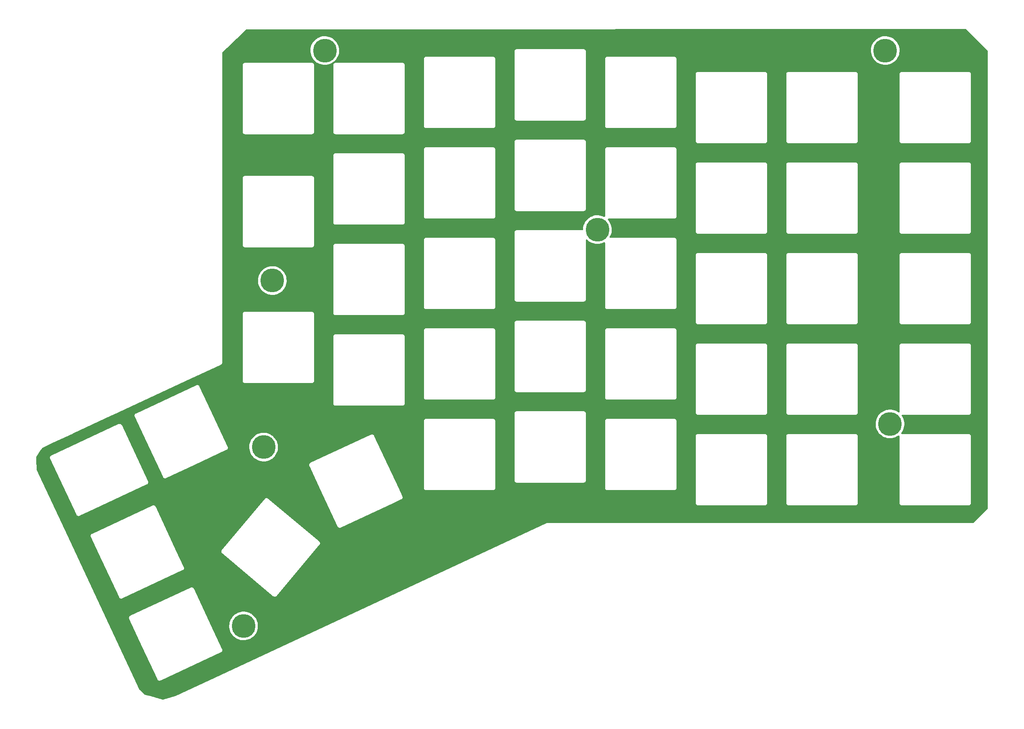
<source format=gbl>
%TF.GenerationSoftware,KiCad,Pcbnew,(6.0.5)*%
%TF.CreationDate,2022-08-07T14:10:24-06:00*%
%TF.ProjectId,right,72696768-742e-46b6-9963-61645f706362,rev?*%
%TF.SameCoordinates,Original*%
%TF.FileFunction,Copper,L2,Bot*%
%TF.FilePolarity,Positive*%
%FSLAX46Y46*%
G04 Gerber Fmt 4.6, Leading zero omitted, Abs format (unit mm)*
G04 Created by KiCad (PCBNEW (6.0.5)) date 2022-08-07 14:10:24*
%MOMM*%
%LPD*%
G01*
G04 APERTURE LIST*
%TA.AperFunction,ComponentPad*%
%ADD10C,5.000000*%
%TD*%
G04 APERTURE END LIST*
D10*
%TO.P,,*%
%TO.N,*%
X139471400Y-92684600D03*
%TD*%
%TO.P,,*%
%TO.N,*%
X65074800Y-176098200D03*
%TD*%
%TO.P,,*%
%TO.N,*%
X82150000Y-55000000D03*
%TD*%
%TO.P,,*%
%TO.N,*%
X71110000Y-103420000D03*
%TD*%
%TO.P,,*%
%TO.N,*%
X200990000Y-133590000D03*
%TD*%
%TO.P,,*%
%TO.N,*%
X200000000Y-55000000D03*
%TD*%
%TO.P,,*%
%TO.N,*%
X69290000Y-138460000D03*
%TD*%
%TA.AperFunction,NonConductor*%
G36*
X217022644Y-50528797D02*
G01*
X217053927Y-50552782D01*
X221493882Y-54986482D01*
X221533114Y-55054324D01*
X221538300Y-55093612D01*
X221538300Y-143343671D01*
X221538289Y-143343972D01*
X221538221Y-143344413D01*
X221538300Y-143383517D01*
X221538300Y-143419513D01*
X221538363Y-143419953D01*
X221538374Y-143420249D01*
X221551000Y-149669916D01*
X221551000Y-151396161D01*
X221530716Y-151471861D01*
X221506656Y-151503217D01*
X218654717Y-154355156D01*
X218586846Y-154394341D01*
X218547661Y-154399500D01*
X129168143Y-154399500D01*
X129167737Y-154399499D01*
X129080939Y-154399266D01*
X129070581Y-154402265D01*
X129070579Y-154402265D01*
X129064427Y-154404046D01*
X129055288Y-154406692D01*
X129034650Y-154411134D01*
X129008213Y-154414920D01*
X128976367Y-154429400D01*
X128975249Y-154429863D01*
X128973435Y-154430388D01*
X128944112Y-154444059D01*
X128942939Y-154444599D01*
X128875618Y-154475208D01*
X128873952Y-154476643D01*
X128872446Y-154477471D01*
X57898707Y-187567031D01*
X50817143Y-190868616D01*
X50794390Y-190877078D01*
X48118390Y-191634259D01*
X48035030Y-191633995D01*
X45423156Y-190877078D01*
X44323996Y-190558543D01*
X44262650Y-190523635D01*
X43205641Y-189533784D01*
X43171914Y-189487258D01*
X36144187Y-174415966D01*
X40983792Y-174415966D01*
X40985358Y-174426634D01*
X40985358Y-174426640D01*
X40987247Y-174439508D01*
X40988851Y-174461889D01*
X40988789Y-174485670D01*
X40991789Y-174496030D01*
X40996532Y-174512410D01*
X41000902Y-174532535D01*
X41004945Y-174560080D01*
X41019368Y-174591511D01*
X41019597Y-174592060D01*
X41019919Y-174593172D01*
X41021242Y-174596010D01*
X41021249Y-174596026D01*
X41033045Y-174621322D01*
X41033337Y-174621952D01*
X41065694Y-174692464D01*
X41066646Y-174693562D01*
X41067193Y-174694552D01*
X43787042Y-180527287D01*
X46949655Y-187309533D01*
X46950044Y-187310373D01*
X46982349Y-187380773D01*
X46989419Y-187388920D01*
X47000594Y-187401798D01*
X47013000Y-187418232D01*
X47028227Y-187441545D01*
X47036421Y-187448556D01*
X47036423Y-187448558D01*
X47046309Y-187457017D01*
X47062225Y-187472822D01*
X47070745Y-187482640D01*
X47070749Y-187482643D01*
X47077814Y-187490785D01*
X47101230Y-187505846D01*
X47117733Y-187518125D01*
X47138903Y-187536238D01*
X47148735Y-187540667D01*
X47148738Y-187540669D01*
X47160600Y-187546013D01*
X47180314Y-187556717D01*
X47191243Y-187563747D01*
X47191249Y-187563750D01*
X47200318Y-187569583D01*
X47227021Y-187577467D01*
X47246322Y-187584626D01*
X47271708Y-187596062D01*
X47282388Y-187597554D01*
X47282389Y-187597554D01*
X47290930Y-187598747D01*
X47295273Y-187599353D01*
X47317203Y-187604095D01*
X47329672Y-187607777D01*
X47329674Y-187607777D01*
X47340013Y-187610830D01*
X47364610Y-187610894D01*
X47367840Y-187610903D01*
X47388383Y-187612357D01*
X47415966Y-187616209D01*
X47426634Y-187614643D01*
X47426642Y-187614643D01*
X47439517Y-187612753D01*
X47461897Y-187611149D01*
X47474882Y-187611183D01*
X47474884Y-187611183D01*
X47485670Y-187611211D01*
X47496025Y-187608212D01*
X47496028Y-187608212D01*
X47512406Y-187603469D01*
X47532529Y-187599100D01*
X47549411Y-187596622D01*
X47560080Y-187595056D01*
X47591527Y-187580625D01*
X47592061Y-187580402D01*
X47593172Y-187580081D01*
X47598786Y-187577463D01*
X47621158Y-187567031D01*
X47622000Y-187566641D01*
X47666952Y-187546013D01*
X47692464Y-187534306D01*
X47693558Y-187533356D01*
X47694559Y-187532804D01*
X60309473Y-181650373D01*
X60310312Y-181649985D01*
X60319530Y-181645755D01*
X60380773Y-181617651D01*
X60388919Y-181610582D01*
X60388924Y-181610579D01*
X60401798Y-181599407D01*
X60418238Y-181586996D01*
X60432511Y-181577674D01*
X60432514Y-181577671D01*
X60441545Y-181571773D01*
X60457015Y-181553692D01*
X60472826Y-181537771D01*
X60482641Y-181529254D01*
X60490786Y-181522186D01*
X60505848Y-181498770D01*
X60518140Y-181482250D01*
X60529228Y-181469290D01*
X60536238Y-181461097D01*
X60540667Y-181451266D01*
X60546010Y-181439405D01*
X60556716Y-181419688D01*
X60563746Y-181408759D01*
X60563748Y-181408754D01*
X60569583Y-181399683D01*
X60577468Y-181372976D01*
X60584623Y-181353685D01*
X60596062Y-181328292D01*
X60599352Y-181304731D01*
X60604095Y-181282797D01*
X60607775Y-181270334D01*
X60610830Y-181259988D01*
X60610903Y-181232160D01*
X60612357Y-181211617D01*
X60614717Y-181194716D01*
X60616209Y-181184034D01*
X60614643Y-181173366D01*
X60614643Y-181173358D01*
X60612753Y-181160483D01*
X60611149Y-181138103D01*
X60611183Y-181125118D01*
X60611183Y-181125116D01*
X60611211Y-181114330D01*
X60603469Y-181087594D01*
X60599100Y-181067471D01*
X60596622Y-181050589D01*
X60595056Y-181039920D01*
X60590560Y-181030122D01*
X60590558Y-181030116D01*
X60580628Y-181008479D01*
X60580401Y-181007934D01*
X60580081Y-181006828D01*
X60578769Y-181004014D01*
X60578763Y-181004000D01*
X60567017Y-180978810D01*
X60566630Y-180977974D01*
X60536011Y-180911252D01*
X60534306Y-180907536D01*
X60533355Y-180906440D01*
X60532803Y-180905440D01*
X58247010Y-176003541D01*
X62062688Y-176003541D01*
X62071770Y-176350371D01*
X62120656Y-176693860D01*
X62208697Y-177029453D01*
X62334727Y-177352703D01*
X62497075Y-177659326D01*
X62693590Y-177945256D01*
X62921666Y-178206705D01*
X63178281Y-178440206D01*
X63460033Y-178642666D01*
X63463837Y-178644783D01*
X63463846Y-178644789D01*
X63712767Y-178783336D01*
X63763188Y-178811400D01*
X64083728Y-178944172D01*
X64417404Y-179039222D01*
X64421699Y-179039925D01*
X64421702Y-179039926D01*
X64573821Y-179064836D01*
X64759793Y-179095290D01*
X64764150Y-179095495D01*
X64764155Y-179095496D01*
X64948130Y-179104172D01*
X65106358Y-179111634D01*
X65110714Y-179111337D01*
X65110720Y-179111337D01*
X65448147Y-179088333D01*
X65448146Y-179088333D01*
X65452504Y-179088036D01*
X65793644Y-179024809D01*
X66125256Y-178922792D01*
X66129252Y-178921038D01*
X66129257Y-178921036D01*
X66438947Y-178785091D01*
X66442945Y-178783336D01*
X66742500Y-178608291D01*
X66745990Y-178605671D01*
X67016458Y-178402598D01*
X67016462Y-178402595D01*
X67019951Y-178399975D01*
X67271619Y-178161150D01*
X67449389Y-177948541D01*
X67491375Y-177898326D01*
X67491377Y-177898324D01*
X67494170Y-177894983D01*
X67684653Y-177604999D01*
X67840544Y-177295044D01*
X67959777Y-176969226D01*
X68040771Y-176631862D01*
X68082452Y-176287425D01*
X68088399Y-176098200D01*
X68068427Y-175751826D01*
X68008776Y-175410042D01*
X67910237Y-175077380D01*
X67774116Y-174758248D01*
X67602217Y-174456876D01*
X67551908Y-174388388D01*
X67399406Y-174180783D01*
X67399405Y-174180782D01*
X67396818Y-174177260D01*
X67160642Y-173923104D01*
X66896819Y-173697778D01*
X66608847Y-173504269D01*
X66522468Y-173459685D01*
X66304406Y-173347135D01*
X66300541Y-173345140D01*
X66296475Y-173343604D01*
X66296467Y-173343600D01*
X65980076Y-173224046D01*
X65980071Y-173224044D01*
X65975989Y-173222502D01*
X65639492Y-173137980D01*
X65635185Y-173137413D01*
X65635180Y-173137412D01*
X65299836Y-173093263D01*
X65299829Y-173093262D01*
X65295511Y-173092694D01*
X65291151Y-173092626D01*
X65291144Y-173092625D01*
X65131615Y-173090119D01*
X64948604Y-173087244D01*
X64775987Y-173104473D01*
X64607713Y-173121269D01*
X64607706Y-173121270D01*
X64603369Y-173121703D01*
X64264383Y-173195614D01*
X64260263Y-173197025D01*
X64260258Y-173197026D01*
X63940266Y-173306584D01*
X63936139Y-173307997D01*
X63932209Y-173309872D01*
X63932203Y-173309874D01*
X63731362Y-173405671D01*
X63622988Y-173457363D01*
X63329079Y-173641732D01*
X63325669Y-173644464D01*
X63061716Y-173855929D01*
X63061711Y-173855933D01*
X63058309Y-173858659D01*
X62814266Y-174105271D01*
X62600186Y-174378298D01*
X62597910Y-174382011D01*
X62597910Y-174382012D01*
X62482784Y-174569881D01*
X62418905Y-174674121D01*
X62272827Y-174988820D01*
X62163887Y-175318223D01*
X62093530Y-175657964D01*
X62062688Y-176003541D01*
X58247010Y-176003541D01*
X54650402Y-168290590D01*
X54650014Y-168289751D01*
X54622151Y-168229033D01*
X54622151Y-168229032D01*
X54617651Y-168219227D01*
X54599406Y-168198202D01*
X54586995Y-168181762D01*
X54577672Y-168167487D01*
X54577669Y-168167484D01*
X54571773Y-168158456D01*
X54553697Y-168142990D01*
X54537780Y-168127184D01*
X54522186Y-168109214D01*
X54498767Y-168094150D01*
X54482251Y-168081861D01*
X54469293Y-168070774D01*
X54469287Y-168070770D01*
X54461097Y-168063763D01*
X54439405Y-168053992D01*
X54419693Y-168043288D01*
X54399683Y-168030417D01*
X54372976Y-168022531D01*
X54353678Y-168015373D01*
X54344185Y-168011097D01*
X54328292Y-168003938D01*
X54317609Y-168002446D01*
X54304734Y-168000648D01*
X54282803Y-167995906D01*
X54270332Y-167992224D01*
X54270331Y-167992224D01*
X54259988Y-167989170D01*
X54235224Y-167989105D01*
X54232154Y-167989097D01*
X54211612Y-167987643D01*
X54201354Y-167986211D01*
X54184034Y-167983792D01*
X54173366Y-167985358D01*
X54173360Y-167985358D01*
X54160492Y-167987247D01*
X54138111Y-167988851D01*
X54125118Y-167988817D01*
X54125116Y-167988817D01*
X54114330Y-167988789D01*
X54103970Y-167991789D01*
X54087590Y-167996532D01*
X54067465Y-168000902D01*
X54039920Y-168004945D01*
X54008474Y-168019375D01*
X54007944Y-168019595D01*
X54006828Y-168019919D01*
X53978657Y-168033055D01*
X53977920Y-168033396D01*
X53911255Y-168063987D01*
X53911251Y-168063989D01*
X53907536Y-168065694D01*
X53906442Y-168066644D01*
X53905441Y-168067196D01*
X41290590Y-173949598D01*
X41289750Y-173949987D01*
X41219227Y-173982349D01*
X41211080Y-173989419D01*
X41198201Y-174000595D01*
X41181761Y-174013006D01*
X41158456Y-174028227D01*
X41151447Y-174036419D01*
X41151446Y-174036420D01*
X41142987Y-174046307D01*
X41127175Y-174062229D01*
X41117365Y-174070741D01*
X41117363Y-174070744D01*
X41109215Y-174077814D01*
X41103378Y-174086889D01*
X41103376Y-174086891D01*
X41094157Y-174101224D01*
X41081863Y-174117749D01*
X41063763Y-174138903D01*
X41059334Y-174148735D01*
X41053993Y-174160592D01*
X41043288Y-174180308D01*
X41030417Y-174200318D01*
X41027364Y-174210659D01*
X41022533Y-174227020D01*
X41015373Y-174246325D01*
X41003938Y-174271708D01*
X41002446Y-174282394D01*
X41000649Y-174295261D01*
X40995906Y-174317200D01*
X40989170Y-174340013D01*
X40989142Y-174350804D01*
X40989097Y-174367846D01*
X40987643Y-174388388D01*
X40983792Y-174415966D01*
X36144187Y-174415966D01*
X28092641Y-157149046D01*
X32931992Y-157149046D01*
X32933558Y-157159714D01*
X32933558Y-157159720D01*
X32935447Y-157172588D01*
X32937051Y-157194969D01*
X32936989Y-157218750D01*
X32939989Y-157229110D01*
X32944732Y-157245490D01*
X32949102Y-157265615D01*
X32953145Y-157293160D01*
X32967568Y-157324591D01*
X32967797Y-157325140D01*
X32968119Y-157326252D01*
X32969442Y-157329090D01*
X32969449Y-157329106D01*
X32981245Y-157354402D01*
X32981537Y-157355032D01*
X33013894Y-157425544D01*
X33014846Y-157426642D01*
X33015393Y-157427632D01*
X34615870Y-160859865D01*
X38897855Y-170042613D01*
X38898244Y-170043453D01*
X38930549Y-170113853D01*
X38937619Y-170122000D01*
X38948794Y-170134878D01*
X38961200Y-170151312D01*
X38976427Y-170174625D01*
X38984621Y-170181636D01*
X38984623Y-170181638D01*
X38994509Y-170190097D01*
X39010425Y-170205902D01*
X39018945Y-170215720D01*
X39018949Y-170215723D01*
X39026014Y-170223865D01*
X39049430Y-170238926D01*
X39065933Y-170251205D01*
X39087103Y-170269318D01*
X39096935Y-170273747D01*
X39096938Y-170273749D01*
X39108800Y-170279093D01*
X39128514Y-170289797D01*
X39139443Y-170296827D01*
X39139449Y-170296830D01*
X39148518Y-170302663D01*
X39175221Y-170310547D01*
X39194522Y-170317706D01*
X39219908Y-170329142D01*
X39230588Y-170330634D01*
X39230589Y-170330634D01*
X39239130Y-170331827D01*
X39243473Y-170332433D01*
X39265403Y-170337175D01*
X39277872Y-170340857D01*
X39277874Y-170340857D01*
X39288213Y-170343910D01*
X39312810Y-170343974D01*
X39316040Y-170343983D01*
X39336583Y-170345437D01*
X39364166Y-170349289D01*
X39374834Y-170347723D01*
X39374842Y-170347723D01*
X39387717Y-170345833D01*
X39410097Y-170344229D01*
X39423082Y-170344263D01*
X39423084Y-170344263D01*
X39433870Y-170344291D01*
X39444225Y-170341292D01*
X39444228Y-170341292D01*
X39460606Y-170336549D01*
X39480729Y-170332180D01*
X39497611Y-170329702D01*
X39508280Y-170328136D01*
X39539727Y-170313705D01*
X39540261Y-170313482D01*
X39541372Y-170313161D01*
X39546986Y-170310543D01*
X39569358Y-170300111D01*
X39570200Y-170299721D01*
X39615152Y-170279093D01*
X39640664Y-170267386D01*
X39641758Y-170266436D01*
X39642759Y-170265884D01*
X52257673Y-164383453D01*
X52258512Y-164383065D01*
X52267730Y-164378835D01*
X52328973Y-164350731D01*
X52337119Y-164343662D01*
X52337124Y-164343659D01*
X52349998Y-164332487D01*
X52366438Y-164320076D01*
X52380711Y-164310754D01*
X52380714Y-164310751D01*
X52389745Y-164304853D01*
X52405215Y-164286772D01*
X52421026Y-164270851D01*
X52430841Y-164262334D01*
X52438986Y-164255266D01*
X52454048Y-164231850D01*
X52466340Y-164215330D01*
X52477428Y-164202370D01*
X52484438Y-164194177D01*
X52488867Y-164184346D01*
X52494210Y-164172485D01*
X52504916Y-164152768D01*
X52511946Y-164141839D01*
X52511948Y-164141834D01*
X52517783Y-164132763D01*
X52525668Y-164106056D01*
X52532823Y-164086765D01*
X52544262Y-164061372D01*
X52547552Y-164037811D01*
X52552295Y-164015877D01*
X52555975Y-164003414D01*
X52559030Y-163993068D01*
X52559103Y-163965240D01*
X52560557Y-163944697D01*
X52562917Y-163927796D01*
X52564409Y-163917114D01*
X52562843Y-163906446D01*
X52562843Y-163906438D01*
X52560953Y-163893563D01*
X52559349Y-163871183D01*
X52559383Y-163858198D01*
X52559383Y-163858196D01*
X52559411Y-163847410D01*
X52551669Y-163820674D01*
X52547300Y-163800551D01*
X52544822Y-163783669D01*
X52543256Y-163773000D01*
X52538760Y-163763202D01*
X52538758Y-163763196D01*
X52528828Y-163741559D01*
X52528601Y-163741014D01*
X52528281Y-163739908D01*
X52526969Y-163737094D01*
X52526963Y-163737080D01*
X52515217Y-163711890D01*
X52514830Y-163711054D01*
X52484211Y-163644332D01*
X52482506Y-163640616D01*
X52481555Y-163639520D01*
X52481003Y-163638520D01*
X50985491Y-160431385D01*
X60404460Y-160431385D01*
X60406064Y-160442052D01*
X60408598Y-160458908D01*
X60410268Y-160479439D01*
X60410632Y-160507277D01*
X60413794Y-160517587D01*
X60417608Y-160530024D01*
X60422578Y-160551899D01*
X60426115Y-160575423D01*
X60430647Y-160585208D01*
X60430647Y-160585209D01*
X60437813Y-160600683D01*
X60445176Y-160619915D01*
X60450177Y-160636220D01*
X60453340Y-160646533D01*
X60459268Y-160655540D01*
X60466419Y-160666406D01*
X60477330Y-160686010D01*
X60482793Y-160697806D01*
X60482796Y-160697811D01*
X60487327Y-160707594D01*
X60494423Y-160715714D01*
X60505647Y-160728558D01*
X60518109Y-160744946D01*
X60533416Y-160768205D01*
X60559783Y-160790605D01*
X60560207Y-160790992D01*
X60560972Y-160791868D01*
X60563371Y-160793881D01*
X60584732Y-160811805D01*
X60585439Y-160812402D01*
X60644422Y-160862512D01*
X60645745Y-160863103D01*
X60646664Y-160863773D01*
X71309281Y-169810769D01*
X71309988Y-169811366D01*
X71360824Y-169854555D01*
X71360826Y-169854556D01*
X71369044Y-169861538D01*
X71378892Y-169865933D01*
X71394475Y-169872888D01*
X71412661Y-169882538D01*
X71427144Y-169891535D01*
X71427147Y-169891536D01*
X71436306Y-169897226D01*
X71446692Y-169900116D01*
X71446694Y-169900117D01*
X71459222Y-169903603D01*
X71480332Y-169911203D01*
X71502057Y-169920898D01*
X71512742Y-169922352D01*
X71512745Y-169922353D01*
X71525471Y-169924085D01*
X71529643Y-169924652D01*
X71549797Y-169928807D01*
X71576632Y-169936274D01*
X71600420Y-169935962D01*
X71622809Y-169937331D01*
X71646385Y-169940540D01*
X71657048Y-169938937D01*
X71657049Y-169938937D01*
X71673920Y-169936401D01*
X71694441Y-169934732D01*
X71701514Y-169934639D01*
X71722276Y-169934367D01*
X71732583Y-169931206D01*
X71732589Y-169931205D01*
X71745014Y-169927394D01*
X71766901Y-169922421D01*
X71767353Y-169922353D01*
X71790423Y-169918885D01*
X71800209Y-169914353D01*
X71800212Y-169914352D01*
X71815683Y-169907187D01*
X71834912Y-169899825D01*
X71851219Y-169894824D01*
X71851224Y-169894821D01*
X71861533Y-169891660D01*
X71881407Y-169878581D01*
X71901010Y-169867670D01*
X71912806Y-169862207D01*
X71912811Y-169862204D01*
X71922594Y-169857673D01*
X71943559Y-169839352D01*
X71959946Y-169826891D01*
X71983205Y-169811584D01*
X72005605Y-169785217D01*
X72005992Y-169784793D01*
X72006868Y-169784028D01*
X72026805Y-169760268D01*
X72027402Y-169759561D01*
X72074865Y-169703694D01*
X72074867Y-169703692D01*
X72077512Y-169700578D01*
X72078103Y-169699255D01*
X72078773Y-169698336D01*
X81025769Y-159035719D01*
X81026366Y-159035012D01*
X81069553Y-158984178D01*
X81069553Y-158984177D01*
X81076538Y-158975956D01*
X81087884Y-158950532D01*
X81097537Y-158932338D01*
X81106535Y-158917854D01*
X81112226Y-158908694D01*
X81118605Y-158885771D01*
X81126203Y-158864666D01*
X81131504Y-158852787D01*
X81135898Y-158842942D01*
X81139652Y-158815359D01*
X81143810Y-158795192D01*
X81148384Y-158778755D01*
X81148384Y-158778754D01*
X81151274Y-158768368D01*
X81150962Y-158744580D01*
X81152331Y-158722191D01*
X81155540Y-158698615D01*
X81151401Y-158671080D01*
X81149732Y-158650559D01*
X81149508Y-158633508D01*
X81149367Y-158622724D01*
X81146206Y-158612417D01*
X81146205Y-158612411D01*
X81142394Y-158599986D01*
X81137421Y-158578099D01*
X81135488Y-158565242D01*
X81133885Y-158554577D01*
X81122187Y-158529317D01*
X81114825Y-158510088D01*
X81109824Y-158493781D01*
X81109821Y-158493776D01*
X81106660Y-158483467D01*
X81093580Y-158463592D01*
X81082668Y-158443987D01*
X81077206Y-158432192D01*
X81077204Y-158432190D01*
X81072673Y-158422405D01*
X81054348Y-158401435D01*
X81041889Y-158385050D01*
X81032513Y-158370804D01*
X81026584Y-158361795D01*
X81018364Y-158354811D01*
X81000233Y-158339407D01*
X80999787Y-158339000D01*
X80999027Y-158338131D01*
X80996638Y-158336127D01*
X80996619Y-158336109D01*
X80975267Y-158318192D01*
X80974563Y-158317598D01*
X80918694Y-158270135D01*
X80918692Y-158270134D01*
X80915578Y-158267488D01*
X80914255Y-158266898D01*
X80913332Y-158266225D01*
X70250720Y-149319230D01*
X70250014Y-149318634D01*
X70199175Y-149275444D01*
X70199173Y-149275442D01*
X70190956Y-149268462D01*
X70181112Y-149264069D01*
X70181109Y-149264067D01*
X70165535Y-149257117D01*
X70147342Y-149247464D01*
X70132858Y-149238466D01*
X70123694Y-149232773D01*
X70113302Y-149229881D01*
X70113299Y-149229880D01*
X70100768Y-149226393D01*
X70079658Y-149218793D01*
X70067794Y-149213498D01*
X70067790Y-149213497D01*
X70057942Y-149209102D01*
X70047256Y-149207648D01*
X70047253Y-149207647D01*
X70034261Y-149205879D01*
X70030361Y-149205349D01*
X70010195Y-149201191D01*
X69983368Y-149193726D01*
X69959580Y-149194038D01*
X69937179Y-149192667D01*
X69924304Y-149190914D01*
X69924298Y-149190914D01*
X69913615Y-149189460D01*
X69894807Y-149192288D01*
X69886092Y-149193598D01*
X69865561Y-149195268D01*
X69837723Y-149195632D01*
X69820268Y-149200985D01*
X69814976Y-149202608D01*
X69793101Y-149207578D01*
X69780244Y-149209511D01*
X69780243Y-149209511D01*
X69769577Y-149211115D01*
X69744308Y-149222817D01*
X69725089Y-149230175D01*
X69708782Y-149235176D01*
X69708779Y-149235177D01*
X69698467Y-149238340D01*
X69678592Y-149251420D01*
X69658987Y-149262332D01*
X69647192Y-149267794D01*
X69647190Y-149267796D01*
X69637405Y-149272327D01*
X69616435Y-149290652D01*
X69600050Y-149303111D01*
X69576795Y-149318416D01*
X69569813Y-149326635D01*
X69569811Y-149326636D01*
X69554407Y-149344767D01*
X69554000Y-149345213D01*
X69553131Y-149345973D01*
X69551127Y-149348362D01*
X69551109Y-149348381D01*
X69533192Y-149369733D01*
X69532598Y-149370437D01*
X69489948Y-149420641D01*
X69482488Y-149429422D01*
X69481898Y-149430745D01*
X69481225Y-149431668D01*
X60534230Y-160094280D01*
X60533634Y-160094986D01*
X60490448Y-160145820D01*
X60490446Y-160145824D01*
X60483462Y-160154044D01*
X60479067Y-160163892D01*
X60479066Y-160163894D01*
X60472118Y-160179464D01*
X60462463Y-160197659D01*
X60453465Y-160212142D01*
X60453462Y-160212148D01*
X60447773Y-160221306D01*
X60444883Y-160231692D01*
X60444882Y-160231694D01*
X60441394Y-160244229D01*
X60433797Y-160265333D01*
X60424102Y-160287057D01*
X60422647Y-160297748D01*
X60420348Y-160314639D01*
X60416192Y-160334801D01*
X60408726Y-160361632D01*
X60408867Y-160372412D01*
X60408867Y-160372414D01*
X60409038Y-160385414D01*
X60407667Y-160407821D01*
X60405914Y-160420696D01*
X60405914Y-160420702D01*
X60404460Y-160431385D01*
X50985491Y-160431385D01*
X46598602Y-151023670D01*
X46598214Y-151022831D01*
X46570351Y-150962113D01*
X46570351Y-150962112D01*
X46565851Y-150952307D01*
X46547606Y-150931282D01*
X46535195Y-150914842D01*
X46525872Y-150900567D01*
X46525869Y-150900564D01*
X46519973Y-150891536D01*
X46501897Y-150876070D01*
X46485980Y-150860264D01*
X46470386Y-150842294D01*
X46446967Y-150827230D01*
X46430451Y-150814941D01*
X46417493Y-150803854D01*
X46417487Y-150803850D01*
X46409297Y-150796843D01*
X46387605Y-150787072D01*
X46367893Y-150776368D01*
X46347883Y-150763497D01*
X46321176Y-150755611D01*
X46301878Y-150748453D01*
X46292385Y-150744177D01*
X46276492Y-150737018D01*
X46265809Y-150735526D01*
X46252934Y-150733728D01*
X46231003Y-150728986D01*
X46218532Y-150725304D01*
X46218531Y-150725304D01*
X46208188Y-150722250D01*
X46183424Y-150722185D01*
X46180354Y-150722177D01*
X46159812Y-150720723D01*
X46148525Y-150719147D01*
X46132234Y-150716872D01*
X46121566Y-150718438D01*
X46121560Y-150718438D01*
X46108692Y-150720327D01*
X46086311Y-150721931D01*
X46073318Y-150721897D01*
X46073316Y-150721897D01*
X46062530Y-150721869D01*
X46052170Y-150724869D01*
X46035790Y-150729612D01*
X46015665Y-150733982D01*
X45988120Y-150738025D01*
X45956674Y-150752455D01*
X45956144Y-150752675D01*
X45955028Y-150752999D01*
X45926857Y-150766135D01*
X45926120Y-150766476D01*
X45859455Y-150797067D01*
X45859451Y-150797069D01*
X45855736Y-150798774D01*
X45854642Y-150799724D01*
X45853641Y-150800276D01*
X33238790Y-156682678D01*
X33237950Y-156683067D01*
X33167427Y-156715429D01*
X33159280Y-156722499D01*
X33146401Y-156733675D01*
X33129961Y-156746086D01*
X33106656Y-156761307D01*
X33099647Y-156769499D01*
X33099646Y-156769500D01*
X33091187Y-156779387D01*
X33075375Y-156795309D01*
X33065565Y-156803821D01*
X33065563Y-156803824D01*
X33057415Y-156810894D01*
X33051578Y-156819969D01*
X33051576Y-156819971D01*
X33042357Y-156834304D01*
X33030063Y-156850829D01*
X33011963Y-156871983D01*
X33007534Y-156881815D01*
X33002193Y-156893672D01*
X32991488Y-156913388D01*
X32978617Y-156933398D01*
X32975564Y-156943739D01*
X32970733Y-156960100D01*
X32963573Y-156979405D01*
X32952138Y-157004788D01*
X32950646Y-157015474D01*
X32948849Y-157028341D01*
X32944106Y-157050280D01*
X32937370Y-157073093D01*
X32937342Y-157083884D01*
X32937297Y-157100926D01*
X32935843Y-157121468D01*
X32931992Y-157149046D01*
X28092641Y-157149046D01*
X21598503Y-143222060D01*
X21584413Y-143163439D01*
X21513804Y-141171079D01*
X21496255Y-140675915D01*
X24368995Y-140675915D01*
X24370561Y-140686583D01*
X24370561Y-140686589D01*
X24372450Y-140699457D01*
X24374054Y-140721838D01*
X24373992Y-140745619D01*
X24376992Y-140755979D01*
X24381735Y-140772359D01*
X24386105Y-140792484D01*
X24390148Y-140820029D01*
X24404578Y-140851475D01*
X24404798Y-140852005D01*
X24405122Y-140853121D01*
X24406446Y-140855960D01*
X24418209Y-140881185D01*
X24418591Y-140882011D01*
X24450897Y-140952413D01*
X24451847Y-140953507D01*
X24452399Y-140954508D01*
X29912240Y-152663174D01*
X29912629Y-152664014D01*
X29944934Y-152734414D01*
X29952003Y-152742560D01*
X29952006Y-152742565D01*
X29963178Y-152755439D01*
X29975589Y-152771879D01*
X29984911Y-152786152D01*
X29984914Y-152786155D01*
X29990812Y-152795186D01*
X29999008Y-152802198D01*
X30008892Y-152810655D01*
X30024813Y-152826466D01*
X30040399Y-152844427D01*
X30060063Y-152857075D01*
X30063809Y-152859485D01*
X30080330Y-152871777D01*
X30093290Y-152882865D01*
X30093294Y-152882867D01*
X30101489Y-152889879D01*
X30111321Y-152894308D01*
X30111324Y-152894310D01*
X30123181Y-152899651D01*
X30142893Y-152910354D01*
X30150337Y-152915141D01*
X30162903Y-152923224D01*
X30173247Y-152926278D01*
X30173253Y-152926281D01*
X30189603Y-152931108D01*
X30208900Y-152938264D01*
X30234293Y-152949703D01*
X30257858Y-152952994D01*
X30279788Y-152957736D01*
X30292257Y-152961418D01*
X30292259Y-152961418D01*
X30302598Y-152964471D01*
X30327195Y-152964535D01*
X30330425Y-152964544D01*
X30350968Y-152965998D01*
X30378551Y-152969850D01*
X30389219Y-152968284D01*
X30389227Y-152968284D01*
X30402102Y-152966394D01*
X30424482Y-152964790D01*
X30437467Y-152964824D01*
X30437469Y-152964824D01*
X30448255Y-152964852D01*
X30458610Y-152961853D01*
X30458613Y-152961853D01*
X30474991Y-152957110D01*
X30495114Y-152952741D01*
X30505654Y-152951194D01*
X30522665Y-152948697D01*
X30532463Y-152944201D01*
X30532469Y-152944199D01*
X30554106Y-152934269D01*
X30554651Y-152934042D01*
X30555757Y-152933722D01*
X30558571Y-152932410D01*
X30558585Y-152932404D01*
X30583775Y-152920658D01*
X30584611Y-152920271D01*
X30641183Y-152894310D01*
X30655049Y-152887947D01*
X30656145Y-152886996D01*
X30657145Y-152886444D01*
X30688599Y-152871777D01*
X32427907Y-152060724D01*
X44722089Y-146327853D01*
X44722927Y-146327465D01*
X44783646Y-146299601D01*
X44793450Y-146295102D01*
X44801596Y-146288033D01*
X44801601Y-146288030D01*
X44814475Y-146276858D01*
X44830915Y-146264447D01*
X44845188Y-146255125D01*
X44845191Y-146255122D01*
X44854222Y-146249224D01*
X44869691Y-146231144D01*
X44885503Y-146215222D01*
X44895318Y-146206705D01*
X44903463Y-146199637D01*
X44909294Y-146190572D01*
X44909300Y-146190565D01*
X44918528Y-146176218D01*
X44930819Y-146159698D01*
X44941900Y-146146746D01*
X44948915Y-146138547D01*
X44958687Y-146116855D01*
X44969389Y-146097144D01*
X44982260Y-146077134D01*
X44990146Y-146050427D01*
X44997304Y-146031129D01*
X45004309Y-146015578D01*
X45004310Y-146015576D01*
X45008739Y-146005743D01*
X45012029Y-145982182D01*
X45016772Y-145960248D01*
X45020452Y-145947785D01*
X45023507Y-145937439D01*
X45023580Y-145909611D01*
X45025034Y-145889068D01*
X45026498Y-145878587D01*
X45028886Y-145861485D01*
X45027320Y-145850817D01*
X45027320Y-145850809D01*
X45025430Y-145837934D01*
X45023826Y-145815554D01*
X45023860Y-145802569D01*
X45023860Y-145802567D01*
X45023888Y-145791781D01*
X45016146Y-145765045D01*
X45011777Y-145744922D01*
X45009299Y-145728040D01*
X45007733Y-145717371D01*
X45003237Y-145707573D01*
X45003235Y-145707567D01*
X44993305Y-145685930D01*
X44993078Y-145685386D01*
X44992758Y-145684279D01*
X44991436Y-145681443D01*
X44979694Y-145656261D01*
X44979307Y-145655425D01*
X44948688Y-145588703D01*
X44946983Y-145584987D01*
X44946032Y-145583891D01*
X44945480Y-145582891D01*
X39485726Y-133874410D01*
X39485338Y-133873572D01*
X39457444Y-133812788D01*
X39452946Y-133802986D01*
X39434701Y-133781961D01*
X39422290Y-133765521D01*
X39412967Y-133751246D01*
X39412964Y-133751243D01*
X39407068Y-133742215D01*
X39388992Y-133726749D01*
X39373075Y-133710943D01*
X39357481Y-133692973D01*
X39334062Y-133677909D01*
X39317546Y-133665620D01*
X39304588Y-133654533D01*
X39304582Y-133654529D01*
X39296392Y-133647522D01*
X39274700Y-133637751D01*
X39254988Y-133627047D01*
X39234978Y-133614176D01*
X39208271Y-133606290D01*
X39188973Y-133599132D01*
X39176183Y-133593371D01*
X39163587Y-133587697D01*
X39152904Y-133586205D01*
X39140029Y-133584407D01*
X39118098Y-133579665D01*
X39105627Y-133575983D01*
X39105626Y-133575983D01*
X39095283Y-133572929D01*
X39070519Y-133572864D01*
X39067449Y-133572856D01*
X39046907Y-133571402D01*
X39036649Y-133569970D01*
X39019329Y-133567551D01*
X39008661Y-133569117D01*
X39008655Y-133569117D01*
X38995787Y-133571006D01*
X38973406Y-133572610D01*
X38960413Y-133572576D01*
X38960411Y-133572576D01*
X38949625Y-133572548D01*
X38939265Y-133575548D01*
X38922885Y-133580291D01*
X38902760Y-133584661D01*
X38875215Y-133588704D01*
X38843769Y-133603134D01*
X38843239Y-133603354D01*
X38842123Y-133603678D01*
X38813952Y-133616814D01*
X38813215Y-133617155D01*
X38746550Y-133647746D01*
X38746546Y-133647748D01*
X38742831Y-133649453D01*
X38741737Y-133650403D01*
X38740736Y-133650955D01*
X24675793Y-140209547D01*
X24674953Y-140209936D01*
X24604430Y-140242298D01*
X24596283Y-140249368D01*
X24583404Y-140260544D01*
X24566964Y-140272955D01*
X24543659Y-140288176D01*
X24536650Y-140296368D01*
X24536649Y-140296369D01*
X24528190Y-140306256D01*
X24512378Y-140322178D01*
X24502568Y-140330690D01*
X24502566Y-140330693D01*
X24494418Y-140337763D01*
X24488581Y-140346838D01*
X24488579Y-140346840D01*
X24479360Y-140361173D01*
X24467066Y-140377698D01*
X24448966Y-140398852D01*
X24444537Y-140408684D01*
X24439196Y-140420541D01*
X24428491Y-140440257D01*
X24415620Y-140460267D01*
X24412567Y-140470608D01*
X24407736Y-140486969D01*
X24400576Y-140506274D01*
X24389141Y-140531657D01*
X24387649Y-140542343D01*
X24385852Y-140555210D01*
X24381109Y-140577149D01*
X24374373Y-140599962D01*
X24374345Y-140610753D01*
X24374300Y-140627795D01*
X24372846Y-140648337D01*
X24368995Y-140675915D01*
X21496255Y-140675915D01*
X21490674Y-140518435D01*
X21508264Y-140442065D01*
X21515764Y-140429457D01*
X21529527Y-140408684D01*
X22486242Y-138964587D01*
X22626975Y-138752160D01*
X22685194Y-138700505D01*
X24837141Y-137618812D01*
X24841272Y-137616814D01*
X29163828Y-135605735D01*
X29163903Y-135605704D01*
X29163983Y-135605680D01*
X29164203Y-135605578D01*
X29164240Y-135605562D01*
X29199513Y-135589133D01*
X29199567Y-135589107D01*
X29232565Y-135573754D01*
X29232808Y-135573641D01*
X29232884Y-135573591D01*
X29232945Y-135573560D01*
X29264580Y-135558826D01*
X37258900Y-131835406D01*
X42147112Y-131835406D01*
X42148678Y-131846074D01*
X42148678Y-131846080D01*
X42150567Y-131858948D01*
X42152171Y-131881329D01*
X42152109Y-131905110D01*
X42155109Y-131915470D01*
X42159852Y-131931850D01*
X42164222Y-131951975D01*
X42168265Y-131979520D01*
X42182688Y-132010951D01*
X42182917Y-132011500D01*
X42183239Y-132012612D01*
X42184562Y-132015450D01*
X42184569Y-132015466D01*
X42196365Y-132040762D01*
X42196657Y-132041392D01*
X42229014Y-132111904D01*
X42229966Y-132113002D01*
X42230513Y-132113992D01*
X44670554Y-137346677D01*
X48112975Y-144728973D01*
X48113364Y-144729813D01*
X48145669Y-144800213D01*
X48152739Y-144808360D01*
X48163914Y-144821238D01*
X48176320Y-144837672D01*
X48191547Y-144860985D01*
X48199741Y-144867996D01*
X48199743Y-144867998D01*
X48209629Y-144876457D01*
X48225545Y-144892262D01*
X48234065Y-144902080D01*
X48234069Y-144902083D01*
X48241134Y-144910225D01*
X48264550Y-144925286D01*
X48281053Y-144937565D01*
X48302223Y-144955678D01*
X48312055Y-144960107D01*
X48312058Y-144960109D01*
X48323920Y-144965453D01*
X48343634Y-144976157D01*
X48354563Y-144983187D01*
X48354569Y-144983190D01*
X48363638Y-144989023D01*
X48390341Y-144996907D01*
X48409642Y-145004066D01*
X48435028Y-145015502D01*
X48445708Y-145016994D01*
X48445709Y-145016994D01*
X48454250Y-145018187D01*
X48458593Y-145018793D01*
X48480523Y-145023535D01*
X48492992Y-145027217D01*
X48492994Y-145027217D01*
X48503333Y-145030270D01*
X48527930Y-145030334D01*
X48531160Y-145030343D01*
X48551703Y-145031797D01*
X48579286Y-145035649D01*
X48589954Y-145034083D01*
X48589962Y-145034083D01*
X48602837Y-145032193D01*
X48625217Y-145030589D01*
X48638202Y-145030623D01*
X48638204Y-145030623D01*
X48648990Y-145030651D01*
X48659345Y-145027652D01*
X48659348Y-145027652D01*
X48675726Y-145022909D01*
X48695849Y-145018540D01*
X48712731Y-145016062D01*
X48723400Y-145014496D01*
X48754847Y-145000065D01*
X48755381Y-144999842D01*
X48756492Y-144999521D01*
X48762106Y-144996903D01*
X48784478Y-144986471D01*
X48785320Y-144986081D01*
X48830272Y-144965453D01*
X48855784Y-144953746D01*
X48856878Y-144952796D01*
X48857879Y-144952244D01*
X54665800Y-142243966D01*
X78874792Y-142243966D01*
X78876358Y-142254634D01*
X78876358Y-142254640D01*
X78878247Y-142267508D01*
X78879851Y-142289889D01*
X78879789Y-142313670D01*
X78882789Y-142324030D01*
X78887532Y-142340410D01*
X78891902Y-142360535D01*
X78895945Y-142388080D01*
X78910368Y-142419511D01*
X78910597Y-142420060D01*
X78910919Y-142421172D01*
X78912242Y-142424010D01*
X78912249Y-142424026D01*
X78924045Y-142449322D01*
X78924337Y-142449952D01*
X78956694Y-142520464D01*
X78957646Y-142521562D01*
X78958193Y-142522552D01*
X81296268Y-147536570D01*
X84840655Y-155137533D01*
X84841044Y-155138373D01*
X84873349Y-155208773D01*
X84891594Y-155229798D01*
X84904000Y-155246232D01*
X84919227Y-155269545D01*
X84927421Y-155276556D01*
X84927423Y-155276558D01*
X84937309Y-155285017D01*
X84953225Y-155300822D01*
X84961745Y-155310640D01*
X84961749Y-155310643D01*
X84968814Y-155318785D01*
X84992230Y-155333846D01*
X85008733Y-155346125D01*
X85029903Y-155364238D01*
X85039735Y-155368667D01*
X85039738Y-155368669D01*
X85051600Y-155374013D01*
X85071314Y-155384717D01*
X85082243Y-155391747D01*
X85082249Y-155391750D01*
X85091318Y-155397583D01*
X85118021Y-155405467D01*
X85137322Y-155412626D01*
X85162708Y-155424062D01*
X85173388Y-155425554D01*
X85173389Y-155425554D01*
X85181930Y-155426747D01*
X85186273Y-155427353D01*
X85208203Y-155432095D01*
X85220672Y-155435777D01*
X85220674Y-155435777D01*
X85231013Y-155438830D01*
X85255610Y-155438894D01*
X85258840Y-155438903D01*
X85279383Y-155440357D01*
X85306966Y-155444209D01*
X85317634Y-155442643D01*
X85317642Y-155442643D01*
X85330517Y-155440753D01*
X85352897Y-155439149D01*
X85365882Y-155439183D01*
X85365884Y-155439183D01*
X85376670Y-155439211D01*
X85387025Y-155436212D01*
X85387028Y-155436212D01*
X85403406Y-155431469D01*
X85423529Y-155427100D01*
X85440411Y-155424622D01*
X85451080Y-155423056D01*
X85482527Y-155408625D01*
X85483061Y-155408402D01*
X85484172Y-155408081D01*
X85492885Y-155404018D01*
X85512158Y-155395031D01*
X85513000Y-155394641D01*
X85557952Y-155374013D01*
X85583464Y-155362306D01*
X85584558Y-155361356D01*
X85585559Y-155360804D01*
X96497717Y-150272381D01*
X160131024Y-150272381D01*
X160133988Y-150282750D01*
X160133988Y-150282753D01*
X160138673Y-150299144D01*
X160142973Y-150319286D01*
X160145390Y-150336167D01*
X160145391Y-150336171D01*
X160146920Y-150346847D01*
X160156770Y-150368511D01*
X160164515Y-150389562D01*
X160171051Y-150412431D01*
X160176806Y-150421552D01*
X160185906Y-150435974D01*
X160195683Y-150454095D01*
X160207208Y-150479442D01*
X160222741Y-150497468D01*
X160236081Y-150515497D01*
X160248776Y-150535618D01*
X160256857Y-150542755D01*
X160256863Y-150542762D01*
X160269643Y-150554049D01*
X160284112Y-150568696D01*
X160295245Y-150581616D01*
X160295250Y-150581621D01*
X160302287Y-150589787D01*
X160322250Y-150602727D01*
X160340120Y-150616291D01*
X160349863Y-150624896D01*
X160349868Y-150624899D01*
X160357951Y-150632038D01*
X160383149Y-150643869D01*
X160401142Y-150653863D01*
X160412265Y-150661072D01*
X160413785Y-150662057D01*
X160424515Y-150669012D01*
X160434849Y-150672102D01*
X160434848Y-150672102D01*
X160447307Y-150675828D01*
X160468274Y-150683834D01*
X160489800Y-150693941D01*
X160500459Y-150695601D01*
X160500460Y-150695601D01*
X160501353Y-150695740D01*
X160517301Y-150698223D01*
X160537387Y-150702768D01*
X160553733Y-150707656D01*
X160564066Y-150710746D01*
X160574848Y-150710812D01*
X160574849Y-150710812D01*
X160583261Y-150710863D01*
X160598659Y-150710957D01*
X160599241Y-150710982D01*
X160600386Y-150711160D01*
X160631386Y-150711160D01*
X160632311Y-150711163D01*
X160709721Y-150711636D01*
X160711116Y-150711237D01*
X160712248Y-150711160D01*
X174631386Y-150711160D01*
X174632311Y-150711163D01*
X174709721Y-150711636D01*
X174720090Y-150708672D01*
X174720093Y-150708672D01*
X174736484Y-150703987D01*
X174756626Y-150699687D01*
X174773507Y-150697270D01*
X174773511Y-150697269D01*
X174784187Y-150695740D01*
X174805851Y-150685890D01*
X174826903Y-150678145D01*
X174839401Y-150674573D01*
X174839402Y-150674573D01*
X174849771Y-150671609D01*
X174873315Y-150656753D01*
X174891435Y-150646977D01*
X174916782Y-150635452D01*
X174934808Y-150619919D01*
X174952837Y-150606579D01*
X174972958Y-150593884D01*
X174980095Y-150585803D01*
X174980102Y-150585797D01*
X174991389Y-150573017D01*
X175006036Y-150558548D01*
X175018956Y-150547415D01*
X175018961Y-150547410D01*
X175027127Y-150540373D01*
X175040067Y-150520410D01*
X175053631Y-150502540D01*
X175062236Y-150492797D01*
X175062239Y-150492792D01*
X175069378Y-150484709D01*
X175081209Y-150459511D01*
X175091203Y-150441518D01*
X175106352Y-150418145D01*
X175113168Y-150395353D01*
X175121174Y-150374387D01*
X175122852Y-150370813D01*
X175131281Y-150352860D01*
X175135563Y-150325359D01*
X175140108Y-150305273D01*
X175144996Y-150288927D01*
X175144996Y-150288926D01*
X175148086Y-150278594D01*
X175148124Y-150272381D01*
X179181524Y-150272381D01*
X179184488Y-150282750D01*
X179184488Y-150282753D01*
X179189173Y-150299144D01*
X179193473Y-150319286D01*
X179195890Y-150336167D01*
X179195891Y-150336171D01*
X179197420Y-150346847D01*
X179207270Y-150368511D01*
X179215015Y-150389562D01*
X179221551Y-150412431D01*
X179227306Y-150421552D01*
X179236406Y-150435974D01*
X179246183Y-150454095D01*
X179257708Y-150479442D01*
X179273241Y-150497468D01*
X179286581Y-150515497D01*
X179299276Y-150535618D01*
X179307357Y-150542755D01*
X179307363Y-150542762D01*
X179320143Y-150554049D01*
X179334612Y-150568696D01*
X179345745Y-150581616D01*
X179345750Y-150581621D01*
X179352787Y-150589787D01*
X179372750Y-150602727D01*
X179390620Y-150616291D01*
X179400363Y-150624896D01*
X179400368Y-150624899D01*
X179408451Y-150632038D01*
X179433649Y-150643869D01*
X179451642Y-150653863D01*
X179462765Y-150661072D01*
X179464285Y-150662057D01*
X179475015Y-150669012D01*
X179485349Y-150672102D01*
X179485348Y-150672102D01*
X179497807Y-150675828D01*
X179518774Y-150683834D01*
X179540300Y-150693941D01*
X179550959Y-150695601D01*
X179550960Y-150695601D01*
X179551853Y-150695740D01*
X179567801Y-150698223D01*
X179587887Y-150702768D01*
X179604233Y-150707656D01*
X179614566Y-150710746D01*
X179625348Y-150710812D01*
X179625349Y-150710812D01*
X179633761Y-150710863D01*
X179649159Y-150710957D01*
X179649741Y-150710982D01*
X179650886Y-150711160D01*
X179681886Y-150711160D01*
X179682811Y-150711163D01*
X179760221Y-150711636D01*
X179761616Y-150711237D01*
X179762748Y-150711160D01*
X193681886Y-150711160D01*
X193682811Y-150711163D01*
X193760221Y-150711636D01*
X193770590Y-150708672D01*
X193770593Y-150708672D01*
X193786984Y-150703987D01*
X193807126Y-150699687D01*
X193824007Y-150697270D01*
X193824011Y-150697269D01*
X193834687Y-150695740D01*
X193856351Y-150685890D01*
X193877403Y-150678145D01*
X193889901Y-150674573D01*
X193889902Y-150674573D01*
X193900271Y-150671609D01*
X193923815Y-150656753D01*
X193941935Y-150646977D01*
X193967282Y-150635452D01*
X193985308Y-150619919D01*
X194003337Y-150606579D01*
X194023458Y-150593884D01*
X194030595Y-150585803D01*
X194030602Y-150585797D01*
X194041889Y-150573017D01*
X194056536Y-150558548D01*
X194069456Y-150547415D01*
X194069461Y-150547410D01*
X194077627Y-150540373D01*
X194090567Y-150520410D01*
X194104131Y-150502540D01*
X194112736Y-150492797D01*
X194112739Y-150492792D01*
X194119878Y-150484709D01*
X194131709Y-150459511D01*
X194141703Y-150441518D01*
X194156852Y-150418145D01*
X194163668Y-150395353D01*
X194171674Y-150374387D01*
X194173352Y-150370813D01*
X194181781Y-150352860D01*
X194186063Y-150325359D01*
X194190608Y-150305273D01*
X194195496Y-150288927D01*
X194195496Y-150288926D01*
X194198586Y-150278594D01*
X194198797Y-150244001D01*
X194198822Y-150243419D01*
X194199000Y-150242274D01*
X194199000Y-150211274D01*
X194199003Y-150210349D01*
X194199451Y-150137024D01*
X194199476Y-150132939D01*
X194199077Y-150131544D01*
X194199000Y-150130412D01*
X194199000Y-136211274D01*
X194199003Y-136210349D01*
X194199410Y-136143725D01*
X194199476Y-136132939D01*
X194191827Y-136106176D01*
X194187527Y-136086034D01*
X194185110Y-136069153D01*
X194185109Y-136069149D01*
X194183580Y-136058473D01*
X194173730Y-136036809D01*
X194165985Y-136015757D01*
X194162413Y-136003259D01*
X194162413Y-136003258D01*
X194159449Y-135992889D01*
X194144593Y-135969345D01*
X194134817Y-135951225D01*
X194123292Y-135925878D01*
X194107759Y-135907852D01*
X194094419Y-135889823D01*
X194081724Y-135869702D01*
X194073643Y-135862565D01*
X194073637Y-135862558D01*
X194060857Y-135851271D01*
X194046388Y-135836624D01*
X194035255Y-135823704D01*
X194035250Y-135823699D01*
X194028213Y-135815533D01*
X194008250Y-135802593D01*
X193990380Y-135789029D01*
X193980637Y-135780424D01*
X193980632Y-135780421D01*
X193972549Y-135773282D01*
X193947351Y-135761451D01*
X193929358Y-135751457D01*
X193905985Y-135736308D01*
X193883194Y-135729492D01*
X193862227Y-135721486D01*
X193850463Y-135715963D01*
X193850464Y-135715963D01*
X193840700Y-135711379D01*
X193830041Y-135709719D01*
X193830040Y-135709719D01*
X193819321Y-135708050D01*
X193813199Y-135707097D01*
X193793113Y-135702552D01*
X193776767Y-135697664D01*
X193776766Y-135697664D01*
X193766434Y-135694574D01*
X193755652Y-135694508D01*
X193755651Y-135694508D01*
X193747239Y-135694457D01*
X193731841Y-135694363D01*
X193731259Y-135694338D01*
X193730114Y-135694160D01*
X193699114Y-135694160D01*
X193698189Y-135694157D01*
X193620779Y-135693684D01*
X193619384Y-135694083D01*
X193618252Y-135694160D01*
X179699114Y-135694160D01*
X179698189Y-135694157D01*
X179620779Y-135693684D01*
X179610410Y-135696648D01*
X179610407Y-135696648D01*
X179594016Y-135701333D01*
X179573874Y-135705633D01*
X179556993Y-135708050D01*
X179556989Y-135708051D01*
X179546313Y-135709580D01*
X179524649Y-135719430D01*
X179503598Y-135727175D01*
X179480729Y-135733711D01*
X179471608Y-135739466D01*
X179457186Y-135748566D01*
X179439065Y-135758343D01*
X179413718Y-135769868D01*
X179395692Y-135785401D01*
X179377663Y-135798741D01*
X179357542Y-135811436D01*
X179350405Y-135819517D01*
X179350398Y-135819523D01*
X179339111Y-135832303D01*
X179324464Y-135846772D01*
X179311544Y-135857905D01*
X179311539Y-135857910D01*
X179303373Y-135864947D01*
X179290433Y-135884910D01*
X179276869Y-135902780D01*
X179268264Y-135912523D01*
X179268261Y-135912528D01*
X179261122Y-135920611D01*
X179254578Y-135934550D01*
X179249294Y-135945804D01*
X179239297Y-135963802D01*
X179236053Y-135968808D01*
X179230396Y-135977536D01*
X179224148Y-135987175D01*
X179221058Y-135997508D01*
X179217332Y-136009967D01*
X179209326Y-136030933D01*
X179199219Y-136052460D01*
X179197559Y-136063119D01*
X179197559Y-136063120D01*
X179194937Y-136079960D01*
X179190392Y-136100047D01*
X179186110Y-136114366D01*
X179182414Y-136126726D01*
X179182348Y-136137508D01*
X179182348Y-136137509D01*
X179182203Y-136161312D01*
X179182178Y-136161901D01*
X179182000Y-136163046D01*
X179182000Y-136194046D01*
X179181997Y-136194971D01*
X179181524Y-136272381D01*
X179181923Y-136273776D01*
X179182000Y-136274908D01*
X179182000Y-150194046D01*
X179181997Y-150194971D01*
X179181524Y-150272381D01*
X175148124Y-150272381D01*
X175148297Y-150244001D01*
X175148322Y-150243419D01*
X175148500Y-150242274D01*
X175148500Y-150211274D01*
X175148503Y-150210349D01*
X175148951Y-150137024D01*
X175148976Y-150132939D01*
X175148577Y-150131544D01*
X175148500Y-150130412D01*
X175148500Y-136211274D01*
X175148503Y-136210349D01*
X175148910Y-136143725D01*
X175148976Y-136132939D01*
X175141327Y-136106176D01*
X175137027Y-136086034D01*
X175134610Y-136069153D01*
X175134609Y-136069149D01*
X175133080Y-136058473D01*
X175123230Y-136036809D01*
X175115485Y-136015757D01*
X175111913Y-136003259D01*
X175111913Y-136003258D01*
X175108949Y-135992889D01*
X175094093Y-135969345D01*
X175084317Y-135951225D01*
X175072792Y-135925878D01*
X175057259Y-135907852D01*
X175043919Y-135889823D01*
X175031224Y-135869702D01*
X175023143Y-135862565D01*
X175023137Y-135862558D01*
X175010357Y-135851271D01*
X174995888Y-135836624D01*
X174984755Y-135823704D01*
X174984750Y-135823699D01*
X174977713Y-135815533D01*
X174957750Y-135802593D01*
X174939880Y-135789029D01*
X174930137Y-135780424D01*
X174930132Y-135780421D01*
X174922049Y-135773282D01*
X174896851Y-135761451D01*
X174878858Y-135751457D01*
X174855485Y-135736308D01*
X174832694Y-135729492D01*
X174811727Y-135721486D01*
X174799963Y-135715963D01*
X174799964Y-135715963D01*
X174790200Y-135711379D01*
X174779541Y-135709719D01*
X174779540Y-135709719D01*
X174768821Y-135708050D01*
X174762699Y-135707097D01*
X174742613Y-135702552D01*
X174726267Y-135697664D01*
X174726266Y-135697664D01*
X174715934Y-135694574D01*
X174705152Y-135694508D01*
X174705151Y-135694508D01*
X174696739Y-135694457D01*
X174681341Y-135694363D01*
X174680759Y-135694338D01*
X174679614Y-135694160D01*
X174648614Y-135694160D01*
X174647689Y-135694157D01*
X174570279Y-135693684D01*
X174568884Y-135694083D01*
X174567752Y-135694160D01*
X160648614Y-135694160D01*
X160647689Y-135694157D01*
X160570279Y-135693684D01*
X160559910Y-135696648D01*
X160559907Y-135696648D01*
X160543516Y-135701333D01*
X160523374Y-135705633D01*
X160506493Y-135708050D01*
X160506489Y-135708051D01*
X160495813Y-135709580D01*
X160474149Y-135719430D01*
X160453098Y-135727175D01*
X160430229Y-135733711D01*
X160421108Y-135739466D01*
X160406686Y-135748566D01*
X160388565Y-135758343D01*
X160363218Y-135769868D01*
X160345192Y-135785401D01*
X160327163Y-135798741D01*
X160307042Y-135811436D01*
X160299905Y-135819517D01*
X160299898Y-135819523D01*
X160288611Y-135832303D01*
X160273964Y-135846772D01*
X160261044Y-135857905D01*
X160261039Y-135857910D01*
X160252873Y-135864947D01*
X160239933Y-135884910D01*
X160226369Y-135902780D01*
X160217764Y-135912523D01*
X160217761Y-135912528D01*
X160210622Y-135920611D01*
X160204078Y-135934550D01*
X160198794Y-135945804D01*
X160188797Y-135963802D01*
X160185553Y-135968808D01*
X160179896Y-135977536D01*
X160173648Y-135987175D01*
X160170558Y-135997508D01*
X160166832Y-136009967D01*
X160158826Y-136030933D01*
X160148719Y-136052460D01*
X160147059Y-136063119D01*
X160147059Y-136063120D01*
X160144437Y-136079960D01*
X160139892Y-136100047D01*
X160135610Y-136114366D01*
X160131914Y-136126726D01*
X160131848Y-136137508D01*
X160131848Y-136137509D01*
X160131703Y-136161312D01*
X160131678Y-136161901D01*
X160131500Y-136163046D01*
X160131500Y-136194046D01*
X160131497Y-136194971D01*
X160131024Y-136272381D01*
X160131423Y-136273776D01*
X160131500Y-136274908D01*
X160131500Y-150194046D01*
X160131497Y-150194971D01*
X160131024Y-150272381D01*
X96497717Y-150272381D01*
X98200473Y-149478373D01*
X98201312Y-149477985D01*
X98210530Y-149473755D01*
X98271773Y-149445651D01*
X98279919Y-149438582D01*
X98279924Y-149438579D01*
X98292798Y-149427407D01*
X98309238Y-149414996D01*
X98323511Y-149405674D01*
X98323514Y-149405671D01*
X98332545Y-149399773D01*
X98348015Y-149381692D01*
X98363826Y-149365771D01*
X98373641Y-149357254D01*
X98381786Y-149350186D01*
X98396848Y-149326770D01*
X98409140Y-149310250D01*
X98415248Y-149303111D01*
X98427238Y-149289097D01*
X98431667Y-149279266D01*
X98437010Y-149267405D01*
X98447716Y-149247688D01*
X98454746Y-149236759D01*
X98454748Y-149236754D01*
X98460583Y-149227683D01*
X98468468Y-149200976D01*
X98475623Y-149181685D01*
X98487062Y-149156292D01*
X98490352Y-149132731D01*
X98495095Y-149110797D01*
X98498775Y-149098334D01*
X98501830Y-149087988D01*
X98501903Y-149060160D01*
X98503357Y-149039617D01*
X98505717Y-149022716D01*
X98507209Y-149012034D01*
X98505643Y-149001366D01*
X98505643Y-149001358D01*
X98503753Y-148988483D01*
X98502149Y-148966103D01*
X98502183Y-148953118D01*
X98502183Y-148953116D01*
X98502211Y-148942330D01*
X98494469Y-148915594D01*
X98490100Y-148895471D01*
X98487622Y-148878589D01*
X98486056Y-148867920D01*
X98481560Y-148858122D01*
X98481558Y-148858116D01*
X98471628Y-148836479D01*
X98471401Y-148835934D01*
X98471081Y-148834828D01*
X98469769Y-148832014D01*
X98469763Y-148832000D01*
X98458017Y-148806810D01*
X98457630Y-148805974D01*
X98427011Y-148739252D01*
X98425306Y-148735536D01*
X98424355Y-148734440D01*
X98423803Y-148733440D01*
X97660896Y-147097381D01*
X102981024Y-147097381D01*
X102983988Y-147107750D01*
X102983988Y-147107753D01*
X102988673Y-147124144D01*
X102992973Y-147144286D01*
X102995390Y-147161167D01*
X102995391Y-147161171D01*
X102996920Y-147171847D01*
X103006770Y-147193511D01*
X103014515Y-147214562D01*
X103021051Y-147237431D01*
X103026806Y-147246552D01*
X103035906Y-147260974D01*
X103045683Y-147279095D01*
X103057208Y-147304442D01*
X103072741Y-147322468D01*
X103086081Y-147340497D01*
X103098776Y-147360618D01*
X103106857Y-147367755D01*
X103106863Y-147367762D01*
X103119643Y-147379049D01*
X103134112Y-147393696D01*
X103145245Y-147406616D01*
X103145250Y-147406621D01*
X103152287Y-147414787D01*
X103172250Y-147427727D01*
X103190120Y-147441291D01*
X103199863Y-147449896D01*
X103199868Y-147449899D01*
X103207951Y-147457038D01*
X103233149Y-147468869D01*
X103251142Y-147478863D01*
X103274515Y-147494012D01*
X103284849Y-147497102D01*
X103284848Y-147497102D01*
X103297307Y-147500828D01*
X103318274Y-147508834D01*
X103339800Y-147518941D01*
X103350459Y-147520601D01*
X103350460Y-147520601D01*
X103351353Y-147520740D01*
X103367301Y-147523223D01*
X103387387Y-147527768D01*
X103403733Y-147532656D01*
X103414066Y-147535746D01*
X103424848Y-147535812D01*
X103424849Y-147535812D01*
X103433261Y-147535863D01*
X103448659Y-147535957D01*
X103449241Y-147535982D01*
X103450386Y-147536160D01*
X103481386Y-147536160D01*
X103482311Y-147536163D01*
X103559721Y-147536636D01*
X103561116Y-147536237D01*
X103562248Y-147536160D01*
X117481386Y-147536160D01*
X117482311Y-147536163D01*
X117559721Y-147536636D01*
X117570090Y-147533672D01*
X117570093Y-147533672D01*
X117586484Y-147528987D01*
X117606626Y-147524687D01*
X117623507Y-147522270D01*
X117623511Y-147522269D01*
X117634187Y-147520740D01*
X117655851Y-147510890D01*
X117676903Y-147503145D01*
X117689401Y-147499573D01*
X117689402Y-147499573D01*
X117699771Y-147496609D01*
X117723315Y-147481753D01*
X117741435Y-147471977D01*
X117766782Y-147460452D01*
X117784808Y-147444919D01*
X117802837Y-147431579D01*
X117822958Y-147418884D01*
X117830095Y-147410803D01*
X117830102Y-147410797D01*
X117841389Y-147398017D01*
X117856036Y-147383548D01*
X117868956Y-147372415D01*
X117868961Y-147372410D01*
X117877127Y-147365373D01*
X117890067Y-147345410D01*
X117903631Y-147327540D01*
X117912236Y-147317797D01*
X117912239Y-147317792D01*
X117919378Y-147309709D01*
X117931209Y-147284511D01*
X117941203Y-147266518D01*
X117956352Y-147243145D01*
X117963168Y-147220353D01*
X117971174Y-147199387D01*
X117972626Y-147196294D01*
X117981281Y-147177860D01*
X117985563Y-147150359D01*
X117990108Y-147130273D01*
X117994996Y-147113927D01*
X117994996Y-147113926D01*
X117998086Y-147103594D01*
X117998124Y-147097381D01*
X141081024Y-147097381D01*
X141083988Y-147107750D01*
X141083988Y-147107753D01*
X141088673Y-147124144D01*
X141092973Y-147144286D01*
X141095390Y-147161167D01*
X141095391Y-147161171D01*
X141096920Y-147171847D01*
X141106770Y-147193511D01*
X141114515Y-147214562D01*
X141121051Y-147237431D01*
X141126806Y-147246552D01*
X141135906Y-147260974D01*
X141145683Y-147279095D01*
X141157208Y-147304442D01*
X141172741Y-147322468D01*
X141186081Y-147340497D01*
X141198776Y-147360618D01*
X141206857Y-147367755D01*
X141206863Y-147367762D01*
X141219643Y-147379049D01*
X141234112Y-147393696D01*
X141245245Y-147406616D01*
X141245250Y-147406621D01*
X141252287Y-147414787D01*
X141272250Y-147427727D01*
X141290120Y-147441291D01*
X141299863Y-147449896D01*
X141299868Y-147449899D01*
X141307951Y-147457038D01*
X141333149Y-147468869D01*
X141351142Y-147478863D01*
X141374515Y-147494012D01*
X141384849Y-147497102D01*
X141384848Y-147497102D01*
X141397307Y-147500828D01*
X141418274Y-147508834D01*
X141439800Y-147518941D01*
X141450459Y-147520601D01*
X141450460Y-147520601D01*
X141451353Y-147520740D01*
X141467301Y-147523223D01*
X141487387Y-147527768D01*
X141503733Y-147532656D01*
X141514066Y-147535746D01*
X141524848Y-147535812D01*
X141524849Y-147535812D01*
X141533261Y-147535863D01*
X141548659Y-147535957D01*
X141549241Y-147535982D01*
X141550386Y-147536160D01*
X141581386Y-147536160D01*
X141582311Y-147536163D01*
X141659721Y-147536636D01*
X141661116Y-147536237D01*
X141662248Y-147536160D01*
X155581386Y-147536160D01*
X155582311Y-147536163D01*
X155659721Y-147536636D01*
X155670090Y-147533672D01*
X155670093Y-147533672D01*
X155686484Y-147528987D01*
X155706626Y-147524687D01*
X155723507Y-147522270D01*
X155723511Y-147522269D01*
X155734187Y-147520740D01*
X155755851Y-147510890D01*
X155776903Y-147503145D01*
X155789401Y-147499573D01*
X155789402Y-147499573D01*
X155799771Y-147496609D01*
X155823315Y-147481753D01*
X155841435Y-147471977D01*
X155866782Y-147460452D01*
X155884808Y-147444919D01*
X155902837Y-147431579D01*
X155922958Y-147418884D01*
X155930095Y-147410803D01*
X155930102Y-147410797D01*
X155941389Y-147398017D01*
X155956036Y-147383548D01*
X155968956Y-147372415D01*
X155968961Y-147372410D01*
X155977127Y-147365373D01*
X155990067Y-147345410D01*
X156003631Y-147327540D01*
X156012236Y-147317797D01*
X156012239Y-147317792D01*
X156019378Y-147309709D01*
X156031209Y-147284511D01*
X156041203Y-147266518D01*
X156056352Y-147243145D01*
X156063168Y-147220353D01*
X156071174Y-147199387D01*
X156072626Y-147196294D01*
X156081281Y-147177860D01*
X156085563Y-147150359D01*
X156090108Y-147130273D01*
X156094996Y-147113927D01*
X156094996Y-147113926D01*
X156098086Y-147103594D01*
X156098297Y-147069001D01*
X156098322Y-147068419D01*
X156098500Y-147067274D01*
X156098500Y-147036274D01*
X156098503Y-147035349D01*
X156098951Y-146962024D01*
X156098976Y-146957939D01*
X156098577Y-146956544D01*
X156098500Y-146955412D01*
X156098500Y-133495341D01*
X197977888Y-133495341D01*
X197986970Y-133842171D01*
X198035856Y-134185660D01*
X198123897Y-134521253D01*
X198249927Y-134844503D01*
X198412275Y-135151126D01*
X198608790Y-135437056D01*
X198836866Y-135698505D01*
X199093481Y-135932006D01*
X199097018Y-135934548D01*
X199097021Y-135934550D01*
X199335863Y-136106176D01*
X199375233Y-136134466D01*
X199379037Y-136136583D01*
X199379046Y-136136589D01*
X199651264Y-136288103D01*
X199678388Y-136303200D01*
X199998928Y-136435972D01*
X200332604Y-136531022D01*
X200336899Y-136531725D01*
X200336902Y-136531726D01*
X200381689Y-136539060D01*
X200674993Y-136587090D01*
X200679350Y-136587295D01*
X200679355Y-136587296D01*
X200863330Y-136595972D01*
X201021558Y-136603434D01*
X201025914Y-136603137D01*
X201025920Y-136603137D01*
X201363347Y-136580133D01*
X201363346Y-136580133D01*
X201367704Y-136579836D01*
X201708844Y-136516609D01*
X202040456Y-136414592D01*
X202044452Y-136412838D01*
X202044457Y-136412836D01*
X202354147Y-136276891D01*
X202358145Y-136275136D01*
X202657700Y-136100091D01*
X202665515Y-136094224D01*
X202751913Y-136029354D01*
X202824628Y-136000123D01*
X202902217Y-136011165D01*
X202963889Y-136059522D01*
X202993120Y-136132237D01*
X202994214Y-136151346D01*
X202994153Y-136161312D01*
X202994103Y-136169504D01*
X202994079Y-136170090D01*
X202993900Y-136171236D01*
X202993900Y-136202236D01*
X202993897Y-136203161D01*
X202993424Y-136280571D01*
X202993823Y-136281966D01*
X202993900Y-136283098D01*
X202993900Y-150202236D01*
X202993897Y-150203161D01*
X202993424Y-150280571D01*
X202996388Y-150290940D01*
X202996388Y-150290943D01*
X203001073Y-150307334D01*
X203005373Y-150327476D01*
X203007790Y-150344357D01*
X203007791Y-150344361D01*
X203009320Y-150355037D01*
X203019170Y-150376701D01*
X203026915Y-150397752D01*
X203033451Y-150420621D01*
X203039206Y-150429742D01*
X203048306Y-150444164D01*
X203058083Y-150462285D01*
X203069608Y-150487632D01*
X203085141Y-150505658D01*
X203098481Y-150523687D01*
X203111176Y-150543808D01*
X203119257Y-150550945D01*
X203119263Y-150550952D01*
X203132043Y-150562239D01*
X203146512Y-150576886D01*
X203157645Y-150589806D01*
X203157650Y-150589811D01*
X203164687Y-150597977D01*
X203184650Y-150610917D01*
X203202520Y-150624481D01*
X203212263Y-150633086D01*
X203212268Y-150633089D01*
X203220351Y-150640228D01*
X203245549Y-150652059D01*
X203263542Y-150662053D01*
X203286915Y-150677202D01*
X203297249Y-150680292D01*
X203297248Y-150680292D01*
X203309707Y-150684018D01*
X203330674Y-150692024D01*
X203352200Y-150702131D01*
X203362859Y-150703791D01*
X203362860Y-150703791D01*
X203363753Y-150703930D01*
X203379701Y-150706413D01*
X203399787Y-150710958D01*
X203416133Y-150715846D01*
X203426466Y-150718936D01*
X203437248Y-150719002D01*
X203437249Y-150719002D01*
X203445661Y-150719053D01*
X203461059Y-150719147D01*
X203461641Y-150719172D01*
X203462786Y-150719350D01*
X203493786Y-150719350D01*
X203494711Y-150719353D01*
X203572121Y-150719826D01*
X203573516Y-150719427D01*
X203574648Y-150719350D01*
X217493786Y-150719350D01*
X217494711Y-150719353D01*
X217572121Y-150719826D01*
X217582490Y-150716862D01*
X217582493Y-150716862D01*
X217598884Y-150712177D01*
X217619026Y-150707877D01*
X217635907Y-150705460D01*
X217635911Y-150705459D01*
X217646587Y-150703930D01*
X217668251Y-150694080D01*
X217689303Y-150686335D01*
X217701801Y-150682763D01*
X217701802Y-150682763D01*
X217712171Y-150679799D01*
X217735715Y-150664943D01*
X217753835Y-150655167D01*
X217779182Y-150643642D01*
X217797208Y-150628109D01*
X217815237Y-150614769D01*
X217835358Y-150602074D01*
X217842495Y-150593993D01*
X217842502Y-150593987D01*
X217853789Y-150581207D01*
X217868436Y-150566738D01*
X217881356Y-150555605D01*
X217881361Y-150555600D01*
X217889527Y-150548563D01*
X217902467Y-150528600D01*
X217916031Y-150510730D01*
X217924636Y-150500987D01*
X217924639Y-150500982D01*
X217931778Y-150492899D01*
X217943609Y-150467701D01*
X217953603Y-150449708D01*
X217960812Y-150438585D01*
X217962887Y-150435384D01*
X217962888Y-150435383D01*
X217968752Y-150426335D01*
X217975568Y-150403543D01*
X217983574Y-150382577D01*
X217985373Y-150378745D01*
X217993681Y-150361050D01*
X217997963Y-150333549D01*
X218002508Y-150313463D01*
X218007396Y-150297117D01*
X218007396Y-150297116D01*
X218010486Y-150286784D01*
X218010697Y-150252191D01*
X218010722Y-150251609D01*
X218010900Y-150250464D01*
X218010900Y-150219464D01*
X218010903Y-150218539D01*
X218011351Y-150145214D01*
X218011376Y-150141129D01*
X218010977Y-150139734D01*
X218010900Y-150138602D01*
X218010900Y-136219464D01*
X218010903Y-136218539D01*
X218011310Y-136151915D01*
X218011376Y-136141129D01*
X218004695Y-136117751D01*
X218003727Y-136114366D01*
X217999427Y-136094224D01*
X217997010Y-136077343D01*
X217997009Y-136077339D01*
X217995480Y-136066663D01*
X217985630Y-136044999D01*
X217977885Y-136023947D01*
X217974313Y-136011449D01*
X217974313Y-136011448D01*
X217971349Y-136001079D01*
X217956493Y-135977535D01*
X217946717Y-135959415D01*
X217935192Y-135934068D01*
X217919659Y-135916042D01*
X217906319Y-135898013D01*
X217893624Y-135877892D01*
X217885543Y-135870755D01*
X217885537Y-135870748D01*
X217872757Y-135859461D01*
X217858288Y-135844814D01*
X217847155Y-135831894D01*
X217847150Y-135831889D01*
X217840113Y-135823723D01*
X217820150Y-135810783D01*
X217802280Y-135797219D01*
X217792537Y-135788614D01*
X217792532Y-135788611D01*
X217784449Y-135781472D01*
X217759251Y-135769641D01*
X217741258Y-135759647D01*
X217730135Y-135752438D01*
X217726934Y-135750363D01*
X217726933Y-135750362D01*
X217717885Y-135744498D01*
X217695094Y-135737682D01*
X217674127Y-135729676D01*
X217662363Y-135724153D01*
X217662364Y-135724153D01*
X217652600Y-135719569D01*
X217641941Y-135717909D01*
X217641940Y-135717909D01*
X217629442Y-135715963D01*
X217625099Y-135715287D01*
X217605013Y-135710742D01*
X217588667Y-135705854D01*
X217588666Y-135705854D01*
X217578334Y-135702764D01*
X217567552Y-135702698D01*
X217567551Y-135702698D01*
X217559139Y-135702647D01*
X217543741Y-135702553D01*
X217543159Y-135702528D01*
X217542014Y-135702350D01*
X217511014Y-135702350D01*
X217510089Y-135702347D01*
X217432679Y-135701874D01*
X217431284Y-135702273D01*
X217430152Y-135702350D01*
X203511014Y-135702350D01*
X203510090Y-135702347D01*
X203509360Y-135702343D01*
X203468741Y-135702094D01*
X203393166Y-135681348D01*
X203338090Y-135625593D01*
X203318270Y-135549771D01*
X203339016Y-135474196D01*
X203353518Y-135453581D01*
X203406575Y-135390126D01*
X203406577Y-135390124D01*
X203409370Y-135386783D01*
X203599853Y-135096799D01*
X203755744Y-134786844D01*
X203874977Y-134461026D01*
X203955971Y-134123662D01*
X203997652Y-133779225D01*
X204003599Y-133590000D01*
X203983627Y-133243626D01*
X203947438Y-133036274D01*
X203924724Y-132906126D01*
X203924723Y-132906121D01*
X203923976Y-132901842D01*
X203876839Y-132742709D01*
X203826675Y-132573358D01*
X203826673Y-132573351D01*
X203825437Y-132569180D01*
X203689316Y-132250048D01*
X203517417Y-131948676D01*
X203491861Y-131913886D01*
X203481940Y-131900380D01*
X203453472Y-131827363D01*
X203465327Y-131749895D01*
X203514328Y-131688732D01*
X203587345Y-131660264D01*
X203603958Y-131659350D01*
X217493786Y-131659350D01*
X217494711Y-131659353D01*
X217572121Y-131659826D01*
X217582490Y-131656862D01*
X217582493Y-131656862D01*
X217598884Y-131652177D01*
X217619026Y-131647877D01*
X217635907Y-131645460D01*
X217635911Y-131645459D01*
X217646587Y-131643930D01*
X217668251Y-131634080D01*
X217689303Y-131626335D01*
X217701801Y-131622763D01*
X217701802Y-131622763D01*
X217712171Y-131619799D01*
X217735715Y-131604943D01*
X217753835Y-131595167D01*
X217779182Y-131583642D01*
X217797208Y-131568109D01*
X217815237Y-131554769D01*
X217835358Y-131542074D01*
X217842495Y-131533993D01*
X217842502Y-131533987D01*
X217853789Y-131521207D01*
X217868436Y-131506738D01*
X217881356Y-131495605D01*
X217881361Y-131495600D01*
X217889527Y-131488563D01*
X217902467Y-131468600D01*
X217916031Y-131450730D01*
X217924636Y-131440987D01*
X217924639Y-131440982D01*
X217931778Y-131432899D01*
X217943609Y-131407701D01*
X217953603Y-131389708D01*
X217968752Y-131366335D01*
X217975568Y-131343543D01*
X217983574Y-131322577D01*
X217989097Y-131310813D01*
X217993681Y-131301050D01*
X217995999Y-131286167D01*
X217997963Y-131273550D01*
X218002508Y-131253463D01*
X218007396Y-131237117D01*
X218007396Y-131237116D01*
X218010486Y-131226784D01*
X218010697Y-131192191D01*
X218010722Y-131191609D01*
X218010900Y-131190464D01*
X218010900Y-131159464D01*
X218010903Y-131158539D01*
X218011351Y-131085214D01*
X218011376Y-131081129D01*
X218010977Y-131079734D01*
X218010900Y-131078602D01*
X218010900Y-117159464D01*
X218010903Y-117158539D01*
X218011310Y-117091915D01*
X218011376Y-117081129D01*
X218007165Y-117066393D01*
X218003727Y-117054366D01*
X217999427Y-117034224D01*
X217997010Y-117017343D01*
X217997009Y-117017339D01*
X217995480Y-117006663D01*
X217985630Y-116984999D01*
X217977885Y-116963947D01*
X217974313Y-116951449D01*
X217974313Y-116951448D01*
X217971349Y-116941079D01*
X217956493Y-116917535D01*
X217946717Y-116899415D01*
X217935192Y-116874068D01*
X217919659Y-116856042D01*
X217906319Y-116838013D01*
X217893624Y-116817892D01*
X217885543Y-116810755D01*
X217885537Y-116810748D01*
X217872757Y-116799461D01*
X217858288Y-116784814D01*
X217847155Y-116771894D01*
X217847150Y-116771889D01*
X217840113Y-116763723D01*
X217820150Y-116750783D01*
X217802280Y-116737219D01*
X217792537Y-116728614D01*
X217792532Y-116728611D01*
X217784449Y-116721472D01*
X217759251Y-116709641D01*
X217741258Y-116699647D01*
X217717885Y-116684498D01*
X217695094Y-116677682D01*
X217674127Y-116669676D01*
X217669741Y-116667617D01*
X217652600Y-116659569D01*
X217641941Y-116657909D01*
X217641940Y-116657909D01*
X217631221Y-116656240D01*
X217625099Y-116655287D01*
X217605013Y-116650742D01*
X217588667Y-116645854D01*
X217588666Y-116645854D01*
X217578334Y-116642764D01*
X217567552Y-116642698D01*
X217567551Y-116642698D01*
X217559139Y-116642647D01*
X217543741Y-116642553D01*
X217543159Y-116642528D01*
X217542014Y-116642350D01*
X217511014Y-116642350D01*
X217510089Y-116642347D01*
X217432679Y-116641874D01*
X217431284Y-116642273D01*
X217430152Y-116642350D01*
X203511014Y-116642350D01*
X203510089Y-116642347D01*
X203432679Y-116641874D01*
X203422310Y-116644838D01*
X203422307Y-116644838D01*
X203405916Y-116649523D01*
X203385774Y-116653823D01*
X203368893Y-116656240D01*
X203368889Y-116656241D01*
X203358213Y-116657770D01*
X203336549Y-116667620D01*
X203315498Y-116675365D01*
X203292629Y-116681901D01*
X203283508Y-116687656D01*
X203269086Y-116696756D01*
X203250965Y-116706533D01*
X203225618Y-116718058D01*
X203207592Y-116733591D01*
X203189563Y-116746931D01*
X203169442Y-116759626D01*
X203162305Y-116767707D01*
X203162298Y-116767713D01*
X203151011Y-116780493D01*
X203136364Y-116794962D01*
X203123444Y-116806095D01*
X203123439Y-116806100D01*
X203115273Y-116813137D01*
X203102333Y-116833100D01*
X203088769Y-116850970D01*
X203080164Y-116860713D01*
X203080161Y-116860718D01*
X203073022Y-116868801D01*
X203068438Y-116878565D01*
X203061194Y-116893994D01*
X203051197Y-116911992D01*
X203036048Y-116935365D01*
X203032958Y-116945698D01*
X203029232Y-116958157D01*
X203021226Y-116979123D01*
X203011119Y-117000650D01*
X203009459Y-117011309D01*
X203009459Y-117011310D01*
X203006837Y-117028150D01*
X203002292Y-117048237D01*
X202999918Y-117056176D01*
X202994314Y-117074916D01*
X202994248Y-117085698D01*
X202994248Y-117085699D01*
X202994103Y-117109502D01*
X202994078Y-117110091D01*
X202993900Y-117111236D01*
X202993900Y-117142236D01*
X202993897Y-117143161D01*
X202993424Y-117220571D01*
X202993823Y-117221966D01*
X202993900Y-117223098D01*
X202993900Y-131027653D01*
X202973616Y-131103353D01*
X202918200Y-131158769D01*
X202842500Y-131179053D01*
X202766800Y-131158769D01*
X202758057Y-131153317D01*
X202527653Y-130998492D01*
X202527651Y-130998491D01*
X202524047Y-130996069D01*
X202503935Y-130985688D01*
X202219606Y-130838935D01*
X202215741Y-130836940D01*
X202211675Y-130835404D01*
X202211667Y-130835400D01*
X201895276Y-130715846D01*
X201895271Y-130715844D01*
X201891189Y-130714302D01*
X201554692Y-130629780D01*
X201550385Y-130629213D01*
X201550380Y-130629212D01*
X201215036Y-130585063D01*
X201215029Y-130585062D01*
X201210711Y-130584494D01*
X201206351Y-130584426D01*
X201206344Y-130584425D01*
X201046815Y-130581919D01*
X200863804Y-130579044D01*
X200691186Y-130596274D01*
X200522913Y-130613069D01*
X200522906Y-130613070D01*
X200518569Y-130613503D01*
X200179583Y-130687414D01*
X200175463Y-130688825D01*
X200175458Y-130688826D01*
X199855466Y-130798384D01*
X199851339Y-130799797D01*
X199847409Y-130801672D01*
X199847403Y-130801674D01*
X199646562Y-130897471D01*
X199538188Y-130949163D01*
X199244279Y-131133532D01*
X199240869Y-131136264D01*
X198976916Y-131347729D01*
X198976911Y-131347733D01*
X198973509Y-131350459D01*
X198729466Y-131597071D01*
X198515386Y-131870098D01*
X198334105Y-132165921D01*
X198188027Y-132480620D01*
X198186662Y-132484748D01*
X198186661Y-132484750D01*
X198170687Y-132533050D01*
X198079087Y-132810023D01*
X198008730Y-133149764D01*
X197977888Y-133495341D01*
X156098500Y-133495341D01*
X156098500Y-133036274D01*
X156098503Y-133035349D01*
X156098910Y-132968725D01*
X156098976Y-132957939D01*
X156091327Y-132931176D01*
X156087027Y-132911034D01*
X156084610Y-132894153D01*
X156084609Y-132894149D01*
X156083080Y-132883473D01*
X156073230Y-132861809D01*
X156065485Y-132840757D01*
X156061913Y-132828259D01*
X156061913Y-132828258D01*
X156058949Y-132817889D01*
X156044093Y-132794345D01*
X156034317Y-132776225D01*
X156022792Y-132750878D01*
X156007259Y-132732852D01*
X155993919Y-132714823D01*
X155981224Y-132694702D01*
X155973143Y-132687565D01*
X155973137Y-132687558D01*
X155960357Y-132676271D01*
X155945888Y-132661624D01*
X155934755Y-132648704D01*
X155934750Y-132648699D01*
X155927713Y-132640533D01*
X155907750Y-132627593D01*
X155889880Y-132614029D01*
X155880137Y-132605424D01*
X155880132Y-132605421D01*
X155872049Y-132598282D01*
X155846851Y-132586451D01*
X155828858Y-132576457D01*
X155805485Y-132561308D01*
X155782694Y-132554492D01*
X155761727Y-132546486D01*
X155749963Y-132540963D01*
X155749964Y-132540963D01*
X155740200Y-132536379D01*
X155729541Y-132534719D01*
X155729540Y-132534719D01*
X155718821Y-132533050D01*
X155712699Y-132532097D01*
X155692613Y-132527552D01*
X155676267Y-132522664D01*
X155676266Y-132522664D01*
X155665934Y-132519574D01*
X155655152Y-132519508D01*
X155655151Y-132519508D01*
X155646739Y-132519457D01*
X155631341Y-132519363D01*
X155630759Y-132519338D01*
X155629614Y-132519160D01*
X155598614Y-132519160D01*
X155597689Y-132519157D01*
X155520279Y-132518684D01*
X155518884Y-132519083D01*
X155517752Y-132519160D01*
X141598614Y-132519160D01*
X141597689Y-132519157D01*
X141520279Y-132518684D01*
X141509910Y-132521648D01*
X141509907Y-132521648D01*
X141493516Y-132526333D01*
X141473374Y-132530633D01*
X141456493Y-132533050D01*
X141456489Y-132533051D01*
X141445813Y-132534580D01*
X141424149Y-132544430D01*
X141403098Y-132552175D01*
X141380229Y-132558711D01*
X141357016Y-132573358D01*
X141356686Y-132573566D01*
X141338565Y-132583343D01*
X141313218Y-132594868D01*
X141295192Y-132610401D01*
X141277163Y-132623741D01*
X141257042Y-132636436D01*
X141249905Y-132644517D01*
X141249898Y-132644523D01*
X141238611Y-132657303D01*
X141223964Y-132671772D01*
X141211044Y-132682905D01*
X141211039Y-132682910D01*
X141202873Y-132689947D01*
X141189933Y-132709910D01*
X141176369Y-132727780D01*
X141167764Y-132737523D01*
X141167761Y-132737528D01*
X141160622Y-132745611D01*
X141156038Y-132755375D01*
X141148794Y-132770804D01*
X141138797Y-132788802D01*
X141123648Y-132812175D01*
X141120558Y-132822508D01*
X141116832Y-132834967D01*
X141108826Y-132855933D01*
X141098719Y-132877460D01*
X141097059Y-132888119D01*
X141097059Y-132888120D01*
X141094437Y-132904960D01*
X141089892Y-132925047D01*
X141085004Y-132941393D01*
X141081914Y-132951726D01*
X141081848Y-132962508D01*
X141081848Y-132962509D01*
X141081703Y-132986312D01*
X141081678Y-132986901D01*
X141081500Y-132988046D01*
X141081500Y-133019046D01*
X141081497Y-133019971D01*
X141081024Y-133097381D01*
X141081423Y-133098776D01*
X141081500Y-133099908D01*
X141081500Y-147019046D01*
X141081497Y-147019971D01*
X141081024Y-147097381D01*
X117998124Y-147097381D01*
X117998297Y-147069001D01*
X117998322Y-147068419D01*
X117998500Y-147067274D01*
X117998500Y-147036274D01*
X117998503Y-147035349D01*
X117998951Y-146962024D01*
X117998976Y-146957939D01*
X117998577Y-146956544D01*
X117998500Y-146955412D01*
X117998500Y-145499721D01*
X122031024Y-145499721D01*
X122033988Y-145510090D01*
X122033988Y-145510093D01*
X122038673Y-145526484D01*
X122042973Y-145546626D01*
X122045390Y-145563507D01*
X122045391Y-145563511D01*
X122046920Y-145574187D01*
X122056770Y-145595851D01*
X122064515Y-145616902D01*
X122071051Y-145639771D01*
X122076806Y-145648892D01*
X122085906Y-145663314D01*
X122095683Y-145681435D01*
X122107208Y-145706782D01*
X122122741Y-145724808D01*
X122136081Y-145742837D01*
X122148776Y-145762958D01*
X122156857Y-145770095D01*
X122156863Y-145770102D01*
X122169643Y-145781389D01*
X122184112Y-145796036D01*
X122195245Y-145808956D01*
X122195250Y-145808961D01*
X122202287Y-145817127D01*
X122222250Y-145830067D01*
X122240120Y-145843631D01*
X122249863Y-145852236D01*
X122249868Y-145852239D01*
X122257951Y-145859378D01*
X122283149Y-145871209D01*
X122301142Y-145881203D01*
X122324515Y-145896352D01*
X122334849Y-145899442D01*
X122334848Y-145899442D01*
X122347307Y-145903168D01*
X122368274Y-145911174D01*
X122389800Y-145921281D01*
X122400459Y-145922941D01*
X122400460Y-145922941D01*
X122401353Y-145923080D01*
X122417301Y-145925563D01*
X122437387Y-145930108D01*
X122453733Y-145934996D01*
X122464066Y-145938086D01*
X122474848Y-145938152D01*
X122474849Y-145938152D01*
X122483261Y-145938203D01*
X122498659Y-145938297D01*
X122499241Y-145938322D01*
X122500386Y-145938500D01*
X122531386Y-145938500D01*
X122532311Y-145938503D01*
X122609721Y-145938976D01*
X122611116Y-145938577D01*
X122612248Y-145938500D01*
X136531386Y-145938500D01*
X136532311Y-145938503D01*
X136609721Y-145938976D01*
X136620090Y-145936012D01*
X136620093Y-145936012D01*
X136636484Y-145931327D01*
X136656626Y-145927027D01*
X136673507Y-145924610D01*
X136673511Y-145924609D01*
X136684187Y-145923080D01*
X136705851Y-145913230D01*
X136726903Y-145905485D01*
X136739401Y-145901913D01*
X136739402Y-145901913D01*
X136749771Y-145898949D01*
X136773315Y-145884093D01*
X136791435Y-145874317D01*
X136816782Y-145862792D01*
X136834808Y-145847259D01*
X136852837Y-145833919D01*
X136872958Y-145821224D01*
X136880095Y-145813143D01*
X136880102Y-145813137D01*
X136891389Y-145800357D01*
X136906036Y-145785888D01*
X136918956Y-145774755D01*
X136918961Y-145774750D01*
X136927127Y-145767713D01*
X136940067Y-145747750D01*
X136953631Y-145729880D01*
X136962236Y-145720137D01*
X136962239Y-145720132D01*
X136969378Y-145712049D01*
X136981209Y-145686851D01*
X136991203Y-145668858D01*
X136998412Y-145657735D01*
X137000487Y-145654534D01*
X137000488Y-145654533D01*
X137006352Y-145645485D01*
X137013168Y-145622693D01*
X137021174Y-145601727D01*
X137022626Y-145598634D01*
X137031281Y-145580200D01*
X137035563Y-145552699D01*
X137040108Y-145532613D01*
X137044996Y-145516267D01*
X137044996Y-145516266D01*
X137048086Y-145505934D01*
X137048297Y-145471341D01*
X137048322Y-145470759D01*
X137048500Y-145469614D01*
X137048500Y-145438614D01*
X137048503Y-145437689D01*
X137048951Y-145364364D01*
X137048976Y-145360279D01*
X137048577Y-145358884D01*
X137048500Y-145357752D01*
X137048500Y-131438614D01*
X137048503Y-131437689D01*
X137048910Y-131371065D01*
X137048976Y-131360279D01*
X137041327Y-131333516D01*
X137037027Y-131313374D01*
X137034610Y-131296493D01*
X137034609Y-131296489D01*
X137033080Y-131285813D01*
X137023230Y-131264149D01*
X137015485Y-131243097D01*
X137011913Y-131230599D01*
X137011913Y-131230598D01*
X137009564Y-131222381D01*
X160131024Y-131222381D01*
X160133988Y-131232750D01*
X160133988Y-131232753D01*
X160138673Y-131249144D01*
X160142973Y-131269286D01*
X160145390Y-131286167D01*
X160145391Y-131286171D01*
X160146920Y-131296847D01*
X160156770Y-131318511D01*
X160164515Y-131339562D01*
X160171051Y-131362431D01*
X160176806Y-131371552D01*
X160185906Y-131385974D01*
X160195683Y-131404095D01*
X160207208Y-131429442D01*
X160222741Y-131447468D01*
X160236081Y-131465497D01*
X160248776Y-131485618D01*
X160256857Y-131492755D01*
X160256863Y-131492762D01*
X160269643Y-131504049D01*
X160284112Y-131518696D01*
X160295245Y-131531616D01*
X160295250Y-131531621D01*
X160302287Y-131539787D01*
X160322250Y-131552727D01*
X160340120Y-131566291D01*
X160349863Y-131574896D01*
X160349868Y-131574899D01*
X160357951Y-131582038D01*
X160383149Y-131593869D01*
X160401142Y-131603863D01*
X160424515Y-131619012D01*
X160434849Y-131622102D01*
X160434848Y-131622102D01*
X160447307Y-131625828D01*
X160468274Y-131633834D01*
X160489800Y-131643941D01*
X160500459Y-131645601D01*
X160500460Y-131645601D01*
X160501353Y-131645740D01*
X160517301Y-131648223D01*
X160537387Y-131652768D01*
X160549386Y-131656356D01*
X160564066Y-131660746D01*
X160574848Y-131660812D01*
X160574849Y-131660812D01*
X160583261Y-131660863D01*
X160598659Y-131660957D01*
X160599241Y-131660982D01*
X160600386Y-131661160D01*
X160631386Y-131661160D01*
X160632311Y-131661163D01*
X160709721Y-131661636D01*
X160711116Y-131661237D01*
X160712248Y-131661160D01*
X174631386Y-131661160D01*
X174632311Y-131661163D01*
X174709721Y-131661636D01*
X174720090Y-131658672D01*
X174720093Y-131658672D01*
X174736484Y-131653987D01*
X174756626Y-131649687D01*
X174773507Y-131647270D01*
X174773511Y-131647269D01*
X174784187Y-131645740D01*
X174805851Y-131635890D01*
X174826903Y-131628145D01*
X174830063Y-131627242D01*
X174849771Y-131621609D01*
X174861761Y-131614044D01*
X174873314Y-131606754D01*
X174891435Y-131596977D01*
X174916782Y-131585452D01*
X174934808Y-131569919D01*
X174952837Y-131556579D01*
X174972958Y-131543884D01*
X174980095Y-131535803D01*
X174980102Y-131535797D01*
X174991389Y-131523017D01*
X175006036Y-131508548D01*
X175018956Y-131497415D01*
X175018961Y-131497410D01*
X175027127Y-131490373D01*
X175040067Y-131470410D01*
X175053631Y-131452540D01*
X175062236Y-131442797D01*
X175062239Y-131442792D01*
X175069378Y-131434709D01*
X175081209Y-131409511D01*
X175091203Y-131391518D01*
X175106352Y-131368145D01*
X175113168Y-131345353D01*
X175121174Y-131324387D01*
X175122626Y-131321294D01*
X175131281Y-131302860D01*
X175135563Y-131275359D01*
X175140108Y-131255273D01*
X175144996Y-131238927D01*
X175144996Y-131238926D01*
X175148086Y-131228594D01*
X175148124Y-131222381D01*
X179181524Y-131222381D01*
X179184488Y-131232750D01*
X179184488Y-131232753D01*
X179189173Y-131249144D01*
X179193473Y-131269286D01*
X179195890Y-131286167D01*
X179195891Y-131286171D01*
X179197420Y-131296847D01*
X179207270Y-131318511D01*
X179215015Y-131339562D01*
X179221551Y-131362431D01*
X179227306Y-131371552D01*
X179236406Y-131385974D01*
X179246183Y-131404095D01*
X179257708Y-131429442D01*
X179273241Y-131447468D01*
X179286581Y-131465497D01*
X179299276Y-131485618D01*
X179307357Y-131492755D01*
X179307363Y-131492762D01*
X179320143Y-131504049D01*
X179334612Y-131518696D01*
X179345745Y-131531616D01*
X179345750Y-131531621D01*
X179352787Y-131539787D01*
X179372750Y-131552727D01*
X179390620Y-131566291D01*
X179400363Y-131574896D01*
X179400368Y-131574899D01*
X179408451Y-131582038D01*
X179433649Y-131593869D01*
X179451642Y-131603863D01*
X179475015Y-131619012D01*
X179485349Y-131622102D01*
X179485348Y-131622102D01*
X179497807Y-131625828D01*
X179518774Y-131633834D01*
X179540300Y-131643941D01*
X179550959Y-131645601D01*
X179550960Y-131645601D01*
X179551853Y-131645740D01*
X179567801Y-131648223D01*
X179587887Y-131652768D01*
X179599886Y-131656356D01*
X179614566Y-131660746D01*
X179625348Y-131660812D01*
X179625349Y-131660812D01*
X179633761Y-131660863D01*
X179649159Y-131660957D01*
X179649741Y-131660982D01*
X179650886Y-131661160D01*
X179681886Y-131661160D01*
X179682811Y-131661163D01*
X179760221Y-131661636D01*
X179761616Y-131661237D01*
X179762748Y-131661160D01*
X193681886Y-131661160D01*
X193682811Y-131661163D01*
X193760221Y-131661636D01*
X193770590Y-131658672D01*
X193770593Y-131658672D01*
X193786984Y-131653987D01*
X193807126Y-131649687D01*
X193824007Y-131647270D01*
X193824011Y-131647269D01*
X193834687Y-131645740D01*
X193856351Y-131635890D01*
X193877403Y-131628145D01*
X193880563Y-131627242D01*
X193900271Y-131621609D01*
X193912261Y-131614044D01*
X193923814Y-131606754D01*
X193941935Y-131596977D01*
X193967282Y-131585452D01*
X193985308Y-131569919D01*
X194003337Y-131556579D01*
X194023458Y-131543884D01*
X194030595Y-131535803D01*
X194030602Y-131535797D01*
X194041889Y-131523017D01*
X194056536Y-131508548D01*
X194069456Y-131497415D01*
X194069461Y-131497410D01*
X194077627Y-131490373D01*
X194090567Y-131470410D01*
X194104131Y-131452540D01*
X194112736Y-131442797D01*
X194112739Y-131442792D01*
X194119878Y-131434709D01*
X194131709Y-131409511D01*
X194141703Y-131391518D01*
X194156852Y-131368145D01*
X194163668Y-131345353D01*
X194171674Y-131324387D01*
X194173126Y-131321294D01*
X194181781Y-131302860D01*
X194186063Y-131275359D01*
X194190608Y-131255273D01*
X194195496Y-131238927D01*
X194195496Y-131238926D01*
X194198586Y-131228594D01*
X194198797Y-131194001D01*
X194198822Y-131193419D01*
X194199000Y-131192274D01*
X194199000Y-131161274D01*
X194199003Y-131160349D01*
X194199451Y-131087024D01*
X194199476Y-131082939D01*
X194199077Y-131081544D01*
X194199000Y-131080412D01*
X194199000Y-117161274D01*
X194199003Y-117160349D01*
X194199410Y-117093725D01*
X194199476Y-117082939D01*
X194195995Y-117070757D01*
X194191827Y-117056176D01*
X194187527Y-117036034D01*
X194185110Y-117019153D01*
X194185109Y-117019149D01*
X194183580Y-117008473D01*
X194173730Y-116986809D01*
X194165985Y-116965757D01*
X194162413Y-116953259D01*
X194162413Y-116953258D01*
X194159449Y-116942889D01*
X194144593Y-116919345D01*
X194134817Y-116901225D01*
X194123292Y-116875878D01*
X194107759Y-116857852D01*
X194094419Y-116839823D01*
X194081724Y-116819702D01*
X194073643Y-116812565D01*
X194073637Y-116812558D01*
X194060857Y-116801271D01*
X194046388Y-116786624D01*
X194035255Y-116773704D01*
X194035250Y-116773699D01*
X194028213Y-116765533D01*
X194008250Y-116752593D01*
X193990380Y-116739029D01*
X193980637Y-116730424D01*
X193980632Y-116730421D01*
X193972549Y-116723282D01*
X193947351Y-116711451D01*
X193929358Y-116701457D01*
X193905985Y-116686308D01*
X193883194Y-116679492D01*
X193862227Y-116671486D01*
X193850463Y-116665963D01*
X193850464Y-116665963D01*
X193840700Y-116661379D01*
X193830041Y-116659719D01*
X193830040Y-116659719D01*
X193818415Y-116657909D01*
X193813199Y-116657097D01*
X193793113Y-116652552D01*
X193776767Y-116647664D01*
X193776766Y-116647664D01*
X193766434Y-116644574D01*
X193755652Y-116644508D01*
X193755651Y-116644508D01*
X193747239Y-116644457D01*
X193731841Y-116644363D01*
X193731259Y-116644338D01*
X193730114Y-116644160D01*
X193699114Y-116644160D01*
X193698189Y-116644157D01*
X193620779Y-116643684D01*
X193619384Y-116644083D01*
X193618252Y-116644160D01*
X179699114Y-116644160D01*
X179698189Y-116644157D01*
X179620779Y-116643684D01*
X179610410Y-116646648D01*
X179610407Y-116646648D01*
X179594016Y-116651333D01*
X179573874Y-116655633D01*
X179556993Y-116658050D01*
X179556989Y-116658051D01*
X179546313Y-116659580D01*
X179524649Y-116669430D01*
X179503598Y-116677175D01*
X179480729Y-116683711D01*
X179460055Y-116696756D01*
X179457186Y-116698566D01*
X179439065Y-116708343D01*
X179413718Y-116719868D01*
X179395692Y-116735401D01*
X179377663Y-116748741D01*
X179357542Y-116761436D01*
X179350405Y-116769517D01*
X179350398Y-116769523D01*
X179339111Y-116782303D01*
X179324464Y-116796772D01*
X179311544Y-116807905D01*
X179311539Y-116807910D01*
X179303373Y-116814947D01*
X179290433Y-116834910D01*
X179276869Y-116852780D01*
X179268264Y-116862523D01*
X179268261Y-116862528D01*
X179261122Y-116870611D01*
X179250144Y-116893994D01*
X179249294Y-116895804D01*
X179239297Y-116913802D01*
X179224148Y-116937175D01*
X179221058Y-116947508D01*
X179217332Y-116959967D01*
X179209326Y-116980933D01*
X179199219Y-117002460D01*
X179197559Y-117013119D01*
X179197559Y-117013120D01*
X179194937Y-117029960D01*
X179190392Y-117050047D01*
X179186045Y-117064583D01*
X179182414Y-117076726D01*
X179182348Y-117087508D01*
X179182348Y-117087509D01*
X179182203Y-117111312D01*
X179182178Y-117111901D01*
X179182000Y-117113046D01*
X179182000Y-117144046D01*
X179181997Y-117144971D01*
X179181524Y-117222381D01*
X179181923Y-117223776D01*
X179182000Y-117224908D01*
X179182000Y-131144046D01*
X179181997Y-131144971D01*
X179181524Y-131222381D01*
X175148124Y-131222381D01*
X175148297Y-131194001D01*
X175148322Y-131193419D01*
X175148500Y-131192274D01*
X175148500Y-131161274D01*
X175148503Y-131160349D01*
X175148951Y-131087024D01*
X175148976Y-131082939D01*
X175148577Y-131081544D01*
X175148500Y-131080412D01*
X175148500Y-117161274D01*
X175148503Y-117160349D01*
X175148910Y-117093725D01*
X175148976Y-117082939D01*
X175145495Y-117070757D01*
X175141327Y-117056176D01*
X175137027Y-117036034D01*
X175134610Y-117019153D01*
X175134609Y-117019149D01*
X175133080Y-117008473D01*
X175123230Y-116986809D01*
X175115485Y-116965757D01*
X175111913Y-116953259D01*
X175111913Y-116953258D01*
X175108949Y-116942889D01*
X175094093Y-116919345D01*
X175084317Y-116901225D01*
X175072792Y-116875878D01*
X175057259Y-116857852D01*
X175043919Y-116839823D01*
X175031224Y-116819702D01*
X175023143Y-116812565D01*
X175023137Y-116812558D01*
X175010357Y-116801271D01*
X174995888Y-116786624D01*
X174984755Y-116773704D01*
X174984750Y-116773699D01*
X174977713Y-116765533D01*
X174957750Y-116752593D01*
X174939880Y-116739029D01*
X174930137Y-116730424D01*
X174930132Y-116730421D01*
X174922049Y-116723282D01*
X174896851Y-116711451D01*
X174878858Y-116701457D01*
X174855485Y-116686308D01*
X174832694Y-116679492D01*
X174811727Y-116671486D01*
X174799963Y-116665963D01*
X174799964Y-116665963D01*
X174790200Y-116661379D01*
X174779541Y-116659719D01*
X174779540Y-116659719D01*
X174767915Y-116657909D01*
X174762699Y-116657097D01*
X174742613Y-116652552D01*
X174726267Y-116647664D01*
X174726266Y-116647664D01*
X174715934Y-116644574D01*
X174705152Y-116644508D01*
X174705151Y-116644508D01*
X174696739Y-116644457D01*
X174681341Y-116644363D01*
X174680759Y-116644338D01*
X174679614Y-116644160D01*
X174648614Y-116644160D01*
X174647689Y-116644157D01*
X174570279Y-116643684D01*
X174568884Y-116644083D01*
X174567752Y-116644160D01*
X160648614Y-116644160D01*
X160647689Y-116644157D01*
X160570279Y-116643684D01*
X160559910Y-116646648D01*
X160559907Y-116646648D01*
X160543516Y-116651333D01*
X160523374Y-116655633D01*
X160506493Y-116658050D01*
X160506489Y-116658051D01*
X160495813Y-116659580D01*
X160474149Y-116669430D01*
X160453098Y-116677175D01*
X160430229Y-116683711D01*
X160409555Y-116696756D01*
X160406686Y-116698566D01*
X160388565Y-116708343D01*
X160363218Y-116719868D01*
X160345192Y-116735401D01*
X160327163Y-116748741D01*
X160307042Y-116761436D01*
X160299905Y-116769517D01*
X160299898Y-116769523D01*
X160288611Y-116782303D01*
X160273964Y-116796772D01*
X160261044Y-116807905D01*
X160261039Y-116807910D01*
X160252873Y-116814947D01*
X160239933Y-116834910D01*
X160226369Y-116852780D01*
X160217764Y-116862523D01*
X160217761Y-116862528D01*
X160210622Y-116870611D01*
X160199644Y-116893994D01*
X160198794Y-116895804D01*
X160188797Y-116913802D01*
X160173648Y-116937175D01*
X160170558Y-116947508D01*
X160166832Y-116959967D01*
X160158826Y-116980933D01*
X160148719Y-117002460D01*
X160147059Y-117013119D01*
X160147059Y-117013120D01*
X160144437Y-117029960D01*
X160139892Y-117050047D01*
X160135545Y-117064583D01*
X160131914Y-117076726D01*
X160131848Y-117087508D01*
X160131848Y-117087509D01*
X160131703Y-117111312D01*
X160131678Y-117111901D01*
X160131500Y-117113046D01*
X160131500Y-117144046D01*
X160131497Y-117144971D01*
X160131024Y-117222381D01*
X160131423Y-117223776D01*
X160131500Y-117224908D01*
X160131500Y-131144046D01*
X160131497Y-131144971D01*
X160131024Y-131222381D01*
X137009564Y-131222381D01*
X137008949Y-131220229D01*
X136994093Y-131196685D01*
X136984317Y-131178565D01*
X136972792Y-131153218D01*
X136957259Y-131135192D01*
X136943919Y-131117163D01*
X136931224Y-131097042D01*
X136923143Y-131089905D01*
X136923137Y-131089898D01*
X136910357Y-131078611D01*
X136895888Y-131063964D01*
X136884755Y-131051044D01*
X136884750Y-131051039D01*
X136877713Y-131042873D01*
X136857750Y-131029933D01*
X136839880Y-131016369D01*
X136830137Y-131007764D01*
X136830132Y-131007761D01*
X136822049Y-131000622D01*
X136796851Y-130988791D01*
X136778858Y-130978797D01*
X136755485Y-130963648D01*
X136732694Y-130956832D01*
X136711727Y-130948826D01*
X136699963Y-130943303D01*
X136699964Y-130943303D01*
X136690200Y-130938719D01*
X136679541Y-130937059D01*
X136679540Y-130937059D01*
X136668821Y-130935390D01*
X136662699Y-130934437D01*
X136642613Y-130929892D01*
X136626267Y-130925004D01*
X136626266Y-130925004D01*
X136615934Y-130921914D01*
X136605152Y-130921848D01*
X136605151Y-130921848D01*
X136596739Y-130921797D01*
X136581341Y-130921703D01*
X136580759Y-130921678D01*
X136579614Y-130921500D01*
X136548614Y-130921500D01*
X136547689Y-130921497D01*
X136470279Y-130921024D01*
X136468884Y-130921423D01*
X136467752Y-130921500D01*
X122548614Y-130921500D01*
X122547689Y-130921497D01*
X122470279Y-130921024D01*
X122459910Y-130923988D01*
X122459907Y-130923988D01*
X122443516Y-130928673D01*
X122423374Y-130932973D01*
X122406493Y-130935390D01*
X122406489Y-130935391D01*
X122395813Y-130936920D01*
X122374149Y-130946770D01*
X122353098Y-130954515D01*
X122330229Y-130961051D01*
X122321108Y-130966806D01*
X122306686Y-130975906D01*
X122288565Y-130985683D01*
X122263218Y-130997208D01*
X122245192Y-131012741D01*
X122227163Y-131026081D01*
X122207042Y-131038776D01*
X122199905Y-131046857D01*
X122199898Y-131046863D01*
X122188611Y-131059643D01*
X122173964Y-131074112D01*
X122161044Y-131085245D01*
X122161039Y-131085250D01*
X122152873Y-131092287D01*
X122139933Y-131112250D01*
X122126369Y-131130120D01*
X122117764Y-131139863D01*
X122117761Y-131139868D01*
X122110622Y-131147951D01*
X122104571Y-131160840D01*
X122098794Y-131173144D01*
X122088797Y-131191142D01*
X122073648Y-131214515D01*
X122070558Y-131224848D01*
X122066832Y-131237307D01*
X122058826Y-131258273D01*
X122048719Y-131279800D01*
X122047059Y-131290459D01*
X122047059Y-131290460D01*
X122044437Y-131307300D01*
X122039892Y-131327387D01*
X122036251Y-131339563D01*
X122031914Y-131354066D01*
X122031848Y-131364848D01*
X122031848Y-131364849D01*
X122031703Y-131388652D01*
X122031678Y-131389241D01*
X122031500Y-131390386D01*
X122031500Y-131421386D01*
X122031497Y-131422311D01*
X122031024Y-131499721D01*
X122031423Y-131501116D01*
X122031500Y-131502248D01*
X122031500Y-145421386D01*
X122031497Y-145422311D01*
X122031024Y-145499721D01*
X117998500Y-145499721D01*
X117998500Y-133036274D01*
X117998503Y-133035349D01*
X117998910Y-132968725D01*
X117998976Y-132957939D01*
X117991327Y-132931176D01*
X117987027Y-132911034D01*
X117984610Y-132894153D01*
X117984609Y-132894149D01*
X117983080Y-132883473D01*
X117973230Y-132861809D01*
X117965485Y-132840757D01*
X117961913Y-132828259D01*
X117961913Y-132828258D01*
X117958949Y-132817889D01*
X117944093Y-132794345D01*
X117934317Y-132776225D01*
X117922792Y-132750878D01*
X117907259Y-132732852D01*
X117893919Y-132714823D01*
X117881224Y-132694702D01*
X117873143Y-132687565D01*
X117873137Y-132687558D01*
X117860357Y-132676271D01*
X117845888Y-132661624D01*
X117834755Y-132648704D01*
X117834750Y-132648699D01*
X117827713Y-132640533D01*
X117807750Y-132627593D01*
X117789880Y-132614029D01*
X117780137Y-132605424D01*
X117780132Y-132605421D01*
X117772049Y-132598282D01*
X117746851Y-132586451D01*
X117728858Y-132576457D01*
X117705485Y-132561308D01*
X117682694Y-132554492D01*
X117661727Y-132546486D01*
X117649963Y-132540963D01*
X117649964Y-132540963D01*
X117640200Y-132536379D01*
X117629541Y-132534719D01*
X117629540Y-132534719D01*
X117618821Y-132533050D01*
X117612699Y-132532097D01*
X117592613Y-132527552D01*
X117576267Y-132522664D01*
X117576266Y-132522664D01*
X117565934Y-132519574D01*
X117555152Y-132519508D01*
X117555151Y-132519508D01*
X117546739Y-132519457D01*
X117531341Y-132519363D01*
X117530759Y-132519338D01*
X117529614Y-132519160D01*
X117498614Y-132519160D01*
X117497689Y-132519157D01*
X117420279Y-132518684D01*
X117418884Y-132519083D01*
X117417752Y-132519160D01*
X103498614Y-132519160D01*
X103497689Y-132519157D01*
X103420279Y-132518684D01*
X103409910Y-132521648D01*
X103409907Y-132521648D01*
X103393516Y-132526333D01*
X103373374Y-132530633D01*
X103356493Y-132533050D01*
X103356489Y-132533051D01*
X103345813Y-132534580D01*
X103324149Y-132544430D01*
X103303098Y-132552175D01*
X103280229Y-132558711D01*
X103257016Y-132573358D01*
X103256686Y-132573566D01*
X103238565Y-132583343D01*
X103213218Y-132594868D01*
X103195192Y-132610401D01*
X103177163Y-132623741D01*
X103157042Y-132636436D01*
X103149905Y-132644517D01*
X103149898Y-132644523D01*
X103138611Y-132657303D01*
X103123964Y-132671772D01*
X103111044Y-132682905D01*
X103111039Y-132682910D01*
X103102873Y-132689947D01*
X103089933Y-132709910D01*
X103076369Y-132727780D01*
X103067764Y-132737523D01*
X103067761Y-132737528D01*
X103060622Y-132745611D01*
X103056038Y-132755375D01*
X103048794Y-132770804D01*
X103038797Y-132788802D01*
X103023648Y-132812175D01*
X103020558Y-132822508D01*
X103016832Y-132834967D01*
X103008826Y-132855933D01*
X102998719Y-132877460D01*
X102997059Y-132888119D01*
X102997059Y-132888120D01*
X102994437Y-132904960D01*
X102989892Y-132925047D01*
X102985004Y-132941393D01*
X102981914Y-132951726D01*
X102981848Y-132962508D01*
X102981848Y-132962509D01*
X102981703Y-132986312D01*
X102981678Y-132986901D01*
X102981500Y-132988046D01*
X102981500Y-133019046D01*
X102981497Y-133019971D01*
X102981024Y-133097381D01*
X102981423Y-133098776D01*
X102981500Y-133099908D01*
X102981500Y-147019046D01*
X102981497Y-147019971D01*
X102981024Y-147097381D01*
X97660896Y-147097381D01*
X92541402Y-136118590D01*
X92541014Y-136117751D01*
X92513151Y-136057033D01*
X92513151Y-136057032D01*
X92508651Y-136047227D01*
X92490406Y-136026202D01*
X92477995Y-136009762D01*
X92468672Y-135995487D01*
X92468669Y-135995484D01*
X92462773Y-135986456D01*
X92444697Y-135970990D01*
X92428780Y-135955184D01*
X92413186Y-135937214D01*
X92389767Y-135922150D01*
X92373251Y-135909861D01*
X92360293Y-135898774D01*
X92360287Y-135898770D01*
X92352097Y-135891763D01*
X92330405Y-135881992D01*
X92310693Y-135871288D01*
X92290683Y-135858417D01*
X92263976Y-135850531D01*
X92244678Y-135843373D01*
X92235185Y-135839097D01*
X92219292Y-135831938D01*
X92208609Y-135830446D01*
X92195734Y-135828648D01*
X92173803Y-135823906D01*
X92161332Y-135820224D01*
X92161331Y-135820224D01*
X92150988Y-135817170D01*
X92126224Y-135817105D01*
X92123154Y-135817097D01*
X92102612Y-135815643D01*
X92092354Y-135814211D01*
X92075034Y-135811792D01*
X92064366Y-135813358D01*
X92064360Y-135813358D01*
X92051492Y-135815247D01*
X92029111Y-135816851D01*
X92016118Y-135816817D01*
X92016116Y-135816817D01*
X92005330Y-135816789D01*
X91994970Y-135819789D01*
X91978590Y-135824532D01*
X91958465Y-135828902D01*
X91930920Y-135832945D01*
X91899474Y-135847375D01*
X91898944Y-135847595D01*
X91897828Y-135847919D01*
X91869657Y-135861055D01*
X91868920Y-135861396D01*
X91802255Y-135891987D01*
X91802251Y-135891989D01*
X91798536Y-135893694D01*
X91797442Y-135894644D01*
X91796441Y-135895196D01*
X79181590Y-141777598D01*
X79180750Y-141777987D01*
X79110227Y-141810349D01*
X79102080Y-141817419D01*
X79089201Y-141828595D01*
X79072761Y-141841006D01*
X79049456Y-141856227D01*
X79042447Y-141864419D01*
X79042446Y-141864420D01*
X79033987Y-141874307D01*
X79018175Y-141890229D01*
X79008365Y-141898741D01*
X79008363Y-141898744D01*
X79000215Y-141905814D01*
X78994378Y-141914889D01*
X78994376Y-141914891D01*
X78985157Y-141929224D01*
X78972863Y-141945749D01*
X78954763Y-141966903D01*
X78950334Y-141976735D01*
X78944993Y-141988592D01*
X78934288Y-142008308D01*
X78921417Y-142028318D01*
X78918364Y-142038659D01*
X78913533Y-142055020D01*
X78906373Y-142074325D01*
X78894938Y-142099708D01*
X78893446Y-142110394D01*
X78891649Y-142123261D01*
X78886906Y-142145200D01*
X78880170Y-142168013D01*
X78880142Y-142178804D01*
X78880097Y-142195846D01*
X78878643Y-142216388D01*
X78874792Y-142243966D01*
X54665800Y-142243966D01*
X61472793Y-139069813D01*
X61473632Y-139069425D01*
X61503628Y-139055660D01*
X61544093Y-139037091D01*
X61552239Y-139030022D01*
X61552244Y-139030019D01*
X61565118Y-139018847D01*
X61581558Y-139006436D01*
X61595831Y-138997114D01*
X61595834Y-138997111D01*
X61604865Y-138991213D01*
X61620335Y-138973132D01*
X61636146Y-138957211D01*
X61645961Y-138948694D01*
X61654106Y-138941626D01*
X61669168Y-138918210D01*
X61681460Y-138901690D01*
X61692548Y-138888730D01*
X61699558Y-138880537D01*
X61703987Y-138870706D01*
X61709330Y-138858845D01*
X61720036Y-138839128D01*
X61727066Y-138828199D01*
X61727068Y-138828194D01*
X61732903Y-138819123D01*
X61740788Y-138792416D01*
X61747943Y-138773125D01*
X61759382Y-138747732D01*
X61762672Y-138724171D01*
X61767415Y-138702237D01*
X61771095Y-138689774D01*
X61774150Y-138679428D01*
X61774223Y-138651600D01*
X61775677Y-138631057D01*
X61778037Y-138614156D01*
X61779529Y-138603474D01*
X61777963Y-138592806D01*
X61777963Y-138592798D01*
X61776073Y-138579923D01*
X61774469Y-138557543D01*
X61774503Y-138544558D01*
X61774503Y-138544556D01*
X61774531Y-138533770D01*
X61766789Y-138507034D01*
X61762420Y-138486911D01*
X61759942Y-138470029D01*
X61758376Y-138459360D01*
X61753880Y-138449562D01*
X61753878Y-138449556D01*
X61743948Y-138427919D01*
X61743721Y-138427374D01*
X61743401Y-138426268D01*
X61742089Y-138423454D01*
X61742083Y-138423440D01*
X61730337Y-138398250D01*
X61729950Y-138397414D01*
X61715232Y-138365341D01*
X66277888Y-138365341D01*
X66278002Y-138369693D01*
X66286665Y-138700505D01*
X66286970Y-138712171D01*
X66335856Y-139055660D01*
X66336963Y-139059878D01*
X66336964Y-139059885D01*
X66339569Y-139069813D01*
X66423897Y-139391253D01*
X66549927Y-139714503D01*
X66712275Y-140021126D01*
X66908790Y-140307056D01*
X67136866Y-140568505D01*
X67393481Y-140802006D01*
X67397018Y-140804548D01*
X67397021Y-140804550D01*
X67503670Y-140881185D01*
X67675233Y-141004466D01*
X67679037Y-141006583D01*
X67679046Y-141006589D01*
X67927967Y-141145136D01*
X67978388Y-141173200D01*
X68298928Y-141305972D01*
X68632604Y-141401022D01*
X68636899Y-141401725D01*
X68636902Y-141401726D01*
X68789021Y-141426636D01*
X68974993Y-141457090D01*
X68979350Y-141457295D01*
X68979355Y-141457296D01*
X69163330Y-141465972D01*
X69321558Y-141473434D01*
X69325914Y-141473137D01*
X69325920Y-141473137D01*
X69663347Y-141450133D01*
X69663346Y-141450133D01*
X69667704Y-141449836D01*
X70008844Y-141386609D01*
X70340456Y-141284592D01*
X70344452Y-141282838D01*
X70344457Y-141282836D01*
X70654147Y-141146891D01*
X70658145Y-141145136D01*
X70957700Y-140970091D01*
X70978455Y-140954508D01*
X71231658Y-140764398D01*
X71231662Y-140764395D01*
X71235151Y-140761775D01*
X71486819Y-140522950D01*
X71490594Y-140518436D01*
X71706575Y-140260126D01*
X71706577Y-140260124D01*
X71709370Y-140256783D01*
X71721840Y-140237800D01*
X71897455Y-139970450D01*
X71897457Y-139970447D01*
X71899853Y-139966799D01*
X72055744Y-139656844D01*
X72174977Y-139331026D01*
X72255971Y-138993662D01*
X72297652Y-138649225D01*
X72303599Y-138460000D01*
X72283627Y-138113626D01*
X72244086Y-137887066D01*
X72224724Y-137776126D01*
X72224723Y-137776121D01*
X72223976Y-137771842D01*
X72125437Y-137439180D01*
X71989316Y-137120048D01*
X71817417Y-136818676D01*
X71612018Y-136539060D01*
X71375842Y-136284904D01*
X71242754Y-136171236D01*
X71115335Y-136062410D01*
X71115334Y-136062409D01*
X71112019Y-136059578D01*
X70942043Y-135945359D01*
X70827653Y-135868492D01*
X70827651Y-135868491D01*
X70824047Y-135866069D01*
X70814994Y-135861396D01*
X70588508Y-135744498D01*
X70515741Y-135706940D01*
X70511675Y-135705404D01*
X70511667Y-135705400D01*
X70195276Y-135585846D01*
X70195271Y-135585844D01*
X70191189Y-135584302D01*
X69854692Y-135499780D01*
X69850385Y-135499213D01*
X69850380Y-135499212D01*
X69515036Y-135455063D01*
X69515029Y-135455062D01*
X69510711Y-135454494D01*
X69506351Y-135454426D01*
X69506344Y-135454425D01*
X69346815Y-135451919D01*
X69163804Y-135449044D01*
X68991186Y-135466274D01*
X68822913Y-135483069D01*
X68822906Y-135483070D01*
X68818569Y-135483503D01*
X68479583Y-135557414D01*
X68475463Y-135558825D01*
X68475458Y-135558826D01*
X68280448Y-135625593D01*
X68151339Y-135669797D01*
X68147409Y-135671672D01*
X68147403Y-135671674D01*
X67965689Y-135758348D01*
X67838188Y-135819163D01*
X67544279Y-136003532D01*
X67534397Y-136011449D01*
X67276916Y-136217729D01*
X67276911Y-136217733D01*
X67273509Y-136220459D01*
X67029466Y-136467071D01*
X66815386Y-136740098D01*
X66634105Y-137035921D01*
X66488027Y-137350620D01*
X66379087Y-137680023D01*
X66308730Y-138019764D01*
X66277888Y-138365341D01*
X61715232Y-138365341D01*
X61699331Y-138330692D01*
X61697626Y-138326976D01*
X61696675Y-138325880D01*
X61696123Y-138324880D01*
X57495857Y-129317381D01*
X83931024Y-129317381D01*
X83933988Y-129327750D01*
X83933988Y-129327753D01*
X83938673Y-129344144D01*
X83942973Y-129364286D01*
X83945390Y-129381167D01*
X83945391Y-129381171D01*
X83946920Y-129391847D01*
X83956770Y-129413511D01*
X83964515Y-129434562D01*
X83971051Y-129457431D01*
X83976806Y-129466552D01*
X83985906Y-129480974D01*
X83995683Y-129499095D01*
X84007208Y-129524442D01*
X84022741Y-129542468D01*
X84036081Y-129560497D01*
X84048776Y-129580618D01*
X84056857Y-129587755D01*
X84056863Y-129587762D01*
X84069643Y-129599049D01*
X84084112Y-129613696D01*
X84095245Y-129626616D01*
X84095250Y-129626621D01*
X84102287Y-129634787D01*
X84122250Y-129647727D01*
X84140120Y-129661291D01*
X84149863Y-129669896D01*
X84149868Y-129669899D01*
X84157951Y-129677038D01*
X84183149Y-129688869D01*
X84201142Y-129698863D01*
X84224515Y-129714012D01*
X84234849Y-129717102D01*
X84234848Y-129717102D01*
X84247307Y-129720828D01*
X84268274Y-129728834D01*
X84289800Y-129738941D01*
X84300459Y-129740601D01*
X84300460Y-129740601D01*
X84301353Y-129740740D01*
X84317301Y-129743223D01*
X84337387Y-129747768D01*
X84353733Y-129752656D01*
X84364066Y-129755746D01*
X84374848Y-129755812D01*
X84374849Y-129755812D01*
X84383261Y-129755863D01*
X84398659Y-129755957D01*
X84399241Y-129755982D01*
X84400386Y-129756160D01*
X84431386Y-129756160D01*
X84432311Y-129756163D01*
X84509721Y-129756636D01*
X84511116Y-129756237D01*
X84512248Y-129756160D01*
X98431386Y-129756160D01*
X98432311Y-129756163D01*
X98509721Y-129756636D01*
X98520090Y-129753672D01*
X98520093Y-129753672D01*
X98536484Y-129748987D01*
X98556626Y-129744687D01*
X98573507Y-129742270D01*
X98573511Y-129742269D01*
X98584187Y-129740740D01*
X98605851Y-129730890D01*
X98626903Y-129723145D01*
X98639401Y-129719573D01*
X98639402Y-129719573D01*
X98649771Y-129716609D01*
X98673315Y-129701753D01*
X98691435Y-129691977D01*
X98716782Y-129680452D01*
X98734808Y-129664919D01*
X98752837Y-129651579D01*
X98772958Y-129638884D01*
X98780095Y-129630803D01*
X98780102Y-129630797D01*
X98791389Y-129618017D01*
X98806036Y-129603548D01*
X98818956Y-129592415D01*
X98818961Y-129592410D01*
X98827127Y-129585373D01*
X98840067Y-129565410D01*
X98853631Y-129547540D01*
X98862236Y-129537797D01*
X98862239Y-129537792D01*
X98869378Y-129529709D01*
X98881209Y-129504511D01*
X98891203Y-129486518D01*
X98906352Y-129463145D01*
X98913168Y-129440353D01*
X98921174Y-129419387D01*
X98922626Y-129416294D01*
X98931281Y-129397860D01*
X98935563Y-129370359D01*
X98940108Y-129350273D01*
X98944996Y-129333927D01*
X98944996Y-129333926D01*
X98948086Y-129323594D01*
X98948297Y-129289001D01*
X98948322Y-129288419D01*
X98948500Y-129287274D01*
X98948500Y-129256274D01*
X98948503Y-129255349D01*
X98948951Y-129182024D01*
X98948976Y-129177939D01*
X98948577Y-129176544D01*
X98948500Y-129175412D01*
X98948500Y-128047381D01*
X102981024Y-128047381D01*
X102983988Y-128057750D01*
X102983988Y-128057753D01*
X102988673Y-128074144D01*
X102992973Y-128094286D01*
X102995390Y-128111167D01*
X102995391Y-128111171D01*
X102996920Y-128121847D01*
X103006770Y-128143511D01*
X103014515Y-128164562D01*
X103021051Y-128187431D01*
X103026806Y-128196552D01*
X103035906Y-128210974D01*
X103045683Y-128229095D01*
X103057208Y-128254442D01*
X103072741Y-128272468D01*
X103086081Y-128290497D01*
X103098776Y-128310618D01*
X103106857Y-128317755D01*
X103106863Y-128317762D01*
X103119643Y-128329049D01*
X103134112Y-128343696D01*
X103145245Y-128356616D01*
X103145250Y-128356621D01*
X103152287Y-128364787D01*
X103172250Y-128377727D01*
X103190120Y-128391291D01*
X103199863Y-128399896D01*
X103199868Y-128399899D01*
X103207951Y-128407038D01*
X103233149Y-128418869D01*
X103251142Y-128428863D01*
X103274515Y-128444012D01*
X103284849Y-128447102D01*
X103284848Y-128447102D01*
X103297307Y-128450828D01*
X103318274Y-128458834D01*
X103339800Y-128468941D01*
X103350459Y-128470601D01*
X103350460Y-128470601D01*
X103351353Y-128470740D01*
X103367301Y-128473223D01*
X103387387Y-128477768D01*
X103403733Y-128482656D01*
X103414066Y-128485746D01*
X103424848Y-128485812D01*
X103424849Y-128485812D01*
X103433261Y-128485863D01*
X103448659Y-128485957D01*
X103449241Y-128485982D01*
X103450386Y-128486160D01*
X103481386Y-128486160D01*
X103482311Y-128486163D01*
X103559721Y-128486636D01*
X103561116Y-128486237D01*
X103562248Y-128486160D01*
X117481386Y-128486160D01*
X117482311Y-128486163D01*
X117559721Y-128486636D01*
X117570090Y-128483672D01*
X117570093Y-128483672D01*
X117586484Y-128478987D01*
X117606626Y-128474687D01*
X117623507Y-128472270D01*
X117623511Y-128472269D01*
X117634187Y-128470740D01*
X117655851Y-128460890D01*
X117676903Y-128453145D01*
X117689401Y-128449573D01*
X117689402Y-128449573D01*
X117699771Y-128446609D01*
X117723315Y-128431753D01*
X117741435Y-128421977D01*
X117766782Y-128410452D01*
X117784808Y-128394919D01*
X117802837Y-128381579D01*
X117822958Y-128368884D01*
X117830095Y-128360803D01*
X117830102Y-128360797D01*
X117841389Y-128348017D01*
X117856036Y-128333548D01*
X117868956Y-128322415D01*
X117868961Y-128322410D01*
X117877127Y-128315373D01*
X117890067Y-128295410D01*
X117903631Y-128277540D01*
X117912236Y-128267797D01*
X117912239Y-128267792D01*
X117919378Y-128259709D01*
X117931209Y-128234511D01*
X117941203Y-128216518D01*
X117956352Y-128193145D01*
X117963168Y-128170353D01*
X117971174Y-128149387D01*
X117972626Y-128146294D01*
X117981281Y-128127860D01*
X117985563Y-128100359D01*
X117990108Y-128080273D01*
X117994996Y-128063927D01*
X117994996Y-128063926D01*
X117998086Y-128053594D01*
X117998124Y-128047381D01*
X141081024Y-128047381D01*
X141083988Y-128057750D01*
X141083988Y-128057753D01*
X141088673Y-128074144D01*
X141092973Y-128094286D01*
X141095390Y-128111167D01*
X141095391Y-128111171D01*
X141096920Y-128121847D01*
X141106770Y-128143511D01*
X141114515Y-128164562D01*
X141121051Y-128187431D01*
X141126806Y-128196552D01*
X141135906Y-128210974D01*
X141145683Y-128229095D01*
X141157208Y-128254442D01*
X141172741Y-128272468D01*
X141186081Y-128290497D01*
X141198776Y-128310618D01*
X141206857Y-128317755D01*
X141206863Y-128317762D01*
X141219643Y-128329049D01*
X141234112Y-128343696D01*
X141245245Y-128356616D01*
X141245250Y-128356621D01*
X141252287Y-128364787D01*
X141272250Y-128377727D01*
X141290120Y-128391291D01*
X141299863Y-128399896D01*
X141299868Y-128399899D01*
X141307951Y-128407038D01*
X141333149Y-128418869D01*
X141351142Y-128428863D01*
X141374515Y-128444012D01*
X141384849Y-128447102D01*
X141384848Y-128447102D01*
X141397307Y-128450828D01*
X141418274Y-128458834D01*
X141439800Y-128468941D01*
X141450459Y-128470601D01*
X141450460Y-128470601D01*
X141451353Y-128470740D01*
X141467301Y-128473223D01*
X141487387Y-128477768D01*
X141503733Y-128482656D01*
X141514066Y-128485746D01*
X141524848Y-128485812D01*
X141524849Y-128485812D01*
X141533261Y-128485863D01*
X141548659Y-128485957D01*
X141549241Y-128485982D01*
X141550386Y-128486160D01*
X141581386Y-128486160D01*
X141582311Y-128486163D01*
X141659721Y-128486636D01*
X141661116Y-128486237D01*
X141662248Y-128486160D01*
X155581386Y-128486160D01*
X155582311Y-128486163D01*
X155659721Y-128486636D01*
X155670090Y-128483672D01*
X155670093Y-128483672D01*
X155686484Y-128478987D01*
X155706626Y-128474687D01*
X155723507Y-128472270D01*
X155723511Y-128472269D01*
X155734187Y-128470740D01*
X155755851Y-128460890D01*
X155776903Y-128453145D01*
X155789401Y-128449573D01*
X155789402Y-128449573D01*
X155799771Y-128446609D01*
X155823315Y-128431753D01*
X155841435Y-128421977D01*
X155866782Y-128410452D01*
X155884808Y-128394919D01*
X155902837Y-128381579D01*
X155922958Y-128368884D01*
X155930095Y-128360803D01*
X155930102Y-128360797D01*
X155941389Y-128348017D01*
X155956036Y-128333548D01*
X155968956Y-128322415D01*
X155968961Y-128322410D01*
X155977127Y-128315373D01*
X155990067Y-128295410D01*
X156003631Y-128277540D01*
X156012236Y-128267797D01*
X156012239Y-128267792D01*
X156019378Y-128259709D01*
X156031209Y-128234511D01*
X156041203Y-128216518D01*
X156056352Y-128193145D01*
X156063168Y-128170353D01*
X156071174Y-128149387D01*
X156072626Y-128146294D01*
X156081281Y-128127860D01*
X156085563Y-128100359D01*
X156090108Y-128080273D01*
X156094996Y-128063927D01*
X156094996Y-128063926D01*
X156098086Y-128053594D01*
X156098297Y-128019001D01*
X156098322Y-128018419D01*
X156098500Y-128017274D01*
X156098500Y-127986274D01*
X156098503Y-127985349D01*
X156098951Y-127912024D01*
X156098976Y-127907939D01*
X156098577Y-127906544D01*
X156098500Y-127905412D01*
X156098500Y-113986274D01*
X156098503Y-113985349D01*
X156098910Y-113918725D01*
X156098976Y-113907939D01*
X156091327Y-113881176D01*
X156087027Y-113861034D01*
X156084610Y-113844153D01*
X156084609Y-113844149D01*
X156083080Y-113833473D01*
X156073230Y-113811809D01*
X156065485Y-113790757D01*
X156061913Y-113778259D01*
X156061913Y-113778258D01*
X156058949Y-113767889D01*
X156044093Y-113744345D01*
X156034317Y-113726225D01*
X156022792Y-113700878D01*
X156007259Y-113682852D01*
X155993919Y-113664823D01*
X155981224Y-113644702D01*
X155973143Y-113637565D01*
X155973137Y-113637558D01*
X155960357Y-113626271D01*
X155945888Y-113611624D01*
X155934755Y-113598704D01*
X155934750Y-113598699D01*
X155927713Y-113590533D01*
X155907750Y-113577593D01*
X155889880Y-113564029D01*
X155880137Y-113555424D01*
X155880132Y-113555421D01*
X155872049Y-113548282D01*
X155846851Y-113536451D01*
X155828858Y-113526457D01*
X155805485Y-113511308D01*
X155782694Y-113504492D01*
X155761727Y-113496486D01*
X155749963Y-113490963D01*
X155749964Y-113490963D01*
X155740200Y-113486379D01*
X155729541Y-113484719D01*
X155729540Y-113484719D01*
X155718821Y-113483050D01*
X155712699Y-113482097D01*
X155692613Y-113477552D01*
X155676267Y-113472664D01*
X155676266Y-113472664D01*
X155665934Y-113469574D01*
X155655152Y-113469508D01*
X155655151Y-113469508D01*
X155646739Y-113469457D01*
X155631341Y-113469363D01*
X155630759Y-113469338D01*
X155629614Y-113469160D01*
X155598614Y-113469160D01*
X155597689Y-113469157D01*
X155520279Y-113468684D01*
X155518884Y-113469083D01*
X155517752Y-113469160D01*
X141598614Y-113469160D01*
X141597689Y-113469157D01*
X141520279Y-113468684D01*
X141509910Y-113471648D01*
X141509907Y-113471648D01*
X141493516Y-113476333D01*
X141473374Y-113480633D01*
X141456493Y-113483050D01*
X141456489Y-113483051D01*
X141445813Y-113484580D01*
X141424149Y-113494430D01*
X141403098Y-113502175D01*
X141380229Y-113508711D01*
X141371108Y-113514466D01*
X141356686Y-113523566D01*
X141338565Y-113533343D01*
X141313218Y-113544868D01*
X141295192Y-113560401D01*
X141277163Y-113573741D01*
X141257042Y-113586436D01*
X141249905Y-113594517D01*
X141249898Y-113594523D01*
X141238611Y-113607303D01*
X141223964Y-113621772D01*
X141211044Y-113632905D01*
X141211039Y-113632910D01*
X141202873Y-113639947D01*
X141189933Y-113659910D01*
X141176369Y-113677780D01*
X141167764Y-113687523D01*
X141167761Y-113687528D01*
X141160622Y-113695611D01*
X141156038Y-113705375D01*
X141148794Y-113720804D01*
X141138797Y-113738802D01*
X141123648Y-113762175D01*
X141120558Y-113772508D01*
X141116832Y-113784967D01*
X141108826Y-113805933D01*
X141098719Y-113827460D01*
X141097059Y-113838119D01*
X141097059Y-113838120D01*
X141094437Y-113854960D01*
X141089892Y-113875047D01*
X141085004Y-113891393D01*
X141081914Y-113901726D01*
X141081848Y-113912508D01*
X141081848Y-113912509D01*
X141081703Y-113936312D01*
X141081678Y-113936901D01*
X141081500Y-113938046D01*
X141081500Y-113969046D01*
X141081497Y-113969971D01*
X141081024Y-114047381D01*
X141081423Y-114048776D01*
X141081500Y-114049908D01*
X141081500Y-127969046D01*
X141081497Y-127969971D01*
X141081024Y-128047381D01*
X117998124Y-128047381D01*
X117998297Y-128019001D01*
X117998322Y-128018419D01*
X117998500Y-128017274D01*
X117998500Y-127986274D01*
X117998503Y-127985349D01*
X117998951Y-127912024D01*
X117998976Y-127907939D01*
X117998577Y-127906544D01*
X117998500Y-127905412D01*
X117998500Y-126449721D01*
X122031024Y-126449721D01*
X122033988Y-126460090D01*
X122033988Y-126460093D01*
X122038673Y-126476484D01*
X122042973Y-126496626D01*
X122045390Y-126513507D01*
X122045391Y-126513511D01*
X122046920Y-126524187D01*
X122056770Y-126545851D01*
X122064515Y-126566902D01*
X122071051Y-126589771D01*
X122076806Y-126598892D01*
X122085906Y-126613314D01*
X122095683Y-126631435D01*
X122107208Y-126656782D01*
X122122741Y-126674808D01*
X122136081Y-126692837D01*
X122148776Y-126712958D01*
X122156857Y-126720095D01*
X122156863Y-126720102D01*
X122169643Y-126731389D01*
X122184112Y-126746036D01*
X122195245Y-126758956D01*
X122195250Y-126758961D01*
X122202287Y-126767127D01*
X122222250Y-126780067D01*
X122240120Y-126793631D01*
X122249863Y-126802236D01*
X122249868Y-126802239D01*
X122257951Y-126809378D01*
X122283149Y-126821209D01*
X122301142Y-126831203D01*
X122324515Y-126846352D01*
X122334849Y-126849442D01*
X122334848Y-126849442D01*
X122347307Y-126853168D01*
X122368274Y-126861174D01*
X122389800Y-126871281D01*
X122400459Y-126872941D01*
X122400460Y-126872941D01*
X122401353Y-126873080D01*
X122417301Y-126875563D01*
X122437387Y-126880108D01*
X122453733Y-126884996D01*
X122464066Y-126888086D01*
X122474848Y-126888152D01*
X122474849Y-126888152D01*
X122483261Y-126888203D01*
X122498659Y-126888297D01*
X122499241Y-126888322D01*
X122500386Y-126888500D01*
X122531386Y-126888500D01*
X122532311Y-126888503D01*
X122609721Y-126888976D01*
X122611116Y-126888577D01*
X122612248Y-126888500D01*
X136531386Y-126888500D01*
X136532311Y-126888503D01*
X136609721Y-126888976D01*
X136620090Y-126886012D01*
X136620093Y-126886012D01*
X136636484Y-126881327D01*
X136656626Y-126877027D01*
X136673507Y-126874610D01*
X136673511Y-126874609D01*
X136684187Y-126873080D01*
X136705851Y-126863230D01*
X136726903Y-126855485D01*
X136739401Y-126851913D01*
X136739402Y-126851913D01*
X136749771Y-126848949D01*
X136773315Y-126834093D01*
X136791435Y-126824317D01*
X136816782Y-126812792D01*
X136834808Y-126797259D01*
X136852837Y-126783919D01*
X136872958Y-126771224D01*
X136880095Y-126763143D01*
X136880102Y-126763137D01*
X136891389Y-126750357D01*
X136906036Y-126735888D01*
X136918956Y-126724755D01*
X136918961Y-126724750D01*
X136927127Y-126717713D01*
X136940067Y-126697750D01*
X136953631Y-126679880D01*
X136962236Y-126670137D01*
X136962239Y-126670132D01*
X136969378Y-126662049D01*
X136981209Y-126636851D01*
X136991203Y-126618858D01*
X137006352Y-126595485D01*
X137013168Y-126572693D01*
X137021174Y-126551727D01*
X137022626Y-126548634D01*
X137031281Y-126530200D01*
X137035563Y-126502699D01*
X137040108Y-126482613D01*
X137044996Y-126466267D01*
X137044996Y-126466266D01*
X137048086Y-126455934D01*
X137048297Y-126421341D01*
X137048322Y-126420759D01*
X137048500Y-126419614D01*
X137048500Y-126388614D01*
X137048503Y-126387689D01*
X137048951Y-126314364D01*
X137048976Y-126310279D01*
X137048577Y-126308884D01*
X137048500Y-126307752D01*
X137048500Y-112388614D01*
X137048503Y-112387689D01*
X137048910Y-112321065D01*
X137048976Y-112310279D01*
X137041327Y-112283516D01*
X137037027Y-112263374D01*
X137034610Y-112246493D01*
X137034609Y-112246489D01*
X137033080Y-112235813D01*
X137023230Y-112214149D01*
X137015485Y-112193097D01*
X137011913Y-112180599D01*
X137011913Y-112180598D01*
X137009564Y-112172381D01*
X160131024Y-112172381D01*
X160133988Y-112182750D01*
X160133988Y-112182753D01*
X160138673Y-112199144D01*
X160142973Y-112219286D01*
X160145390Y-112236167D01*
X160145391Y-112236171D01*
X160146920Y-112246847D01*
X160156770Y-112268511D01*
X160164515Y-112289562D01*
X160171051Y-112312431D01*
X160176806Y-112321552D01*
X160185906Y-112335974D01*
X160195683Y-112354095D01*
X160207208Y-112379442D01*
X160222741Y-112397468D01*
X160236081Y-112415497D01*
X160248776Y-112435618D01*
X160256857Y-112442755D01*
X160256863Y-112442762D01*
X160269643Y-112454049D01*
X160284112Y-112468696D01*
X160295245Y-112481616D01*
X160295250Y-112481621D01*
X160302287Y-112489787D01*
X160322250Y-112502727D01*
X160340120Y-112516291D01*
X160349863Y-112524896D01*
X160349868Y-112524899D01*
X160357951Y-112532038D01*
X160383149Y-112543869D01*
X160401142Y-112553863D01*
X160424515Y-112569012D01*
X160434849Y-112572102D01*
X160434848Y-112572102D01*
X160447307Y-112575828D01*
X160468274Y-112583834D01*
X160489800Y-112593941D01*
X160500459Y-112595601D01*
X160500460Y-112595601D01*
X160501353Y-112595740D01*
X160517301Y-112598223D01*
X160537387Y-112602768D01*
X160551078Y-112606862D01*
X160564066Y-112610746D01*
X160574848Y-112610812D01*
X160574849Y-112610812D01*
X160583261Y-112610863D01*
X160598659Y-112610957D01*
X160599241Y-112610982D01*
X160600386Y-112611160D01*
X160631386Y-112611160D01*
X160632311Y-112611163D01*
X160709721Y-112611636D01*
X160711116Y-112611237D01*
X160712248Y-112611160D01*
X174631386Y-112611160D01*
X174632311Y-112611163D01*
X174709721Y-112611636D01*
X174720090Y-112608672D01*
X174720093Y-112608672D01*
X174736484Y-112603987D01*
X174756626Y-112599687D01*
X174773507Y-112597270D01*
X174773511Y-112597269D01*
X174784187Y-112595740D01*
X174805851Y-112585890D01*
X174826903Y-112578145D01*
X174830063Y-112577242D01*
X174849771Y-112571609D01*
X174861761Y-112564044D01*
X174873314Y-112556754D01*
X174891435Y-112546977D01*
X174916782Y-112535452D01*
X174934808Y-112519919D01*
X174952837Y-112506579D01*
X174972958Y-112493884D01*
X174980095Y-112485803D01*
X174980102Y-112485797D01*
X174991389Y-112473017D01*
X175006036Y-112458548D01*
X175018956Y-112447415D01*
X175018961Y-112447410D01*
X175027127Y-112440373D01*
X175040067Y-112420410D01*
X175053631Y-112402540D01*
X175062236Y-112392797D01*
X175062239Y-112392792D01*
X175069378Y-112384709D01*
X175081209Y-112359511D01*
X175091203Y-112341518D01*
X175106352Y-112318145D01*
X175113168Y-112295353D01*
X175121174Y-112274387D01*
X175122626Y-112271294D01*
X175131281Y-112252860D01*
X175135563Y-112225359D01*
X175140108Y-112205273D01*
X175144996Y-112188927D01*
X175144996Y-112188926D01*
X175148086Y-112178594D01*
X175148124Y-112172381D01*
X179181524Y-112172381D01*
X179184488Y-112182750D01*
X179184488Y-112182753D01*
X179189173Y-112199144D01*
X179193473Y-112219286D01*
X179195890Y-112236167D01*
X179195891Y-112236171D01*
X179197420Y-112246847D01*
X179207270Y-112268511D01*
X179215015Y-112289562D01*
X179221551Y-112312431D01*
X179227306Y-112321552D01*
X179236406Y-112335974D01*
X179246183Y-112354095D01*
X179257708Y-112379442D01*
X179273241Y-112397468D01*
X179286581Y-112415497D01*
X179299276Y-112435618D01*
X179307357Y-112442755D01*
X179307363Y-112442762D01*
X179320143Y-112454049D01*
X179334612Y-112468696D01*
X179345745Y-112481616D01*
X179345750Y-112481621D01*
X179352787Y-112489787D01*
X179372750Y-112502727D01*
X179390620Y-112516291D01*
X179400363Y-112524896D01*
X179400368Y-112524899D01*
X179408451Y-112532038D01*
X179433649Y-112543869D01*
X179451642Y-112553863D01*
X179475015Y-112569012D01*
X179485349Y-112572102D01*
X179485348Y-112572102D01*
X179497807Y-112575828D01*
X179518774Y-112583834D01*
X179540300Y-112593941D01*
X179550959Y-112595601D01*
X179550960Y-112595601D01*
X179551853Y-112595740D01*
X179567801Y-112598223D01*
X179587887Y-112602768D01*
X179601578Y-112606862D01*
X179614566Y-112610746D01*
X179625348Y-112610812D01*
X179625349Y-112610812D01*
X179633761Y-112610863D01*
X179649159Y-112610957D01*
X179649741Y-112610982D01*
X179650886Y-112611160D01*
X179681886Y-112611160D01*
X179682811Y-112611163D01*
X179760221Y-112611636D01*
X179761616Y-112611237D01*
X179762748Y-112611160D01*
X193681886Y-112611160D01*
X193682811Y-112611163D01*
X193760221Y-112611636D01*
X193770590Y-112608672D01*
X193770593Y-112608672D01*
X193786984Y-112603987D01*
X193807126Y-112599687D01*
X193824007Y-112597270D01*
X193824011Y-112597269D01*
X193834687Y-112595740D01*
X193856351Y-112585890D01*
X193877403Y-112578145D01*
X193880563Y-112577242D01*
X193900271Y-112571609D01*
X193912261Y-112564044D01*
X193923814Y-112556754D01*
X193941935Y-112546977D01*
X193967282Y-112535452D01*
X193985308Y-112519919D01*
X194003337Y-112506579D01*
X194023458Y-112493884D01*
X194030595Y-112485803D01*
X194030602Y-112485797D01*
X194041889Y-112473017D01*
X194056536Y-112458548D01*
X194069456Y-112447415D01*
X194069461Y-112447410D01*
X194077627Y-112440373D01*
X194090567Y-112420410D01*
X194104131Y-112402540D01*
X194112736Y-112392797D01*
X194112739Y-112392792D01*
X194119878Y-112384709D01*
X194131709Y-112359511D01*
X194141703Y-112341518D01*
X194156852Y-112318145D01*
X194163668Y-112295353D01*
X194171674Y-112274387D01*
X194173126Y-112271294D01*
X194181781Y-112252860D01*
X194186063Y-112225359D01*
X194190608Y-112205273D01*
X194195496Y-112188927D01*
X194195496Y-112188926D01*
X194198586Y-112178594D01*
X194198635Y-112170571D01*
X202993424Y-112170571D01*
X202996388Y-112180940D01*
X202996388Y-112180943D01*
X203001073Y-112197334D01*
X203005373Y-112217476D01*
X203007790Y-112234357D01*
X203007791Y-112234361D01*
X203009320Y-112245037D01*
X203019170Y-112266701D01*
X203026915Y-112287752D01*
X203033451Y-112310621D01*
X203039206Y-112319742D01*
X203048306Y-112334164D01*
X203058083Y-112352285D01*
X203069608Y-112377632D01*
X203085141Y-112395658D01*
X203098481Y-112413687D01*
X203111176Y-112433808D01*
X203119257Y-112440945D01*
X203119263Y-112440952D01*
X203132043Y-112452239D01*
X203146512Y-112466886D01*
X203157645Y-112479806D01*
X203157650Y-112479811D01*
X203164687Y-112487977D01*
X203184650Y-112500917D01*
X203202520Y-112514481D01*
X203212263Y-112523086D01*
X203212268Y-112523089D01*
X203220351Y-112530228D01*
X203245549Y-112542059D01*
X203263542Y-112552053D01*
X203286915Y-112567202D01*
X203297249Y-112570292D01*
X203297248Y-112570292D01*
X203309707Y-112574018D01*
X203330674Y-112582024D01*
X203352200Y-112592131D01*
X203362859Y-112593791D01*
X203362860Y-112593791D01*
X203371071Y-112595070D01*
X203379701Y-112596413D01*
X203399787Y-112600958D01*
X203416133Y-112605846D01*
X203426466Y-112608936D01*
X203437248Y-112609002D01*
X203437249Y-112609002D01*
X203445661Y-112609053D01*
X203461059Y-112609147D01*
X203461641Y-112609172D01*
X203462786Y-112609350D01*
X203493786Y-112609350D01*
X203494711Y-112609353D01*
X203572121Y-112609826D01*
X203573516Y-112609427D01*
X203574648Y-112609350D01*
X217493786Y-112609350D01*
X217494711Y-112609353D01*
X217572121Y-112609826D01*
X217582490Y-112606862D01*
X217582493Y-112606862D01*
X217598884Y-112602177D01*
X217619026Y-112597877D01*
X217635907Y-112595460D01*
X217635911Y-112595459D01*
X217646587Y-112593930D01*
X217668251Y-112584080D01*
X217689303Y-112576335D01*
X217701801Y-112572763D01*
X217701802Y-112572763D01*
X217712171Y-112569799D01*
X217735715Y-112554943D01*
X217753835Y-112545167D01*
X217779182Y-112533642D01*
X217797208Y-112518109D01*
X217815237Y-112504769D01*
X217835358Y-112492074D01*
X217842495Y-112483993D01*
X217842502Y-112483987D01*
X217853789Y-112471207D01*
X217868436Y-112456738D01*
X217881356Y-112445605D01*
X217881361Y-112445600D01*
X217889527Y-112438563D01*
X217902467Y-112418600D01*
X217916031Y-112400730D01*
X217924636Y-112390987D01*
X217924639Y-112390982D01*
X217931778Y-112382899D01*
X217943609Y-112357701D01*
X217953603Y-112339708D01*
X217968752Y-112316335D01*
X217975568Y-112293543D01*
X217983574Y-112272577D01*
X217985956Y-112267504D01*
X217993681Y-112251050D01*
X217995999Y-112236167D01*
X217997963Y-112223550D01*
X218002508Y-112203463D01*
X218007396Y-112187117D01*
X218007396Y-112187116D01*
X218010486Y-112176784D01*
X218010697Y-112142191D01*
X218010722Y-112141609D01*
X218010900Y-112140464D01*
X218010900Y-112109464D01*
X218010903Y-112108539D01*
X218011351Y-112035214D01*
X218011376Y-112031129D01*
X218010977Y-112029734D01*
X218010900Y-112028602D01*
X218010900Y-98109464D01*
X218010903Y-98108539D01*
X218011310Y-98041915D01*
X218011376Y-98031129D01*
X218007165Y-98016393D01*
X218003727Y-98004366D01*
X217999427Y-97984224D01*
X217997010Y-97967343D01*
X217997009Y-97967339D01*
X217995480Y-97956663D01*
X217985630Y-97934999D01*
X217977885Y-97913947D01*
X217974313Y-97901449D01*
X217974313Y-97901448D01*
X217971349Y-97891079D01*
X217956493Y-97867535D01*
X217946717Y-97849415D01*
X217935192Y-97824068D01*
X217919659Y-97806042D01*
X217906319Y-97788013D01*
X217893624Y-97767892D01*
X217885543Y-97760755D01*
X217885537Y-97760748D01*
X217872757Y-97749461D01*
X217858288Y-97734814D01*
X217847155Y-97721894D01*
X217847150Y-97721889D01*
X217840113Y-97713723D01*
X217820150Y-97700783D01*
X217802280Y-97687219D01*
X217792537Y-97678614D01*
X217792532Y-97678611D01*
X217784449Y-97671472D01*
X217759251Y-97659641D01*
X217741258Y-97649647D01*
X217717885Y-97634498D01*
X217695094Y-97627682D01*
X217674127Y-97619676D01*
X217669741Y-97617617D01*
X217652600Y-97609569D01*
X217641941Y-97607909D01*
X217641940Y-97607909D01*
X217631221Y-97606240D01*
X217625099Y-97605287D01*
X217605013Y-97600742D01*
X217588667Y-97595854D01*
X217588666Y-97595854D01*
X217578334Y-97592764D01*
X217567552Y-97592698D01*
X217567551Y-97592698D01*
X217559139Y-97592647D01*
X217543741Y-97592553D01*
X217543159Y-97592528D01*
X217542014Y-97592350D01*
X217511014Y-97592350D01*
X217510089Y-97592347D01*
X217432679Y-97591874D01*
X217431284Y-97592273D01*
X217430152Y-97592350D01*
X203511014Y-97592350D01*
X203510089Y-97592347D01*
X203432679Y-97591874D01*
X203422310Y-97594838D01*
X203422307Y-97594838D01*
X203405916Y-97599523D01*
X203385774Y-97603823D01*
X203368893Y-97606240D01*
X203368889Y-97606241D01*
X203358213Y-97607770D01*
X203336549Y-97617620D01*
X203315498Y-97625365D01*
X203292629Y-97631901D01*
X203283508Y-97637656D01*
X203269086Y-97646756D01*
X203250965Y-97656533D01*
X203225618Y-97668058D01*
X203207592Y-97683591D01*
X203189563Y-97696931D01*
X203169442Y-97709626D01*
X203162305Y-97717707D01*
X203162298Y-97717713D01*
X203151011Y-97730493D01*
X203136364Y-97744962D01*
X203123444Y-97756095D01*
X203123439Y-97756100D01*
X203115273Y-97763137D01*
X203102333Y-97783100D01*
X203088769Y-97800970D01*
X203080164Y-97810713D01*
X203080161Y-97810718D01*
X203073022Y-97818801D01*
X203068438Y-97828565D01*
X203061194Y-97843994D01*
X203051197Y-97861992D01*
X203036048Y-97885365D01*
X203032958Y-97895698D01*
X203029232Y-97908157D01*
X203021226Y-97929123D01*
X203011119Y-97950650D01*
X203009459Y-97961309D01*
X203009459Y-97961310D01*
X203006837Y-97978150D01*
X203002292Y-97998237D01*
X202999918Y-98006176D01*
X202994314Y-98024916D01*
X202994248Y-98035698D01*
X202994248Y-98035699D01*
X202994103Y-98059502D01*
X202994078Y-98060091D01*
X202993900Y-98061236D01*
X202993900Y-98092236D01*
X202993897Y-98093161D01*
X202993424Y-98170571D01*
X202993823Y-98171966D01*
X202993900Y-98173098D01*
X202993900Y-112092236D01*
X202993897Y-112093161D01*
X202993424Y-112170571D01*
X194198635Y-112170571D01*
X194198797Y-112144001D01*
X194198822Y-112143419D01*
X194199000Y-112142274D01*
X194199000Y-112111274D01*
X194199003Y-112110349D01*
X194199451Y-112037024D01*
X194199476Y-112032939D01*
X194199077Y-112031544D01*
X194199000Y-112030412D01*
X194199000Y-98111274D01*
X194199003Y-98110349D01*
X194199410Y-98043725D01*
X194199476Y-98032939D01*
X194195995Y-98020757D01*
X194191827Y-98006176D01*
X194187527Y-97986034D01*
X194185110Y-97969153D01*
X194185109Y-97969149D01*
X194183580Y-97958473D01*
X194173730Y-97936809D01*
X194165985Y-97915757D01*
X194162413Y-97903259D01*
X194162413Y-97903258D01*
X194159449Y-97892889D01*
X194144593Y-97869345D01*
X194134817Y-97851225D01*
X194123292Y-97825878D01*
X194107759Y-97807852D01*
X194094419Y-97789823D01*
X194081724Y-97769702D01*
X194073643Y-97762565D01*
X194073637Y-97762558D01*
X194060857Y-97751271D01*
X194046388Y-97736624D01*
X194035255Y-97723704D01*
X194035250Y-97723699D01*
X194028213Y-97715533D01*
X194008250Y-97702593D01*
X193990380Y-97689029D01*
X193980637Y-97680424D01*
X193980632Y-97680421D01*
X193972549Y-97673282D01*
X193947351Y-97661451D01*
X193929358Y-97651457D01*
X193905985Y-97636308D01*
X193883194Y-97629492D01*
X193862227Y-97621486D01*
X193850463Y-97615963D01*
X193850464Y-97615963D01*
X193840700Y-97611379D01*
X193830041Y-97609719D01*
X193830040Y-97609719D01*
X193818415Y-97607909D01*
X193813199Y-97607097D01*
X193793113Y-97602552D01*
X193776767Y-97597664D01*
X193776766Y-97597664D01*
X193766434Y-97594574D01*
X193755652Y-97594508D01*
X193755651Y-97594508D01*
X193747239Y-97594457D01*
X193731841Y-97594363D01*
X193731259Y-97594338D01*
X193730114Y-97594160D01*
X193699114Y-97594160D01*
X193698189Y-97594157D01*
X193620779Y-97593684D01*
X193619384Y-97594083D01*
X193618252Y-97594160D01*
X179699114Y-97594160D01*
X179698189Y-97594157D01*
X179620779Y-97593684D01*
X179610410Y-97596648D01*
X179610407Y-97596648D01*
X179594016Y-97601333D01*
X179573874Y-97605633D01*
X179556993Y-97608050D01*
X179556989Y-97608051D01*
X179546313Y-97609580D01*
X179524649Y-97619430D01*
X179503598Y-97627175D01*
X179480729Y-97633711D01*
X179460055Y-97646756D01*
X179457186Y-97648566D01*
X179439065Y-97658343D01*
X179413718Y-97669868D01*
X179395692Y-97685401D01*
X179377663Y-97698741D01*
X179357542Y-97711436D01*
X179350405Y-97719517D01*
X179350398Y-97719523D01*
X179339111Y-97732303D01*
X179324464Y-97746772D01*
X179311544Y-97757905D01*
X179311539Y-97757910D01*
X179303373Y-97764947D01*
X179290433Y-97784910D01*
X179276869Y-97802780D01*
X179268264Y-97812523D01*
X179268261Y-97812528D01*
X179261122Y-97820611D01*
X179250144Y-97843994D01*
X179249294Y-97845804D01*
X179239297Y-97863802D01*
X179224148Y-97887175D01*
X179221058Y-97897508D01*
X179217332Y-97909967D01*
X179209326Y-97930933D01*
X179199219Y-97952460D01*
X179197559Y-97963119D01*
X179197559Y-97963120D01*
X179194937Y-97979960D01*
X179190392Y-98000047D01*
X179186045Y-98014583D01*
X179182414Y-98026726D01*
X179182348Y-98037508D01*
X179182348Y-98037509D01*
X179182203Y-98061312D01*
X179182178Y-98061901D01*
X179182000Y-98063046D01*
X179182000Y-98094046D01*
X179181997Y-98094971D01*
X179181524Y-98172381D01*
X179181923Y-98173776D01*
X179182000Y-98174908D01*
X179182000Y-112094046D01*
X179181997Y-112094971D01*
X179181524Y-112172381D01*
X175148124Y-112172381D01*
X175148297Y-112144001D01*
X175148322Y-112143419D01*
X175148500Y-112142274D01*
X175148500Y-112111274D01*
X175148503Y-112110349D01*
X175148951Y-112037024D01*
X175148976Y-112032939D01*
X175148577Y-112031544D01*
X175148500Y-112030412D01*
X175148500Y-98111274D01*
X175148503Y-98110349D01*
X175148910Y-98043725D01*
X175148976Y-98032939D01*
X175145495Y-98020757D01*
X175141327Y-98006176D01*
X175137027Y-97986034D01*
X175134610Y-97969153D01*
X175134609Y-97969149D01*
X175133080Y-97958473D01*
X175123230Y-97936809D01*
X175115485Y-97915757D01*
X175111913Y-97903259D01*
X175111913Y-97903258D01*
X175108949Y-97892889D01*
X175094093Y-97869345D01*
X175084317Y-97851225D01*
X175072792Y-97825878D01*
X175057259Y-97807852D01*
X175043919Y-97789823D01*
X175031224Y-97769702D01*
X175023143Y-97762565D01*
X175023137Y-97762558D01*
X175010357Y-97751271D01*
X174995888Y-97736624D01*
X174984755Y-97723704D01*
X174984750Y-97723699D01*
X174977713Y-97715533D01*
X174957750Y-97702593D01*
X174939880Y-97689029D01*
X174930137Y-97680424D01*
X174930132Y-97680421D01*
X174922049Y-97673282D01*
X174896851Y-97661451D01*
X174878858Y-97651457D01*
X174855485Y-97636308D01*
X174832694Y-97629492D01*
X174811727Y-97621486D01*
X174799963Y-97615963D01*
X174799964Y-97615963D01*
X174790200Y-97611379D01*
X174779541Y-97609719D01*
X174779540Y-97609719D01*
X174767915Y-97607909D01*
X174762699Y-97607097D01*
X174742613Y-97602552D01*
X174726267Y-97597664D01*
X174726266Y-97597664D01*
X174715934Y-97594574D01*
X174705152Y-97594508D01*
X174705151Y-97594508D01*
X174696739Y-97594457D01*
X174681341Y-97594363D01*
X174680759Y-97594338D01*
X174679614Y-97594160D01*
X174648614Y-97594160D01*
X174647689Y-97594157D01*
X174570279Y-97593684D01*
X174568884Y-97594083D01*
X174567752Y-97594160D01*
X160648614Y-97594160D01*
X160647689Y-97594157D01*
X160570279Y-97593684D01*
X160559910Y-97596648D01*
X160559907Y-97596648D01*
X160543516Y-97601333D01*
X160523374Y-97605633D01*
X160506493Y-97608050D01*
X160506489Y-97608051D01*
X160495813Y-97609580D01*
X160474149Y-97619430D01*
X160453098Y-97627175D01*
X160430229Y-97633711D01*
X160409555Y-97646756D01*
X160406686Y-97648566D01*
X160388565Y-97658343D01*
X160363218Y-97669868D01*
X160345192Y-97685401D01*
X160327163Y-97698741D01*
X160307042Y-97711436D01*
X160299905Y-97719517D01*
X160299898Y-97719523D01*
X160288611Y-97732303D01*
X160273964Y-97746772D01*
X160261044Y-97757905D01*
X160261039Y-97757910D01*
X160252873Y-97764947D01*
X160239933Y-97784910D01*
X160226369Y-97802780D01*
X160217764Y-97812523D01*
X160217761Y-97812528D01*
X160210622Y-97820611D01*
X160199644Y-97843994D01*
X160198794Y-97845804D01*
X160188797Y-97863802D01*
X160173648Y-97887175D01*
X160170558Y-97897508D01*
X160166832Y-97909967D01*
X160158826Y-97930933D01*
X160148719Y-97952460D01*
X160147059Y-97963119D01*
X160147059Y-97963120D01*
X160144437Y-97979960D01*
X160139892Y-98000047D01*
X160135545Y-98014583D01*
X160131914Y-98026726D01*
X160131848Y-98037508D01*
X160131848Y-98037509D01*
X160131703Y-98061312D01*
X160131678Y-98061901D01*
X160131500Y-98063046D01*
X160131500Y-98094046D01*
X160131497Y-98094971D01*
X160131024Y-98172381D01*
X160131423Y-98173776D01*
X160131500Y-98174908D01*
X160131500Y-112094046D01*
X160131497Y-112094971D01*
X160131024Y-112172381D01*
X137009564Y-112172381D01*
X137008949Y-112170229D01*
X136994093Y-112146685D01*
X136984317Y-112128565D01*
X136972792Y-112103218D01*
X136957259Y-112085192D01*
X136943919Y-112067163D01*
X136931224Y-112047042D01*
X136923143Y-112039905D01*
X136923137Y-112039898D01*
X136910357Y-112028611D01*
X136895888Y-112013964D01*
X136884755Y-112001044D01*
X136884750Y-112001039D01*
X136877713Y-111992873D01*
X136857750Y-111979933D01*
X136839880Y-111966369D01*
X136830137Y-111957764D01*
X136830132Y-111957761D01*
X136822049Y-111950622D01*
X136796851Y-111938791D01*
X136778858Y-111928797D01*
X136755485Y-111913648D01*
X136732694Y-111906832D01*
X136711727Y-111898826D01*
X136699963Y-111893303D01*
X136699964Y-111893303D01*
X136690200Y-111888719D01*
X136679541Y-111887059D01*
X136679540Y-111887059D01*
X136668821Y-111885390D01*
X136662699Y-111884437D01*
X136642613Y-111879892D01*
X136626267Y-111875004D01*
X136626266Y-111875004D01*
X136615934Y-111871914D01*
X136605152Y-111871848D01*
X136605151Y-111871848D01*
X136596739Y-111871797D01*
X136581341Y-111871703D01*
X136580759Y-111871678D01*
X136579614Y-111871500D01*
X136548614Y-111871500D01*
X136547689Y-111871497D01*
X136470279Y-111871024D01*
X136468884Y-111871423D01*
X136467752Y-111871500D01*
X122548614Y-111871500D01*
X122547689Y-111871497D01*
X122470279Y-111871024D01*
X122459910Y-111873988D01*
X122459907Y-111873988D01*
X122443516Y-111878673D01*
X122423374Y-111882973D01*
X122406493Y-111885390D01*
X122406489Y-111885391D01*
X122395813Y-111886920D01*
X122374149Y-111896770D01*
X122353098Y-111904515D01*
X122330229Y-111911051D01*
X122321108Y-111916806D01*
X122306686Y-111925906D01*
X122288565Y-111935683D01*
X122263218Y-111947208D01*
X122245192Y-111962741D01*
X122227163Y-111976081D01*
X122207042Y-111988776D01*
X122199905Y-111996857D01*
X122199898Y-111996863D01*
X122188611Y-112009643D01*
X122173964Y-112024112D01*
X122161044Y-112035245D01*
X122161039Y-112035250D01*
X122152873Y-112042287D01*
X122139933Y-112062250D01*
X122126369Y-112080120D01*
X122117764Y-112089863D01*
X122117761Y-112089868D01*
X122110622Y-112097951D01*
X122104571Y-112110840D01*
X122098794Y-112123144D01*
X122088797Y-112141142D01*
X122073648Y-112164515D01*
X122070558Y-112174848D01*
X122066832Y-112187307D01*
X122058826Y-112208273D01*
X122048719Y-112229800D01*
X122047059Y-112240459D01*
X122047059Y-112240460D01*
X122044437Y-112257300D01*
X122039892Y-112277387D01*
X122036792Y-112287753D01*
X122031914Y-112304066D01*
X122031848Y-112314848D01*
X122031848Y-112314849D01*
X122031703Y-112338652D01*
X122031678Y-112339241D01*
X122031500Y-112340386D01*
X122031500Y-112371386D01*
X122031497Y-112372311D01*
X122031024Y-112449721D01*
X122031423Y-112451116D01*
X122031500Y-112452248D01*
X122031500Y-126371386D01*
X122031497Y-126372311D01*
X122031024Y-126449721D01*
X117998500Y-126449721D01*
X117998500Y-113986274D01*
X117998503Y-113985349D01*
X117998910Y-113918725D01*
X117998976Y-113907939D01*
X117991327Y-113881176D01*
X117987027Y-113861034D01*
X117984610Y-113844153D01*
X117984609Y-113844149D01*
X117983080Y-113833473D01*
X117973230Y-113811809D01*
X117965485Y-113790757D01*
X117961913Y-113778259D01*
X117961913Y-113778258D01*
X117958949Y-113767889D01*
X117944093Y-113744345D01*
X117934317Y-113726225D01*
X117922792Y-113700878D01*
X117907259Y-113682852D01*
X117893919Y-113664823D01*
X117881224Y-113644702D01*
X117873143Y-113637565D01*
X117873137Y-113637558D01*
X117860357Y-113626271D01*
X117845888Y-113611624D01*
X117834755Y-113598704D01*
X117834750Y-113598699D01*
X117827713Y-113590533D01*
X117807750Y-113577593D01*
X117789880Y-113564029D01*
X117780137Y-113555424D01*
X117780132Y-113555421D01*
X117772049Y-113548282D01*
X117746851Y-113536451D01*
X117728858Y-113526457D01*
X117705485Y-113511308D01*
X117682694Y-113504492D01*
X117661727Y-113496486D01*
X117649963Y-113490963D01*
X117649964Y-113490963D01*
X117640200Y-113486379D01*
X117629541Y-113484719D01*
X117629540Y-113484719D01*
X117618821Y-113483050D01*
X117612699Y-113482097D01*
X117592613Y-113477552D01*
X117576267Y-113472664D01*
X117576266Y-113472664D01*
X117565934Y-113469574D01*
X117555152Y-113469508D01*
X117555151Y-113469508D01*
X117546739Y-113469457D01*
X117531341Y-113469363D01*
X117530759Y-113469338D01*
X117529614Y-113469160D01*
X117498614Y-113469160D01*
X117497689Y-113469157D01*
X117420279Y-113468684D01*
X117418884Y-113469083D01*
X117417752Y-113469160D01*
X103498614Y-113469160D01*
X103497689Y-113469157D01*
X103420279Y-113468684D01*
X103409910Y-113471648D01*
X103409907Y-113471648D01*
X103393516Y-113476333D01*
X103373374Y-113480633D01*
X103356493Y-113483050D01*
X103356489Y-113483051D01*
X103345813Y-113484580D01*
X103324149Y-113494430D01*
X103303098Y-113502175D01*
X103280229Y-113508711D01*
X103271108Y-113514466D01*
X103256686Y-113523566D01*
X103238565Y-113533343D01*
X103213218Y-113544868D01*
X103195192Y-113560401D01*
X103177163Y-113573741D01*
X103157042Y-113586436D01*
X103149905Y-113594517D01*
X103149898Y-113594523D01*
X103138611Y-113607303D01*
X103123964Y-113621772D01*
X103111044Y-113632905D01*
X103111039Y-113632910D01*
X103102873Y-113639947D01*
X103089933Y-113659910D01*
X103076369Y-113677780D01*
X103067764Y-113687523D01*
X103067761Y-113687528D01*
X103060622Y-113695611D01*
X103056038Y-113705375D01*
X103048794Y-113720804D01*
X103038797Y-113738802D01*
X103023648Y-113762175D01*
X103020558Y-113772508D01*
X103016832Y-113784967D01*
X103008826Y-113805933D01*
X102998719Y-113827460D01*
X102997059Y-113838119D01*
X102997059Y-113838120D01*
X102994437Y-113854960D01*
X102989892Y-113875047D01*
X102985004Y-113891393D01*
X102981914Y-113901726D01*
X102981848Y-113912508D01*
X102981848Y-113912509D01*
X102981703Y-113936312D01*
X102981678Y-113936901D01*
X102981500Y-113938046D01*
X102981500Y-113969046D01*
X102981497Y-113969971D01*
X102981024Y-114047381D01*
X102981423Y-114048776D01*
X102981500Y-114049908D01*
X102981500Y-127969046D01*
X102981497Y-127969971D01*
X102981024Y-128047381D01*
X98948500Y-128047381D01*
X98948500Y-115256274D01*
X98948503Y-115255349D01*
X98948910Y-115188725D01*
X98948976Y-115177939D01*
X98941327Y-115151176D01*
X98937027Y-115131034D01*
X98934610Y-115114153D01*
X98934609Y-115114149D01*
X98933080Y-115103473D01*
X98923230Y-115081809D01*
X98915485Y-115060757D01*
X98911913Y-115048259D01*
X98911913Y-115048258D01*
X98908949Y-115037889D01*
X98894093Y-115014345D01*
X98884317Y-114996225D01*
X98872792Y-114970878D01*
X98857259Y-114952852D01*
X98843919Y-114934823D01*
X98831224Y-114914702D01*
X98823143Y-114907565D01*
X98823137Y-114907558D01*
X98810357Y-114896271D01*
X98795888Y-114881624D01*
X98784755Y-114868704D01*
X98784750Y-114868699D01*
X98777713Y-114860533D01*
X98757750Y-114847593D01*
X98739880Y-114834029D01*
X98730137Y-114825424D01*
X98730132Y-114825421D01*
X98722049Y-114818282D01*
X98696851Y-114806451D01*
X98678858Y-114796457D01*
X98655485Y-114781308D01*
X98632694Y-114774492D01*
X98611727Y-114766486D01*
X98599963Y-114760963D01*
X98599964Y-114760963D01*
X98590200Y-114756379D01*
X98579541Y-114754719D01*
X98579540Y-114754719D01*
X98568821Y-114753050D01*
X98562699Y-114752097D01*
X98542613Y-114747552D01*
X98526267Y-114742664D01*
X98526266Y-114742664D01*
X98515934Y-114739574D01*
X98505152Y-114739508D01*
X98505151Y-114739508D01*
X98496739Y-114739457D01*
X98481341Y-114739363D01*
X98480759Y-114739338D01*
X98479614Y-114739160D01*
X98448614Y-114739160D01*
X98447689Y-114739157D01*
X98370279Y-114738684D01*
X98368884Y-114739083D01*
X98367752Y-114739160D01*
X84448614Y-114739160D01*
X84447689Y-114739157D01*
X84370279Y-114738684D01*
X84359910Y-114741648D01*
X84359907Y-114741648D01*
X84343516Y-114746333D01*
X84323374Y-114750633D01*
X84306493Y-114753050D01*
X84306489Y-114753051D01*
X84295813Y-114754580D01*
X84274149Y-114764430D01*
X84253098Y-114772175D01*
X84230229Y-114778711D01*
X84221108Y-114784466D01*
X84206686Y-114793566D01*
X84188565Y-114803343D01*
X84163218Y-114814868D01*
X84145192Y-114830401D01*
X84127163Y-114843741D01*
X84107042Y-114856436D01*
X84099905Y-114864517D01*
X84099898Y-114864523D01*
X84088611Y-114877303D01*
X84073964Y-114891772D01*
X84061044Y-114902905D01*
X84061039Y-114902910D01*
X84052873Y-114909947D01*
X84039933Y-114929910D01*
X84026369Y-114947780D01*
X84017764Y-114957523D01*
X84017761Y-114957528D01*
X84010622Y-114965611D01*
X84006038Y-114975375D01*
X83998794Y-114990804D01*
X83988797Y-115008802D01*
X83973648Y-115032175D01*
X83970558Y-115042508D01*
X83966832Y-115054967D01*
X83958826Y-115075933D01*
X83948719Y-115097460D01*
X83947059Y-115108119D01*
X83947059Y-115108120D01*
X83944437Y-115124960D01*
X83939892Y-115145047D01*
X83935004Y-115161393D01*
X83931914Y-115171726D01*
X83931848Y-115182508D01*
X83931848Y-115182509D01*
X83931703Y-115206312D01*
X83931678Y-115206901D01*
X83931500Y-115208046D01*
X83931500Y-115239046D01*
X83931497Y-115239971D01*
X83931024Y-115317381D01*
X83931423Y-115318776D01*
X83931500Y-115319908D01*
X83931500Y-129239046D01*
X83931497Y-129239971D01*
X83931024Y-129317381D01*
X57495857Y-129317381D01*
X55813722Y-125710030D01*
X55813334Y-125709191D01*
X55785471Y-125648473D01*
X55785471Y-125648472D01*
X55780971Y-125638667D01*
X55762726Y-125617642D01*
X55750315Y-125601202D01*
X55740992Y-125586927D01*
X55740989Y-125586924D01*
X55735093Y-125577896D01*
X55717017Y-125562430D01*
X55701100Y-125546624D01*
X55685506Y-125528654D01*
X55662087Y-125513590D01*
X55645571Y-125501301D01*
X55632613Y-125490214D01*
X55632607Y-125490210D01*
X55624417Y-125483203D01*
X55602725Y-125473432D01*
X55583013Y-125462728D01*
X55563003Y-125449857D01*
X55536296Y-125441971D01*
X55516998Y-125434813D01*
X55507505Y-125430537D01*
X55491612Y-125423378D01*
X55480929Y-125421886D01*
X55468054Y-125420088D01*
X55446123Y-125415346D01*
X55433652Y-125411664D01*
X55433651Y-125411664D01*
X55423308Y-125408610D01*
X55398544Y-125408545D01*
X55395474Y-125408537D01*
X55374932Y-125407083D01*
X55364674Y-125405651D01*
X55347354Y-125403232D01*
X55336686Y-125404798D01*
X55336680Y-125404798D01*
X55323812Y-125406687D01*
X55301431Y-125408291D01*
X55288438Y-125408257D01*
X55288436Y-125408257D01*
X55277650Y-125408229D01*
X55267290Y-125411229D01*
X55250910Y-125415972D01*
X55230785Y-125420342D01*
X55203240Y-125424385D01*
X55171794Y-125438815D01*
X55171264Y-125439035D01*
X55170148Y-125439359D01*
X55141977Y-125452495D01*
X55141240Y-125452836D01*
X55074575Y-125483427D01*
X55074571Y-125483429D01*
X55070856Y-125485134D01*
X55069762Y-125486084D01*
X55068761Y-125486636D01*
X42453910Y-131369038D01*
X42453070Y-131369427D01*
X42448439Y-131371552D01*
X42382547Y-131401789D01*
X42374400Y-131408859D01*
X42361521Y-131420035D01*
X42345081Y-131432446D01*
X42332004Y-131440987D01*
X42321776Y-131447667D01*
X42314767Y-131455859D01*
X42314766Y-131455860D01*
X42306307Y-131465747D01*
X42290495Y-131481669D01*
X42280685Y-131490181D01*
X42280683Y-131490184D01*
X42272535Y-131497254D01*
X42266698Y-131506329D01*
X42266696Y-131506331D01*
X42257477Y-131520664D01*
X42245183Y-131537189D01*
X42227083Y-131558343D01*
X42218043Y-131578412D01*
X42217313Y-131580032D01*
X42206608Y-131599748D01*
X42193737Y-131619758D01*
X42188973Y-131635893D01*
X42185853Y-131646460D01*
X42178693Y-131665765D01*
X42167258Y-131691148D01*
X42165766Y-131701834D01*
X42163969Y-131714701D01*
X42159226Y-131736640D01*
X42152490Y-131759453D01*
X42152462Y-131770244D01*
X42152417Y-131787286D01*
X42150963Y-131807828D01*
X42147112Y-131835406D01*
X37258900Y-131835406D01*
X37623117Y-131665769D01*
X52890456Y-124554881D01*
X64881024Y-124554881D01*
X64883988Y-124565250D01*
X64883988Y-124565253D01*
X64888673Y-124581644D01*
X64892973Y-124601786D01*
X64895390Y-124618667D01*
X64895391Y-124618671D01*
X64896920Y-124629347D01*
X64906770Y-124651011D01*
X64914515Y-124672062D01*
X64921051Y-124694931D01*
X64926806Y-124704052D01*
X64935906Y-124718474D01*
X64945683Y-124736595D01*
X64957208Y-124761942D01*
X64972741Y-124779968D01*
X64986081Y-124797997D01*
X64998776Y-124818118D01*
X65006857Y-124825255D01*
X65006863Y-124825262D01*
X65019643Y-124836549D01*
X65034112Y-124851196D01*
X65045245Y-124864116D01*
X65045250Y-124864121D01*
X65052287Y-124872287D01*
X65072250Y-124885227D01*
X65090120Y-124898791D01*
X65099863Y-124907396D01*
X65099868Y-124907399D01*
X65107951Y-124914538D01*
X65133149Y-124926369D01*
X65151142Y-124936363D01*
X65174515Y-124951512D01*
X65184849Y-124954602D01*
X65184848Y-124954602D01*
X65197307Y-124958328D01*
X65218274Y-124966334D01*
X65239800Y-124976441D01*
X65250459Y-124978101D01*
X65250460Y-124978101D01*
X65251353Y-124978240D01*
X65267301Y-124980723D01*
X65287387Y-124985268D01*
X65303733Y-124990156D01*
X65314066Y-124993246D01*
X65324848Y-124993312D01*
X65324849Y-124993312D01*
X65333261Y-124993363D01*
X65348659Y-124993457D01*
X65349241Y-124993482D01*
X65350386Y-124993660D01*
X65381386Y-124993660D01*
X65382311Y-124993663D01*
X65459721Y-124994136D01*
X65461116Y-124993737D01*
X65462248Y-124993660D01*
X79381386Y-124993660D01*
X79382311Y-124993663D01*
X79459721Y-124994136D01*
X79470090Y-124991172D01*
X79470093Y-124991172D01*
X79486484Y-124986487D01*
X79506626Y-124982187D01*
X79523507Y-124979770D01*
X79523511Y-124979769D01*
X79534187Y-124978240D01*
X79555851Y-124968390D01*
X79576903Y-124960645D01*
X79589401Y-124957073D01*
X79589402Y-124957073D01*
X79599771Y-124954109D01*
X79623315Y-124939253D01*
X79641435Y-124929477D01*
X79666782Y-124917952D01*
X79684808Y-124902419D01*
X79702837Y-124889079D01*
X79722958Y-124876384D01*
X79730095Y-124868303D01*
X79730102Y-124868297D01*
X79741389Y-124855517D01*
X79756036Y-124841048D01*
X79768956Y-124829915D01*
X79768961Y-124829910D01*
X79777127Y-124822873D01*
X79790067Y-124802910D01*
X79803631Y-124785040D01*
X79812236Y-124775297D01*
X79812239Y-124775292D01*
X79819378Y-124767209D01*
X79831209Y-124742011D01*
X79841203Y-124724018D01*
X79856352Y-124700645D01*
X79863168Y-124677853D01*
X79871174Y-124656887D01*
X79872626Y-124653794D01*
X79881281Y-124635360D01*
X79885563Y-124607859D01*
X79890108Y-124587773D01*
X79894996Y-124571427D01*
X79894996Y-124571426D01*
X79898086Y-124561094D01*
X79898297Y-124526501D01*
X79898322Y-124525919D01*
X79898500Y-124524774D01*
X79898500Y-124493774D01*
X79898503Y-124492849D01*
X79898951Y-124419524D01*
X79898976Y-124415439D01*
X79898577Y-124414044D01*
X79898500Y-124412912D01*
X79898500Y-110493774D01*
X79898503Y-110492849D01*
X79898910Y-110426225D01*
X79898976Y-110415439D01*
X79893724Y-110397061D01*
X79891327Y-110388676D01*
X79887027Y-110368534D01*
X79884610Y-110351653D01*
X79884609Y-110351649D01*
X79883080Y-110340973D01*
X79873230Y-110319309D01*
X79865485Y-110298257D01*
X79861913Y-110285759D01*
X79861913Y-110285758D01*
X79858949Y-110275389D01*
X79853896Y-110267381D01*
X83931024Y-110267381D01*
X83933988Y-110277750D01*
X83933988Y-110277753D01*
X83938673Y-110294144D01*
X83942973Y-110314286D01*
X83945390Y-110331167D01*
X83945391Y-110331171D01*
X83946920Y-110341847D01*
X83956770Y-110363511D01*
X83964515Y-110384562D01*
X83971051Y-110407431D01*
X83976806Y-110416552D01*
X83985906Y-110430974D01*
X83995683Y-110449095D01*
X84007208Y-110474442D01*
X84022741Y-110492468D01*
X84036081Y-110510497D01*
X84048776Y-110530618D01*
X84056857Y-110537755D01*
X84056863Y-110537762D01*
X84069643Y-110549049D01*
X84084112Y-110563696D01*
X84095245Y-110576616D01*
X84095250Y-110576621D01*
X84102287Y-110584787D01*
X84122250Y-110597727D01*
X84140120Y-110611291D01*
X84149863Y-110619896D01*
X84149868Y-110619899D01*
X84157951Y-110627038D01*
X84183149Y-110638869D01*
X84201142Y-110648863D01*
X84224515Y-110664012D01*
X84234849Y-110667102D01*
X84234848Y-110667102D01*
X84247307Y-110670828D01*
X84268274Y-110678834D01*
X84289800Y-110688941D01*
X84300459Y-110690601D01*
X84300460Y-110690601D01*
X84301353Y-110690740D01*
X84317301Y-110693223D01*
X84337387Y-110697768D01*
X84353733Y-110702656D01*
X84364066Y-110705746D01*
X84374848Y-110705812D01*
X84374849Y-110705812D01*
X84383261Y-110705863D01*
X84398659Y-110705957D01*
X84399241Y-110705982D01*
X84400386Y-110706160D01*
X84431386Y-110706160D01*
X84432311Y-110706163D01*
X84509721Y-110706636D01*
X84511116Y-110706237D01*
X84512248Y-110706160D01*
X98431386Y-110706160D01*
X98432311Y-110706163D01*
X98509721Y-110706636D01*
X98520090Y-110703672D01*
X98520093Y-110703672D01*
X98536484Y-110698987D01*
X98556626Y-110694687D01*
X98573507Y-110692270D01*
X98573511Y-110692269D01*
X98584187Y-110690740D01*
X98605851Y-110680890D01*
X98626903Y-110673145D01*
X98639401Y-110669573D01*
X98639402Y-110669573D01*
X98649771Y-110666609D01*
X98673315Y-110651753D01*
X98691435Y-110641977D01*
X98716782Y-110630452D01*
X98734808Y-110614919D01*
X98752837Y-110601579D01*
X98772958Y-110588884D01*
X98780095Y-110580803D01*
X98780102Y-110580797D01*
X98791389Y-110568017D01*
X98806036Y-110553548D01*
X98818956Y-110542415D01*
X98818961Y-110542410D01*
X98827127Y-110535373D01*
X98840067Y-110515410D01*
X98853631Y-110497540D01*
X98862236Y-110487797D01*
X98862239Y-110487792D01*
X98869378Y-110479709D01*
X98881209Y-110454511D01*
X98891203Y-110436518D01*
X98906352Y-110413145D01*
X98913168Y-110390353D01*
X98921174Y-110369387D01*
X98922626Y-110366294D01*
X98931281Y-110347860D01*
X98935563Y-110320359D01*
X98940108Y-110300273D01*
X98944996Y-110283927D01*
X98944996Y-110283926D01*
X98948086Y-110273594D01*
X98948297Y-110239001D01*
X98948322Y-110238419D01*
X98948500Y-110237274D01*
X98948500Y-110206274D01*
X98948503Y-110205349D01*
X98948772Y-110161322D01*
X98948976Y-110127939D01*
X98948577Y-110126544D01*
X98948500Y-110125412D01*
X98948500Y-108997381D01*
X102981024Y-108997381D01*
X102983988Y-109007750D01*
X102983988Y-109007753D01*
X102988673Y-109024144D01*
X102992973Y-109044286D01*
X102995390Y-109061167D01*
X102995391Y-109061171D01*
X102996920Y-109071847D01*
X103006770Y-109093511D01*
X103014515Y-109114562D01*
X103021051Y-109137431D01*
X103026806Y-109146552D01*
X103035906Y-109160974D01*
X103045683Y-109179095D01*
X103057208Y-109204442D01*
X103072741Y-109222468D01*
X103086081Y-109240497D01*
X103098776Y-109260618D01*
X103106857Y-109267755D01*
X103106863Y-109267762D01*
X103119643Y-109279049D01*
X103134112Y-109293696D01*
X103145245Y-109306616D01*
X103145250Y-109306621D01*
X103152287Y-109314787D01*
X103172250Y-109327727D01*
X103190120Y-109341291D01*
X103199863Y-109349896D01*
X103199868Y-109349899D01*
X103207951Y-109357038D01*
X103233149Y-109368869D01*
X103251142Y-109378863D01*
X103274515Y-109394012D01*
X103284849Y-109397102D01*
X103284848Y-109397102D01*
X103297307Y-109400828D01*
X103318274Y-109408834D01*
X103339800Y-109418941D01*
X103350459Y-109420601D01*
X103350460Y-109420601D01*
X103351353Y-109420740D01*
X103367301Y-109423223D01*
X103387387Y-109427768D01*
X103403733Y-109432656D01*
X103414066Y-109435746D01*
X103424848Y-109435812D01*
X103424849Y-109435812D01*
X103433261Y-109435863D01*
X103448659Y-109435957D01*
X103449241Y-109435982D01*
X103450386Y-109436160D01*
X103481386Y-109436160D01*
X103482311Y-109436163D01*
X103559721Y-109436636D01*
X103561116Y-109436237D01*
X103562248Y-109436160D01*
X117481386Y-109436160D01*
X117482311Y-109436163D01*
X117559721Y-109436636D01*
X117570090Y-109433672D01*
X117570093Y-109433672D01*
X117586484Y-109428987D01*
X117606626Y-109424687D01*
X117623507Y-109422270D01*
X117623511Y-109422269D01*
X117634187Y-109420740D01*
X117655851Y-109410890D01*
X117676903Y-109403145D01*
X117689401Y-109399573D01*
X117689402Y-109399573D01*
X117699771Y-109396609D01*
X117723315Y-109381753D01*
X117741435Y-109371977D01*
X117766782Y-109360452D01*
X117784808Y-109344919D01*
X117802837Y-109331579D01*
X117822958Y-109318884D01*
X117830095Y-109310803D01*
X117830102Y-109310797D01*
X117841389Y-109298017D01*
X117856036Y-109283548D01*
X117868956Y-109272415D01*
X117868961Y-109272410D01*
X117877127Y-109265373D01*
X117890067Y-109245410D01*
X117903631Y-109227540D01*
X117912236Y-109217797D01*
X117912239Y-109217792D01*
X117919378Y-109209709D01*
X117931209Y-109184511D01*
X117941203Y-109166518D01*
X117956352Y-109143145D01*
X117963168Y-109120353D01*
X117971174Y-109099387D01*
X117972626Y-109096294D01*
X117981281Y-109077860D01*
X117985563Y-109050359D01*
X117990108Y-109030273D01*
X117994996Y-109013927D01*
X117994996Y-109013926D01*
X117998086Y-109003594D01*
X117998297Y-108969001D01*
X117998322Y-108968419D01*
X117998500Y-108967274D01*
X117998500Y-108936274D01*
X117998503Y-108935349D01*
X117998951Y-108862024D01*
X117998976Y-108857939D01*
X117998577Y-108856544D01*
X117998500Y-108855412D01*
X117998500Y-107399721D01*
X122031024Y-107399721D01*
X122033988Y-107410090D01*
X122033988Y-107410093D01*
X122038673Y-107426484D01*
X122042973Y-107446626D01*
X122045390Y-107463507D01*
X122045391Y-107463511D01*
X122046920Y-107474187D01*
X122056770Y-107495851D01*
X122064515Y-107516902D01*
X122071051Y-107539771D01*
X122076806Y-107548892D01*
X122085906Y-107563314D01*
X122095683Y-107581435D01*
X122107208Y-107606782D01*
X122122741Y-107624808D01*
X122136081Y-107642837D01*
X122148776Y-107662958D01*
X122156857Y-107670095D01*
X122156863Y-107670102D01*
X122169643Y-107681389D01*
X122184112Y-107696036D01*
X122195245Y-107708956D01*
X122195250Y-107708961D01*
X122202287Y-107717127D01*
X122222250Y-107730067D01*
X122240120Y-107743631D01*
X122249863Y-107752236D01*
X122249868Y-107752239D01*
X122257951Y-107759378D01*
X122283149Y-107771209D01*
X122301142Y-107781203D01*
X122324515Y-107796352D01*
X122334849Y-107799442D01*
X122334848Y-107799442D01*
X122347307Y-107803168D01*
X122368274Y-107811174D01*
X122389800Y-107821281D01*
X122400459Y-107822941D01*
X122400460Y-107822941D01*
X122401353Y-107823080D01*
X122417301Y-107825563D01*
X122437387Y-107830108D01*
X122453733Y-107834996D01*
X122464066Y-107838086D01*
X122474848Y-107838152D01*
X122474849Y-107838152D01*
X122483261Y-107838203D01*
X122498659Y-107838297D01*
X122499241Y-107838322D01*
X122500386Y-107838500D01*
X122531386Y-107838500D01*
X122532311Y-107838503D01*
X122609721Y-107838976D01*
X122611116Y-107838577D01*
X122612248Y-107838500D01*
X136531386Y-107838500D01*
X136532311Y-107838503D01*
X136609721Y-107838976D01*
X136620090Y-107836012D01*
X136620093Y-107836012D01*
X136636484Y-107831327D01*
X136656626Y-107827027D01*
X136673507Y-107824610D01*
X136673511Y-107824609D01*
X136684187Y-107823080D01*
X136705851Y-107813230D01*
X136726903Y-107805485D01*
X136739401Y-107801913D01*
X136739402Y-107801913D01*
X136749771Y-107798949D01*
X136773315Y-107784093D01*
X136791435Y-107774317D01*
X136816782Y-107762792D01*
X136834808Y-107747259D01*
X136852837Y-107733919D01*
X136872958Y-107721224D01*
X136880095Y-107713143D01*
X136880102Y-107713137D01*
X136891389Y-107700357D01*
X136906036Y-107685888D01*
X136918956Y-107674755D01*
X136918961Y-107674750D01*
X136927127Y-107667713D01*
X136940067Y-107647750D01*
X136953631Y-107629880D01*
X136962236Y-107620137D01*
X136962239Y-107620132D01*
X136969378Y-107612049D01*
X136981209Y-107586851D01*
X136991203Y-107568858D01*
X137006352Y-107545485D01*
X137013168Y-107522693D01*
X137021174Y-107501727D01*
X137022626Y-107498634D01*
X137031281Y-107480200D01*
X137035563Y-107452699D01*
X137040108Y-107432613D01*
X137044996Y-107416267D01*
X137044996Y-107416266D01*
X137048086Y-107405934D01*
X137048297Y-107371341D01*
X137048322Y-107370759D01*
X137048500Y-107369614D01*
X137048500Y-107338614D01*
X137048503Y-107337689D01*
X137048951Y-107264364D01*
X137048976Y-107260279D01*
X137048577Y-107258884D01*
X137048500Y-107257752D01*
X137048500Y-94887729D01*
X137068784Y-94812029D01*
X137124200Y-94756613D01*
X137199900Y-94736329D01*
X137275600Y-94756613D01*
X137312263Y-94786783D01*
X137312347Y-94786701D01*
X137313106Y-94787476D01*
X137313991Y-94788204D01*
X137318266Y-94793105D01*
X137574881Y-95026606D01*
X137856633Y-95229066D01*
X137860437Y-95231183D01*
X137860446Y-95231189D01*
X138109367Y-95369736D01*
X138159788Y-95397800D01*
X138480328Y-95530572D01*
X138814004Y-95625622D01*
X138818299Y-95626325D01*
X138818302Y-95626326D01*
X138970421Y-95651236D01*
X139156393Y-95681690D01*
X139160750Y-95681895D01*
X139160755Y-95681896D01*
X139344730Y-95690572D01*
X139502958Y-95698034D01*
X139507314Y-95697737D01*
X139507320Y-95697737D01*
X139844747Y-95674733D01*
X139844746Y-95674733D01*
X139849104Y-95674436D01*
X140190244Y-95611209D01*
X140521856Y-95509192D01*
X140525852Y-95507438D01*
X140525857Y-95507436D01*
X140835547Y-95371491D01*
X140839545Y-95369736D01*
X140853717Y-95361455D01*
X140929310Y-95340776D01*
X141005114Y-95360664D01*
X141060819Y-95415790D01*
X141081500Y-95492174D01*
X141081500Y-108919046D01*
X141081497Y-108919971D01*
X141081024Y-108997381D01*
X141083988Y-109007750D01*
X141083988Y-109007753D01*
X141088673Y-109024144D01*
X141092973Y-109044286D01*
X141095390Y-109061167D01*
X141095391Y-109061171D01*
X141096920Y-109071847D01*
X141106770Y-109093511D01*
X141114515Y-109114562D01*
X141121051Y-109137431D01*
X141126806Y-109146552D01*
X141135906Y-109160974D01*
X141145683Y-109179095D01*
X141157208Y-109204442D01*
X141172741Y-109222468D01*
X141186081Y-109240497D01*
X141198776Y-109260618D01*
X141206857Y-109267755D01*
X141206863Y-109267762D01*
X141219643Y-109279049D01*
X141234112Y-109293696D01*
X141245245Y-109306616D01*
X141245250Y-109306621D01*
X141252287Y-109314787D01*
X141272250Y-109327727D01*
X141290120Y-109341291D01*
X141299863Y-109349896D01*
X141299868Y-109349899D01*
X141307951Y-109357038D01*
X141333149Y-109368869D01*
X141351142Y-109378863D01*
X141374515Y-109394012D01*
X141384849Y-109397102D01*
X141384848Y-109397102D01*
X141397307Y-109400828D01*
X141418274Y-109408834D01*
X141439800Y-109418941D01*
X141450459Y-109420601D01*
X141450460Y-109420601D01*
X141451353Y-109420740D01*
X141467301Y-109423223D01*
X141487387Y-109427768D01*
X141503733Y-109432656D01*
X141514066Y-109435746D01*
X141524848Y-109435812D01*
X141524849Y-109435812D01*
X141533261Y-109435863D01*
X141548659Y-109435957D01*
X141549241Y-109435982D01*
X141550386Y-109436160D01*
X141581386Y-109436160D01*
X141582311Y-109436163D01*
X141659721Y-109436636D01*
X141661116Y-109436237D01*
X141662248Y-109436160D01*
X155581386Y-109436160D01*
X155582311Y-109436163D01*
X155659721Y-109436636D01*
X155670090Y-109433672D01*
X155670093Y-109433672D01*
X155686484Y-109428987D01*
X155706626Y-109424687D01*
X155723507Y-109422270D01*
X155723511Y-109422269D01*
X155734187Y-109420740D01*
X155755851Y-109410890D01*
X155776903Y-109403145D01*
X155789401Y-109399573D01*
X155789402Y-109399573D01*
X155799771Y-109396609D01*
X155823315Y-109381753D01*
X155841435Y-109371977D01*
X155866782Y-109360452D01*
X155884808Y-109344919D01*
X155902837Y-109331579D01*
X155922958Y-109318884D01*
X155930095Y-109310803D01*
X155930102Y-109310797D01*
X155941389Y-109298017D01*
X155956036Y-109283548D01*
X155968956Y-109272415D01*
X155968961Y-109272410D01*
X155977127Y-109265373D01*
X155990067Y-109245410D01*
X156003631Y-109227540D01*
X156012236Y-109217797D01*
X156012239Y-109217792D01*
X156019378Y-109209709D01*
X156031209Y-109184511D01*
X156041203Y-109166518D01*
X156056352Y-109143145D01*
X156063168Y-109120353D01*
X156071174Y-109099387D01*
X156072626Y-109096294D01*
X156081281Y-109077860D01*
X156085563Y-109050359D01*
X156090108Y-109030273D01*
X156094996Y-109013927D01*
X156094996Y-109013926D01*
X156098086Y-109003594D01*
X156098297Y-108969001D01*
X156098322Y-108968419D01*
X156098500Y-108967274D01*
X156098500Y-108936274D01*
X156098503Y-108935349D01*
X156098951Y-108862024D01*
X156098976Y-108857939D01*
X156098577Y-108856544D01*
X156098500Y-108855412D01*
X156098500Y-94936274D01*
X156098503Y-94935349D01*
X156098910Y-94868725D01*
X156098976Y-94857939D01*
X156091327Y-94831176D01*
X156087027Y-94811034D01*
X156084610Y-94794153D01*
X156084609Y-94794149D01*
X156083080Y-94783473D01*
X156073230Y-94761809D01*
X156065485Y-94740757D01*
X156061913Y-94728259D01*
X156061913Y-94728258D01*
X156058949Y-94717889D01*
X156044093Y-94694345D01*
X156034317Y-94676225D01*
X156022792Y-94650878D01*
X156007259Y-94632852D01*
X155993919Y-94614823D01*
X155981224Y-94594702D01*
X155973143Y-94587565D01*
X155973137Y-94587558D01*
X155960357Y-94576271D01*
X155945888Y-94561624D01*
X155934755Y-94548704D01*
X155934750Y-94548699D01*
X155927713Y-94540533D01*
X155907750Y-94527593D01*
X155889880Y-94514029D01*
X155880137Y-94505424D01*
X155880132Y-94505421D01*
X155872049Y-94498282D01*
X155846851Y-94486451D01*
X155828858Y-94476457D01*
X155805485Y-94461308D01*
X155782694Y-94454492D01*
X155761727Y-94446486D01*
X155749963Y-94440963D01*
X155749964Y-94440963D01*
X155740200Y-94436379D01*
X155729541Y-94434719D01*
X155729540Y-94434719D01*
X155718821Y-94433050D01*
X155712699Y-94432097D01*
X155692613Y-94427552D01*
X155676267Y-94422664D01*
X155676266Y-94422664D01*
X155665934Y-94419574D01*
X155655152Y-94419508D01*
X155655151Y-94419508D01*
X155646739Y-94419457D01*
X155631341Y-94419363D01*
X155630759Y-94419338D01*
X155629614Y-94419160D01*
X155598614Y-94419160D01*
X155597689Y-94419157D01*
X155520279Y-94418684D01*
X155518884Y-94419083D01*
X155517752Y-94419160D01*
X142211697Y-94419160D01*
X142135997Y-94398876D01*
X142080581Y-94343460D01*
X142060297Y-94267760D01*
X142080419Y-94192669D01*
X142081253Y-94191399D01*
X142237144Y-93881444D01*
X142356377Y-93555626D01*
X142437371Y-93218262D01*
X142448974Y-93122381D01*
X160131024Y-93122381D01*
X160133988Y-93132750D01*
X160133988Y-93132753D01*
X160138673Y-93149144D01*
X160142973Y-93169286D01*
X160145390Y-93186167D01*
X160145391Y-93186171D01*
X160146920Y-93196847D01*
X160156770Y-93218511D01*
X160164515Y-93239562D01*
X160171051Y-93262431D01*
X160176806Y-93271552D01*
X160185906Y-93285974D01*
X160195683Y-93304095D01*
X160207208Y-93329442D01*
X160222741Y-93347468D01*
X160236081Y-93365497D01*
X160248776Y-93385618D01*
X160256857Y-93392755D01*
X160256863Y-93392762D01*
X160269643Y-93404049D01*
X160284112Y-93418696D01*
X160295245Y-93431616D01*
X160295250Y-93431621D01*
X160302287Y-93439787D01*
X160322250Y-93452727D01*
X160340120Y-93466291D01*
X160349863Y-93474896D01*
X160349868Y-93474899D01*
X160357951Y-93482038D01*
X160383149Y-93493869D01*
X160401142Y-93503863D01*
X160424515Y-93519012D01*
X160434849Y-93522102D01*
X160434848Y-93522102D01*
X160447307Y-93525828D01*
X160468274Y-93533834D01*
X160489800Y-93543941D01*
X160500459Y-93545601D01*
X160500460Y-93545601D01*
X160501353Y-93545740D01*
X160517301Y-93548223D01*
X160537387Y-93552768D01*
X160549958Y-93556527D01*
X160564066Y-93560746D01*
X160574848Y-93560812D01*
X160574849Y-93560812D01*
X160583261Y-93560863D01*
X160598659Y-93560957D01*
X160599241Y-93560982D01*
X160600386Y-93561160D01*
X160631386Y-93561160D01*
X160632311Y-93561163D01*
X160709721Y-93561636D01*
X160711116Y-93561237D01*
X160712248Y-93561160D01*
X174631386Y-93561160D01*
X174632311Y-93561163D01*
X174709721Y-93561636D01*
X174720090Y-93558672D01*
X174720093Y-93558672D01*
X174736484Y-93553987D01*
X174756626Y-93549687D01*
X174773507Y-93547270D01*
X174773511Y-93547269D01*
X174784187Y-93545740D01*
X174805851Y-93535890D01*
X174826903Y-93528145D01*
X174839401Y-93524573D01*
X174839402Y-93524573D01*
X174849771Y-93521609D01*
X174873315Y-93506753D01*
X174891435Y-93496977D01*
X174916782Y-93485452D01*
X174934808Y-93469919D01*
X174952837Y-93456579D01*
X174972958Y-93443884D01*
X174980095Y-93435803D01*
X174980102Y-93435797D01*
X174991389Y-93423017D01*
X175006036Y-93408548D01*
X175018956Y-93397415D01*
X175018961Y-93397410D01*
X175027127Y-93390373D01*
X175040067Y-93370410D01*
X175053631Y-93352540D01*
X175062236Y-93342797D01*
X175062239Y-93342792D01*
X175069378Y-93334709D01*
X175081209Y-93309511D01*
X175091203Y-93291518D01*
X175098412Y-93280395D01*
X175100487Y-93277194D01*
X175100488Y-93277193D01*
X175106352Y-93268145D01*
X175113168Y-93245353D01*
X175121174Y-93224387D01*
X175122744Y-93221043D01*
X175131281Y-93202860D01*
X175135563Y-93175359D01*
X175140108Y-93155273D01*
X175144996Y-93138927D01*
X175144996Y-93138926D01*
X175148086Y-93128594D01*
X175148124Y-93122381D01*
X179181524Y-93122381D01*
X179184488Y-93132750D01*
X179184488Y-93132753D01*
X179189173Y-93149144D01*
X179193473Y-93169286D01*
X179195890Y-93186167D01*
X179195891Y-93186171D01*
X179197420Y-93196847D01*
X179207270Y-93218511D01*
X179215015Y-93239562D01*
X179221551Y-93262431D01*
X179227306Y-93271552D01*
X179236406Y-93285974D01*
X179246183Y-93304095D01*
X179257708Y-93329442D01*
X179273241Y-93347468D01*
X179286581Y-93365497D01*
X179299276Y-93385618D01*
X179307357Y-93392755D01*
X179307363Y-93392762D01*
X179320143Y-93404049D01*
X179334612Y-93418696D01*
X179345745Y-93431616D01*
X179345750Y-93431621D01*
X179352787Y-93439787D01*
X179372750Y-93452727D01*
X179390620Y-93466291D01*
X179400363Y-93474896D01*
X179400368Y-93474899D01*
X179408451Y-93482038D01*
X179433649Y-93493869D01*
X179451642Y-93503863D01*
X179475015Y-93519012D01*
X179485349Y-93522102D01*
X179485348Y-93522102D01*
X179497807Y-93525828D01*
X179518774Y-93533834D01*
X179540300Y-93543941D01*
X179550959Y-93545601D01*
X179550960Y-93545601D01*
X179551853Y-93545740D01*
X179567801Y-93548223D01*
X179587887Y-93552768D01*
X179600458Y-93556527D01*
X179614566Y-93560746D01*
X179625348Y-93560812D01*
X179625349Y-93560812D01*
X179633761Y-93560863D01*
X179649159Y-93560957D01*
X179649741Y-93560982D01*
X179650886Y-93561160D01*
X179681886Y-93561160D01*
X179682811Y-93561163D01*
X179760221Y-93561636D01*
X179761616Y-93561237D01*
X179762748Y-93561160D01*
X193681886Y-93561160D01*
X193682811Y-93561163D01*
X193760221Y-93561636D01*
X193770590Y-93558672D01*
X193770593Y-93558672D01*
X193786984Y-93553987D01*
X193807126Y-93549687D01*
X193824007Y-93547270D01*
X193824011Y-93547269D01*
X193834687Y-93545740D01*
X193856351Y-93535890D01*
X193877403Y-93528145D01*
X193889901Y-93524573D01*
X193889902Y-93524573D01*
X193900271Y-93521609D01*
X193923815Y-93506753D01*
X193941935Y-93496977D01*
X193967282Y-93485452D01*
X193985308Y-93469919D01*
X194003337Y-93456579D01*
X194023458Y-93443884D01*
X194030595Y-93435803D01*
X194030602Y-93435797D01*
X194041889Y-93423017D01*
X194056536Y-93408548D01*
X194069456Y-93397415D01*
X194069461Y-93397410D01*
X194077627Y-93390373D01*
X194090567Y-93370410D01*
X194104131Y-93352540D01*
X194112736Y-93342797D01*
X194112739Y-93342792D01*
X194119878Y-93334709D01*
X194131709Y-93309511D01*
X194141703Y-93291518D01*
X194148912Y-93280395D01*
X194150987Y-93277194D01*
X194150988Y-93277193D01*
X194156852Y-93268145D01*
X194163668Y-93245353D01*
X194171674Y-93224387D01*
X194173244Y-93221043D01*
X194181781Y-93202860D01*
X194186063Y-93175359D01*
X194190608Y-93155273D01*
X194195496Y-93138927D01*
X194195496Y-93138926D01*
X194198586Y-93128594D01*
X194198608Y-93124921D01*
X202993424Y-93124921D01*
X202996388Y-93135290D01*
X202996388Y-93135293D01*
X203001073Y-93151684D01*
X203005373Y-93171826D01*
X203007790Y-93188707D01*
X203007791Y-93188711D01*
X203009320Y-93199387D01*
X203019170Y-93221051D01*
X203026915Y-93242102D01*
X203033451Y-93264971D01*
X203039206Y-93274092D01*
X203048306Y-93288514D01*
X203058083Y-93306635D01*
X203069608Y-93331982D01*
X203085141Y-93350008D01*
X203098481Y-93368037D01*
X203111176Y-93388158D01*
X203119257Y-93395295D01*
X203119263Y-93395302D01*
X203132043Y-93406589D01*
X203146512Y-93421236D01*
X203157645Y-93434156D01*
X203157650Y-93434161D01*
X203164687Y-93442327D01*
X203184650Y-93455267D01*
X203202520Y-93468831D01*
X203212263Y-93477436D01*
X203212268Y-93477439D01*
X203220351Y-93484578D01*
X203245549Y-93496409D01*
X203263542Y-93506403D01*
X203286915Y-93521552D01*
X203297249Y-93524642D01*
X203297248Y-93524642D01*
X203309707Y-93528368D01*
X203330674Y-93536374D01*
X203352200Y-93546481D01*
X203362859Y-93548141D01*
X203362860Y-93548141D01*
X203363387Y-93548223D01*
X203379701Y-93550763D01*
X203399787Y-93555308D01*
X203411037Y-93558672D01*
X203426466Y-93563286D01*
X203437248Y-93563352D01*
X203437249Y-93563352D01*
X203445661Y-93563403D01*
X203461059Y-93563497D01*
X203461641Y-93563522D01*
X203462786Y-93563700D01*
X203493786Y-93563700D01*
X203494711Y-93563703D01*
X203572121Y-93564176D01*
X203573516Y-93563777D01*
X203574648Y-93563700D01*
X217493786Y-93563700D01*
X217494711Y-93563703D01*
X217572121Y-93564176D01*
X217582490Y-93561212D01*
X217582493Y-93561212D01*
X217598884Y-93556527D01*
X217619026Y-93552227D01*
X217635907Y-93549810D01*
X217635911Y-93549809D01*
X217646587Y-93548280D01*
X217668251Y-93538430D01*
X217689303Y-93530685D01*
X217701801Y-93527113D01*
X217701802Y-93527113D01*
X217712171Y-93524149D01*
X217735715Y-93509293D01*
X217753835Y-93499517D01*
X217779182Y-93487992D01*
X217797208Y-93472459D01*
X217815237Y-93459119D01*
X217835358Y-93446424D01*
X217842495Y-93438343D01*
X217842502Y-93438337D01*
X217853789Y-93425557D01*
X217868436Y-93411088D01*
X217881356Y-93399955D01*
X217881361Y-93399950D01*
X217889527Y-93392913D01*
X217902467Y-93372950D01*
X217916031Y-93355080D01*
X217924636Y-93345337D01*
X217924639Y-93345332D01*
X217931778Y-93337249D01*
X217943609Y-93312051D01*
X217953603Y-93294058D01*
X217968752Y-93270685D01*
X217975568Y-93247893D01*
X217983574Y-93226927D01*
X217985654Y-93222497D01*
X217993681Y-93205400D01*
X217997963Y-93177899D01*
X218002508Y-93157813D01*
X218007396Y-93141467D01*
X218007396Y-93141466D01*
X218010486Y-93131134D01*
X218010697Y-93096541D01*
X218010722Y-93095959D01*
X218010900Y-93094814D01*
X218010900Y-93063814D01*
X218010903Y-93062889D01*
X218011351Y-92989564D01*
X218011376Y-92985479D01*
X218010977Y-92984084D01*
X218010900Y-92982952D01*
X218010900Y-79063814D01*
X218010903Y-79062889D01*
X218011203Y-79013852D01*
X218011376Y-78985479D01*
X218003727Y-78958716D01*
X217999427Y-78938574D01*
X217997010Y-78921693D01*
X217997009Y-78921689D01*
X217995480Y-78911013D01*
X217985630Y-78889349D01*
X217977885Y-78868297D01*
X217974313Y-78855799D01*
X217974313Y-78855798D01*
X217971349Y-78845429D01*
X217956493Y-78821885D01*
X217946717Y-78803765D01*
X217935192Y-78778418D01*
X217919659Y-78760392D01*
X217906319Y-78742363D01*
X217893624Y-78722242D01*
X217885543Y-78715105D01*
X217885537Y-78715098D01*
X217872757Y-78703811D01*
X217858288Y-78689164D01*
X217847155Y-78676244D01*
X217847150Y-78676239D01*
X217840113Y-78668073D01*
X217820150Y-78655133D01*
X217802280Y-78641569D01*
X217792537Y-78632964D01*
X217792532Y-78632961D01*
X217784449Y-78625822D01*
X217759251Y-78613991D01*
X217741258Y-78603997D01*
X217717885Y-78588848D01*
X217695094Y-78582032D01*
X217674127Y-78574026D01*
X217662363Y-78568503D01*
X217662364Y-78568503D01*
X217652600Y-78563919D01*
X217641941Y-78562259D01*
X217641940Y-78562259D01*
X217625627Y-78559719D01*
X217625099Y-78559637D01*
X217605013Y-78555092D01*
X217588667Y-78550204D01*
X217588666Y-78550204D01*
X217578334Y-78547114D01*
X217567552Y-78547048D01*
X217567551Y-78547048D01*
X217559139Y-78546997D01*
X217543741Y-78546903D01*
X217543159Y-78546878D01*
X217542014Y-78546700D01*
X217511014Y-78546700D01*
X217510089Y-78546697D01*
X217432679Y-78546224D01*
X217431284Y-78546623D01*
X217430152Y-78546700D01*
X203511014Y-78546700D01*
X203510089Y-78546697D01*
X203432679Y-78546224D01*
X203422310Y-78549188D01*
X203422307Y-78549188D01*
X203405916Y-78553873D01*
X203385774Y-78558173D01*
X203368893Y-78560590D01*
X203368889Y-78560591D01*
X203358213Y-78562120D01*
X203336549Y-78571970D01*
X203315497Y-78579715D01*
X203303241Y-78583218D01*
X203292629Y-78586251D01*
X203283508Y-78592006D01*
X203269086Y-78601106D01*
X203250965Y-78610883D01*
X203225618Y-78622408D01*
X203207592Y-78637941D01*
X203189563Y-78651281D01*
X203169442Y-78663976D01*
X203162305Y-78672057D01*
X203162298Y-78672063D01*
X203151011Y-78684843D01*
X203136364Y-78699312D01*
X203123444Y-78710445D01*
X203123439Y-78710450D01*
X203115273Y-78717487D01*
X203102333Y-78737450D01*
X203088769Y-78755320D01*
X203080164Y-78765063D01*
X203080161Y-78765068D01*
X203073022Y-78773151D01*
X203062387Y-78795804D01*
X203061194Y-78798344D01*
X203051197Y-78816342D01*
X203047604Y-78821886D01*
X203043560Y-78828126D01*
X203036048Y-78839715D01*
X203032958Y-78850048D01*
X203029232Y-78862507D01*
X203021226Y-78883473D01*
X203011119Y-78905000D01*
X203009459Y-78915659D01*
X203009459Y-78915660D01*
X203006837Y-78932500D01*
X203002292Y-78952587D01*
X202998164Y-78966393D01*
X202994314Y-78979266D01*
X202994248Y-78990048D01*
X202994248Y-78990049D01*
X202994103Y-79013852D01*
X202994078Y-79014441D01*
X202993900Y-79015586D01*
X202993900Y-79046586D01*
X202993897Y-79047511D01*
X202993424Y-79124921D01*
X202993823Y-79126316D01*
X202993900Y-79127448D01*
X202993900Y-93046586D01*
X202993897Y-93047511D01*
X202993424Y-93124921D01*
X194198608Y-93124921D01*
X194198797Y-93094001D01*
X194198822Y-93093419D01*
X194199000Y-93092274D01*
X194199000Y-93061274D01*
X194199003Y-93060349D01*
X194199419Y-92992287D01*
X194199476Y-92982939D01*
X194199077Y-92981544D01*
X194199000Y-92980412D01*
X194199000Y-79061274D01*
X194199003Y-79060349D01*
X194199273Y-79016173D01*
X194199476Y-78982939D01*
X194191827Y-78956176D01*
X194187527Y-78936034D01*
X194185110Y-78919153D01*
X194185109Y-78919149D01*
X194183580Y-78908473D01*
X194173730Y-78886809D01*
X194165985Y-78865757D01*
X194162413Y-78853259D01*
X194162413Y-78853258D01*
X194159449Y-78842889D01*
X194144593Y-78819345D01*
X194134817Y-78801225D01*
X194123292Y-78775878D01*
X194107759Y-78757852D01*
X194094419Y-78739823D01*
X194081724Y-78719702D01*
X194073643Y-78712565D01*
X194073637Y-78712558D01*
X194060857Y-78701271D01*
X194046388Y-78686624D01*
X194035255Y-78673704D01*
X194035250Y-78673699D01*
X194028213Y-78665533D01*
X194008250Y-78652593D01*
X193990380Y-78639029D01*
X193980637Y-78630424D01*
X193980632Y-78630421D01*
X193972549Y-78623282D01*
X193947351Y-78611451D01*
X193929358Y-78601457D01*
X193905985Y-78586308D01*
X193883194Y-78579492D01*
X193862227Y-78571486D01*
X193850463Y-78565963D01*
X193850464Y-78565963D01*
X193840700Y-78561379D01*
X193830041Y-78559719D01*
X193830040Y-78559719D01*
X193819308Y-78558048D01*
X193813199Y-78557097D01*
X193793113Y-78552552D01*
X193776767Y-78547664D01*
X193776766Y-78547664D01*
X193766434Y-78544574D01*
X193755652Y-78544508D01*
X193755651Y-78544508D01*
X193747239Y-78544457D01*
X193731841Y-78544363D01*
X193731259Y-78544338D01*
X193730114Y-78544160D01*
X193699114Y-78544160D01*
X193698189Y-78544157D01*
X193620779Y-78543684D01*
X193619384Y-78544083D01*
X193618252Y-78544160D01*
X179699114Y-78544160D01*
X179698189Y-78544157D01*
X179620779Y-78543684D01*
X179610410Y-78546648D01*
X179610407Y-78546648D01*
X179594016Y-78551333D01*
X179573874Y-78555633D01*
X179556993Y-78558050D01*
X179556989Y-78558051D01*
X179546313Y-78559580D01*
X179524649Y-78569430D01*
X179503598Y-78577175D01*
X179480729Y-78583711D01*
X179471608Y-78589466D01*
X179457186Y-78598566D01*
X179439065Y-78608343D01*
X179413718Y-78619868D01*
X179395692Y-78635401D01*
X179377663Y-78648741D01*
X179357542Y-78661436D01*
X179350405Y-78669517D01*
X179350398Y-78669523D01*
X179339111Y-78682303D01*
X179324464Y-78696772D01*
X179311544Y-78707905D01*
X179311539Y-78707910D01*
X179303373Y-78714947D01*
X179290433Y-78734910D01*
X179276869Y-78752780D01*
X179268264Y-78762523D01*
X179268261Y-78762528D01*
X179261122Y-78770611D01*
X179252847Y-78788237D01*
X179249294Y-78795804D01*
X179239297Y-78813802D01*
X179224148Y-78837175D01*
X179221058Y-78847508D01*
X179217332Y-78859967D01*
X179209326Y-78880933D01*
X179199219Y-78902460D01*
X179197559Y-78913119D01*
X179197559Y-78913120D01*
X179194937Y-78929960D01*
X179190392Y-78950047D01*
X179187800Y-78958716D01*
X179182414Y-78976726D01*
X179182348Y-78987508D01*
X179182348Y-78987509D01*
X179182203Y-79011312D01*
X179182178Y-79011901D01*
X179182000Y-79013046D01*
X179182000Y-79044046D01*
X179181997Y-79044971D01*
X179181524Y-79122381D01*
X179181923Y-79123776D01*
X179182000Y-79124908D01*
X179182000Y-93044046D01*
X179181997Y-93044971D01*
X179181524Y-93122381D01*
X175148124Y-93122381D01*
X175148297Y-93094001D01*
X175148322Y-93093419D01*
X175148500Y-93092274D01*
X175148500Y-93061274D01*
X175148503Y-93060349D01*
X175148919Y-92992287D01*
X175148976Y-92982939D01*
X175148577Y-92981544D01*
X175148500Y-92980412D01*
X175148500Y-79061274D01*
X175148503Y-79060349D01*
X175148773Y-79016173D01*
X175148976Y-78982939D01*
X175141327Y-78956176D01*
X175137027Y-78936034D01*
X175134610Y-78919153D01*
X175134609Y-78919149D01*
X175133080Y-78908473D01*
X175123230Y-78886809D01*
X175115485Y-78865757D01*
X175111913Y-78853259D01*
X175111913Y-78853258D01*
X175108949Y-78842889D01*
X175094093Y-78819345D01*
X175084317Y-78801225D01*
X175072792Y-78775878D01*
X175057259Y-78757852D01*
X175043919Y-78739823D01*
X175031224Y-78719702D01*
X175023143Y-78712565D01*
X175023137Y-78712558D01*
X175010357Y-78701271D01*
X174995888Y-78686624D01*
X174984755Y-78673704D01*
X174984750Y-78673699D01*
X174977713Y-78665533D01*
X174957750Y-78652593D01*
X174939880Y-78639029D01*
X174930137Y-78630424D01*
X174930132Y-78630421D01*
X174922049Y-78623282D01*
X174896851Y-78611451D01*
X174878858Y-78601457D01*
X174855485Y-78586308D01*
X174832694Y-78579492D01*
X174811727Y-78571486D01*
X174799963Y-78565963D01*
X174799964Y-78565963D01*
X174790200Y-78561379D01*
X174779541Y-78559719D01*
X174779540Y-78559719D01*
X174768808Y-78558048D01*
X174762699Y-78557097D01*
X174742613Y-78552552D01*
X174726267Y-78547664D01*
X174726266Y-78547664D01*
X174715934Y-78544574D01*
X174705152Y-78544508D01*
X174705151Y-78544508D01*
X174696739Y-78544457D01*
X174681341Y-78544363D01*
X174680759Y-78544338D01*
X174679614Y-78544160D01*
X174648614Y-78544160D01*
X174647689Y-78544157D01*
X174570279Y-78543684D01*
X174568884Y-78544083D01*
X174567752Y-78544160D01*
X160648614Y-78544160D01*
X160647689Y-78544157D01*
X160570279Y-78543684D01*
X160559910Y-78546648D01*
X160559907Y-78546648D01*
X160543516Y-78551333D01*
X160523374Y-78555633D01*
X160506493Y-78558050D01*
X160506489Y-78558051D01*
X160495813Y-78559580D01*
X160474149Y-78569430D01*
X160453098Y-78577175D01*
X160430229Y-78583711D01*
X160421108Y-78589466D01*
X160406686Y-78598566D01*
X160388565Y-78608343D01*
X160363218Y-78619868D01*
X160345192Y-78635401D01*
X160327163Y-78648741D01*
X160307042Y-78661436D01*
X160299905Y-78669517D01*
X160299898Y-78669523D01*
X160288611Y-78682303D01*
X160273964Y-78696772D01*
X160261044Y-78707905D01*
X160261039Y-78707910D01*
X160252873Y-78714947D01*
X160239933Y-78734910D01*
X160226369Y-78752780D01*
X160217764Y-78762523D01*
X160217761Y-78762528D01*
X160210622Y-78770611D01*
X160202347Y-78788237D01*
X160198794Y-78795804D01*
X160188797Y-78813802D01*
X160173648Y-78837175D01*
X160170558Y-78847508D01*
X160166832Y-78859967D01*
X160158826Y-78880933D01*
X160148719Y-78902460D01*
X160147059Y-78913119D01*
X160147059Y-78913120D01*
X160144437Y-78929960D01*
X160139892Y-78950047D01*
X160137300Y-78958716D01*
X160131914Y-78976726D01*
X160131848Y-78987508D01*
X160131848Y-78987509D01*
X160131703Y-79011312D01*
X160131678Y-79011901D01*
X160131500Y-79013046D01*
X160131500Y-79044046D01*
X160131497Y-79044971D01*
X160131024Y-79122381D01*
X160131423Y-79123776D01*
X160131500Y-79124908D01*
X160131500Y-93044046D01*
X160131497Y-93044971D01*
X160131024Y-93122381D01*
X142448974Y-93122381D01*
X142479052Y-92873825D01*
X142484999Y-92684600D01*
X142465027Y-92338226D01*
X142405376Y-91996442D01*
X142306837Y-91663780D01*
X142239486Y-91505878D01*
X142172426Y-91348656D01*
X142172423Y-91348650D01*
X142170716Y-91344648D01*
X141998817Y-91043276D01*
X141793418Y-90763660D01*
X141679083Y-90640620D01*
X141642411Y-90571360D01*
X141645283Y-90493042D01*
X141686929Y-90426653D01*
X141756190Y-90389981D01*
X141789990Y-90386160D01*
X155581386Y-90386160D01*
X155582311Y-90386163D01*
X155659721Y-90386636D01*
X155670090Y-90383672D01*
X155670093Y-90383672D01*
X155686484Y-90378987D01*
X155706626Y-90374687D01*
X155723507Y-90372270D01*
X155723511Y-90372269D01*
X155734187Y-90370740D01*
X155755851Y-90360890D01*
X155776903Y-90353145D01*
X155789401Y-90349573D01*
X155789402Y-90349573D01*
X155799771Y-90346609D01*
X155823315Y-90331753D01*
X155841435Y-90321977D01*
X155866782Y-90310452D01*
X155884808Y-90294919D01*
X155902837Y-90281579D01*
X155922958Y-90268884D01*
X155930095Y-90260803D01*
X155930102Y-90260797D01*
X155941389Y-90248017D01*
X155956036Y-90233548D01*
X155968956Y-90222415D01*
X155968961Y-90222410D01*
X155977127Y-90215373D01*
X155990067Y-90195410D01*
X156003631Y-90177540D01*
X156012236Y-90167797D01*
X156012239Y-90167792D01*
X156019378Y-90159709D01*
X156031209Y-90134511D01*
X156041203Y-90116518D01*
X156056352Y-90093145D01*
X156063168Y-90070353D01*
X156071174Y-90049387D01*
X156073814Y-90043763D01*
X156081281Y-90027860D01*
X156085563Y-90000359D01*
X156090108Y-89980273D01*
X156094996Y-89963927D01*
X156094996Y-89963926D01*
X156098086Y-89953594D01*
X156098297Y-89919001D01*
X156098322Y-89918419D01*
X156098500Y-89917274D01*
X156098500Y-89886274D01*
X156098503Y-89885349D01*
X156098951Y-89812024D01*
X156098976Y-89807939D01*
X156098577Y-89806544D01*
X156098500Y-89805412D01*
X156098500Y-75886274D01*
X156098503Y-75885349D01*
X156098910Y-75818725D01*
X156098976Y-75807939D01*
X156091327Y-75781176D01*
X156087027Y-75761034D01*
X156084610Y-75744153D01*
X156084609Y-75744149D01*
X156083080Y-75733473D01*
X156073230Y-75711809D01*
X156065485Y-75690757D01*
X156061913Y-75678259D01*
X156061913Y-75678258D01*
X156058949Y-75667889D01*
X156044093Y-75644345D01*
X156034317Y-75626225D01*
X156022792Y-75600878D01*
X156007259Y-75582852D01*
X155993919Y-75564823D01*
X155981224Y-75544702D01*
X155973143Y-75537565D01*
X155973137Y-75537558D01*
X155960357Y-75526271D01*
X155945888Y-75511624D01*
X155934755Y-75498704D01*
X155934750Y-75498699D01*
X155927713Y-75490533D01*
X155907750Y-75477593D01*
X155889880Y-75464029D01*
X155880137Y-75455424D01*
X155880132Y-75455421D01*
X155872049Y-75448282D01*
X155846851Y-75436451D01*
X155828858Y-75426457D01*
X155805485Y-75411308D01*
X155782694Y-75404492D01*
X155761727Y-75396486D01*
X155749963Y-75390963D01*
X155749964Y-75390963D01*
X155740200Y-75386379D01*
X155729541Y-75384719D01*
X155729540Y-75384719D01*
X155718821Y-75383050D01*
X155712699Y-75382097D01*
X155692613Y-75377552D01*
X155676267Y-75372664D01*
X155676266Y-75372664D01*
X155665934Y-75369574D01*
X155655152Y-75369508D01*
X155655151Y-75369508D01*
X155646739Y-75369457D01*
X155631341Y-75369363D01*
X155630759Y-75369338D01*
X155629614Y-75369160D01*
X155598614Y-75369160D01*
X155597689Y-75369157D01*
X155520279Y-75368684D01*
X155518884Y-75369083D01*
X155517752Y-75369160D01*
X141598614Y-75369160D01*
X141597689Y-75369157D01*
X141520279Y-75368684D01*
X141509910Y-75371648D01*
X141509907Y-75371648D01*
X141493516Y-75376333D01*
X141473374Y-75380633D01*
X141456493Y-75383050D01*
X141456489Y-75383051D01*
X141445813Y-75384580D01*
X141424149Y-75394430D01*
X141403098Y-75402175D01*
X141380229Y-75408711D01*
X141371108Y-75414466D01*
X141356686Y-75423566D01*
X141338565Y-75433343D01*
X141313218Y-75444868D01*
X141295192Y-75460401D01*
X141277163Y-75473741D01*
X141257042Y-75486436D01*
X141249905Y-75494517D01*
X141249898Y-75494523D01*
X141238611Y-75507303D01*
X141223964Y-75521772D01*
X141211044Y-75532905D01*
X141211039Y-75532910D01*
X141202873Y-75539947D01*
X141189933Y-75559910D01*
X141176369Y-75577780D01*
X141167764Y-75587523D01*
X141167761Y-75587528D01*
X141160622Y-75595611D01*
X141156038Y-75605375D01*
X141148794Y-75620804D01*
X141138797Y-75638802D01*
X141123648Y-75662175D01*
X141120558Y-75672508D01*
X141116832Y-75684967D01*
X141108826Y-75705933D01*
X141098719Y-75727460D01*
X141097059Y-75738119D01*
X141097059Y-75738120D01*
X141094437Y-75754960D01*
X141089892Y-75775047D01*
X141085004Y-75791393D01*
X141081914Y-75801726D01*
X141081848Y-75812508D01*
X141081848Y-75812509D01*
X141081703Y-75836312D01*
X141081678Y-75836901D01*
X141081500Y-75838046D01*
X141081500Y-75869046D01*
X141081497Y-75869971D01*
X141081024Y-75947381D01*
X141081423Y-75948776D01*
X141081500Y-75949908D01*
X141081500Y-89869046D01*
X141081497Y-89869968D01*
X141081422Y-89882285D01*
X141060678Y-89957860D01*
X141004925Y-90012938D01*
X140929103Y-90032760D01*
X140860585Y-90015900D01*
X140791559Y-89980273D01*
X140697141Y-89931540D01*
X140693075Y-89930004D01*
X140693067Y-89930000D01*
X140376676Y-89810446D01*
X140376671Y-89810444D01*
X140372589Y-89808902D01*
X140036092Y-89724380D01*
X140031785Y-89723813D01*
X140031780Y-89723812D01*
X139696436Y-89679663D01*
X139696429Y-89679662D01*
X139692111Y-89679094D01*
X139687751Y-89679026D01*
X139687744Y-89679025D01*
X139528215Y-89676519D01*
X139345204Y-89673644D01*
X139172587Y-89690873D01*
X139004313Y-89707669D01*
X139004306Y-89707670D01*
X138999969Y-89708103D01*
X138660983Y-89782014D01*
X138656863Y-89783425D01*
X138656858Y-89783426D01*
X138368115Y-89882285D01*
X138332739Y-89894397D01*
X138328809Y-89896272D01*
X138328803Y-89896274D01*
X138152697Y-89980273D01*
X138019588Y-90043763D01*
X137725679Y-90228132D01*
X137722269Y-90230864D01*
X137458316Y-90442329D01*
X137458311Y-90442333D01*
X137454909Y-90445059D01*
X137210866Y-90691671D01*
X136996786Y-90964698D01*
X136815505Y-91260521D01*
X136783453Y-91329572D01*
X136675893Y-91561291D01*
X136669427Y-91575220D01*
X136668062Y-91579348D01*
X136668061Y-91579350D01*
X136642658Y-91656163D01*
X136560487Y-91904623D01*
X136490130Y-92244364D01*
X136459288Y-92589941D01*
X136459402Y-92594293D01*
X136461283Y-92666137D01*
X136442988Y-92742342D01*
X136389041Y-92799190D01*
X136309935Y-92821500D01*
X122548614Y-92821500D01*
X122547689Y-92821497D01*
X122470279Y-92821024D01*
X122459910Y-92823988D01*
X122459907Y-92823988D01*
X122443516Y-92828673D01*
X122423374Y-92832973D01*
X122406493Y-92835390D01*
X122406489Y-92835391D01*
X122395813Y-92836920D01*
X122374149Y-92846770D01*
X122353098Y-92854515D01*
X122330229Y-92861051D01*
X122321108Y-92866806D01*
X122306686Y-92875906D01*
X122288565Y-92885683D01*
X122263218Y-92897208D01*
X122245192Y-92912741D01*
X122227163Y-92926081D01*
X122207042Y-92938776D01*
X122199905Y-92946857D01*
X122199898Y-92946863D01*
X122188611Y-92959643D01*
X122173964Y-92974112D01*
X122161044Y-92985245D01*
X122161039Y-92985250D01*
X122152873Y-92992287D01*
X122139933Y-93012250D01*
X122126369Y-93030120D01*
X122117764Y-93039863D01*
X122117761Y-93039868D01*
X122110622Y-93047951D01*
X122103609Y-93062889D01*
X122098794Y-93073144D01*
X122088797Y-93091142D01*
X122073648Y-93114515D01*
X122070558Y-93124848D01*
X122066832Y-93137307D01*
X122058826Y-93158273D01*
X122048719Y-93179800D01*
X122047059Y-93190459D01*
X122047059Y-93190460D01*
X122044437Y-93207300D01*
X122039892Y-93227387D01*
X122035004Y-93243733D01*
X122031914Y-93254066D01*
X122031848Y-93264848D01*
X122031848Y-93264849D01*
X122031703Y-93288652D01*
X122031678Y-93289241D01*
X122031500Y-93290386D01*
X122031500Y-93321386D01*
X122031497Y-93322311D01*
X122031024Y-93399721D01*
X122031423Y-93401116D01*
X122031500Y-93402248D01*
X122031500Y-107321386D01*
X122031497Y-107322311D01*
X122031024Y-107399721D01*
X117998500Y-107399721D01*
X117998500Y-94936274D01*
X117998503Y-94935349D01*
X117998910Y-94868725D01*
X117998976Y-94857939D01*
X117991327Y-94831176D01*
X117987027Y-94811034D01*
X117984610Y-94794153D01*
X117984609Y-94794149D01*
X117983080Y-94783473D01*
X117973230Y-94761809D01*
X117965485Y-94740757D01*
X117961913Y-94728259D01*
X117961913Y-94728258D01*
X117958949Y-94717889D01*
X117944093Y-94694345D01*
X117934317Y-94676225D01*
X117922792Y-94650878D01*
X117907259Y-94632852D01*
X117893919Y-94614823D01*
X117881224Y-94594702D01*
X117873143Y-94587565D01*
X117873137Y-94587558D01*
X117860357Y-94576271D01*
X117845888Y-94561624D01*
X117834755Y-94548704D01*
X117834750Y-94548699D01*
X117827713Y-94540533D01*
X117807750Y-94527593D01*
X117789880Y-94514029D01*
X117780137Y-94505424D01*
X117780132Y-94505421D01*
X117772049Y-94498282D01*
X117746851Y-94486451D01*
X117728858Y-94476457D01*
X117705485Y-94461308D01*
X117682694Y-94454492D01*
X117661727Y-94446486D01*
X117649963Y-94440963D01*
X117649964Y-94440963D01*
X117640200Y-94436379D01*
X117629541Y-94434719D01*
X117629540Y-94434719D01*
X117618821Y-94433050D01*
X117612699Y-94432097D01*
X117592613Y-94427552D01*
X117576267Y-94422664D01*
X117576266Y-94422664D01*
X117565934Y-94419574D01*
X117555152Y-94419508D01*
X117555151Y-94419508D01*
X117546739Y-94419457D01*
X117531341Y-94419363D01*
X117530759Y-94419338D01*
X117529614Y-94419160D01*
X117498614Y-94419160D01*
X117497689Y-94419157D01*
X117420279Y-94418684D01*
X117418884Y-94419083D01*
X117417752Y-94419160D01*
X103498614Y-94419160D01*
X103497689Y-94419157D01*
X103420279Y-94418684D01*
X103409910Y-94421648D01*
X103409907Y-94421648D01*
X103393516Y-94426333D01*
X103373374Y-94430633D01*
X103356493Y-94433050D01*
X103356489Y-94433051D01*
X103345813Y-94434580D01*
X103324149Y-94444430D01*
X103303098Y-94452175D01*
X103280229Y-94458711D01*
X103271108Y-94464466D01*
X103256686Y-94473566D01*
X103238565Y-94483343D01*
X103213218Y-94494868D01*
X103195192Y-94510401D01*
X103177163Y-94523741D01*
X103157042Y-94536436D01*
X103149905Y-94544517D01*
X103149898Y-94544523D01*
X103138611Y-94557303D01*
X103123964Y-94571772D01*
X103111044Y-94582905D01*
X103111039Y-94582910D01*
X103102873Y-94589947D01*
X103089933Y-94609910D01*
X103076369Y-94627780D01*
X103067764Y-94637523D01*
X103067761Y-94637528D01*
X103060622Y-94645611D01*
X103056038Y-94655375D01*
X103048794Y-94670804D01*
X103038797Y-94688802D01*
X103023648Y-94712175D01*
X103020558Y-94722508D01*
X103016832Y-94734967D01*
X103008826Y-94755933D01*
X102998719Y-94777460D01*
X102997059Y-94788119D01*
X102997059Y-94788120D01*
X102994437Y-94804960D01*
X102989892Y-94825047D01*
X102985004Y-94841393D01*
X102981914Y-94851726D01*
X102981848Y-94862508D01*
X102981848Y-94862509D01*
X102981703Y-94886312D01*
X102981678Y-94886901D01*
X102981500Y-94888046D01*
X102981500Y-94919046D01*
X102981497Y-94919971D01*
X102981024Y-94997381D01*
X102981423Y-94998776D01*
X102981500Y-94999908D01*
X102981500Y-108919046D01*
X102981497Y-108919971D01*
X102981024Y-108997381D01*
X98948500Y-108997381D01*
X98948500Y-96206274D01*
X98948503Y-96205349D01*
X98948910Y-96138725D01*
X98948976Y-96127939D01*
X98943724Y-96109561D01*
X98941327Y-96101176D01*
X98937027Y-96081034D01*
X98934610Y-96064153D01*
X98934609Y-96064149D01*
X98933080Y-96053473D01*
X98923230Y-96031809D01*
X98915485Y-96010757D01*
X98911913Y-95998259D01*
X98911913Y-95998258D01*
X98908949Y-95987889D01*
X98894093Y-95964345D01*
X98884317Y-95946225D01*
X98872792Y-95920878D01*
X98857259Y-95902852D01*
X98843919Y-95884823D01*
X98831224Y-95864702D01*
X98823143Y-95857565D01*
X98823137Y-95857558D01*
X98810357Y-95846271D01*
X98795888Y-95831624D01*
X98784755Y-95818704D01*
X98784750Y-95818699D01*
X98777713Y-95810533D01*
X98757750Y-95797593D01*
X98739880Y-95784029D01*
X98730137Y-95775424D01*
X98730132Y-95775421D01*
X98722049Y-95768282D01*
X98696851Y-95756451D01*
X98678858Y-95746457D01*
X98655485Y-95731308D01*
X98632694Y-95724492D01*
X98611727Y-95716486D01*
X98599963Y-95710963D01*
X98599964Y-95710963D01*
X98590200Y-95706379D01*
X98579541Y-95704719D01*
X98579540Y-95704719D01*
X98568821Y-95703050D01*
X98562699Y-95702097D01*
X98542613Y-95697552D01*
X98526267Y-95692664D01*
X98526266Y-95692664D01*
X98515934Y-95689574D01*
X98505152Y-95689508D01*
X98505151Y-95689508D01*
X98496739Y-95689457D01*
X98481341Y-95689363D01*
X98480759Y-95689338D01*
X98479614Y-95689160D01*
X98448614Y-95689160D01*
X98447689Y-95689157D01*
X98370279Y-95688684D01*
X98368884Y-95689083D01*
X98367752Y-95689160D01*
X84448614Y-95689160D01*
X84447689Y-95689157D01*
X84370279Y-95688684D01*
X84359910Y-95691648D01*
X84359907Y-95691648D01*
X84343516Y-95696333D01*
X84323374Y-95700633D01*
X84306493Y-95703050D01*
X84306489Y-95703051D01*
X84295813Y-95704580D01*
X84274149Y-95714430D01*
X84253098Y-95722175D01*
X84230229Y-95728711D01*
X84221108Y-95734466D01*
X84206686Y-95743566D01*
X84188565Y-95753343D01*
X84163218Y-95764868D01*
X84145192Y-95780401D01*
X84127163Y-95793741D01*
X84107042Y-95806436D01*
X84099905Y-95814517D01*
X84099898Y-95814523D01*
X84088611Y-95827303D01*
X84073964Y-95841772D01*
X84061044Y-95852905D01*
X84061039Y-95852910D01*
X84052873Y-95859947D01*
X84039933Y-95879910D01*
X84026369Y-95897780D01*
X84017764Y-95907523D01*
X84017761Y-95907528D01*
X84010622Y-95915611D01*
X84006038Y-95925375D01*
X83998794Y-95940804D01*
X83988797Y-95958802D01*
X83973648Y-95982175D01*
X83970558Y-95992508D01*
X83966832Y-96004967D01*
X83958826Y-96025933D01*
X83948719Y-96047460D01*
X83947059Y-96058119D01*
X83947059Y-96058120D01*
X83944437Y-96074960D01*
X83939892Y-96095047D01*
X83937558Y-96102853D01*
X83931914Y-96121726D01*
X83931848Y-96132508D01*
X83931848Y-96132509D01*
X83931703Y-96156312D01*
X83931678Y-96156901D01*
X83931500Y-96158046D01*
X83931500Y-96189046D01*
X83931497Y-96189971D01*
X83931024Y-96267381D01*
X83931423Y-96268776D01*
X83931500Y-96269908D01*
X83931500Y-110189046D01*
X83931497Y-110189971D01*
X83931024Y-110267381D01*
X79853896Y-110267381D01*
X79844093Y-110251845D01*
X79834317Y-110233725D01*
X79822792Y-110208378D01*
X79807259Y-110190352D01*
X79793919Y-110172323D01*
X79781224Y-110152202D01*
X79773143Y-110145065D01*
X79773137Y-110145058D01*
X79760357Y-110133771D01*
X79745888Y-110119124D01*
X79734755Y-110106204D01*
X79734750Y-110106199D01*
X79727713Y-110098033D01*
X79707750Y-110085093D01*
X79689880Y-110071529D01*
X79680137Y-110062924D01*
X79680132Y-110062921D01*
X79672049Y-110055782D01*
X79646851Y-110043951D01*
X79628858Y-110033957D01*
X79605485Y-110018808D01*
X79582694Y-110011992D01*
X79561727Y-110003986D01*
X79549963Y-109998463D01*
X79549964Y-109998463D01*
X79540200Y-109993879D01*
X79529541Y-109992219D01*
X79529540Y-109992219D01*
X79518821Y-109990550D01*
X79512699Y-109989597D01*
X79492613Y-109985052D01*
X79476267Y-109980164D01*
X79476266Y-109980164D01*
X79465934Y-109977074D01*
X79455152Y-109977008D01*
X79455151Y-109977008D01*
X79446739Y-109976957D01*
X79431341Y-109976863D01*
X79430759Y-109976838D01*
X79429614Y-109976660D01*
X79398614Y-109976660D01*
X79397689Y-109976657D01*
X79320279Y-109976184D01*
X79318884Y-109976583D01*
X79317752Y-109976660D01*
X65398614Y-109976660D01*
X65397689Y-109976657D01*
X65320279Y-109976184D01*
X65309910Y-109979148D01*
X65309907Y-109979148D01*
X65293516Y-109983833D01*
X65273374Y-109988133D01*
X65256493Y-109990550D01*
X65256489Y-109990551D01*
X65245813Y-109992080D01*
X65224149Y-110001930D01*
X65203098Y-110009675D01*
X65180229Y-110016211D01*
X65171108Y-110021966D01*
X65156686Y-110031066D01*
X65138565Y-110040843D01*
X65113218Y-110052368D01*
X65095192Y-110067901D01*
X65077163Y-110081241D01*
X65057042Y-110093936D01*
X65049905Y-110102017D01*
X65049898Y-110102023D01*
X65038611Y-110114803D01*
X65023964Y-110129272D01*
X65011044Y-110140405D01*
X65011039Y-110140410D01*
X65002873Y-110147447D01*
X64989933Y-110167410D01*
X64976369Y-110185280D01*
X64967764Y-110195023D01*
X64967761Y-110195028D01*
X64960622Y-110203111D01*
X64956038Y-110212875D01*
X64948794Y-110228304D01*
X64938797Y-110246302D01*
X64923648Y-110269675D01*
X64920558Y-110280008D01*
X64916832Y-110292467D01*
X64908826Y-110313433D01*
X64898719Y-110334960D01*
X64897059Y-110345619D01*
X64897059Y-110345620D01*
X64894437Y-110362460D01*
X64889892Y-110382547D01*
X64887558Y-110390353D01*
X64881914Y-110409226D01*
X64881848Y-110420008D01*
X64881848Y-110420009D01*
X64881703Y-110443812D01*
X64881678Y-110444401D01*
X64881500Y-110445546D01*
X64881500Y-110476546D01*
X64881497Y-110477471D01*
X64881024Y-110554881D01*
X64881423Y-110556276D01*
X64881500Y-110557408D01*
X64881500Y-124476546D01*
X64881497Y-124477471D01*
X64881024Y-124554881D01*
X52890456Y-124554881D01*
X60237252Y-121133051D01*
X60259565Y-121124725D01*
X60269401Y-121121914D01*
X60269408Y-121121911D01*
X60279771Y-121118949D01*
X60312357Y-121098389D01*
X60314878Y-121096895D01*
X60317792Y-121095538D01*
X60322292Y-121092602D01*
X60322297Y-121092599D01*
X60343699Y-121078634D01*
X60345536Y-121077454D01*
X60402958Y-121041224D01*
X60405575Y-121038261D01*
X60408888Y-121036099D01*
X60452960Y-120984635D01*
X60454476Y-120982892D01*
X60493168Y-120939082D01*
X60493171Y-120939077D01*
X60499378Y-120932049D01*
X60501059Y-120928468D01*
X60503631Y-120925465D01*
X60507486Y-120916918D01*
X60531525Y-120863619D01*
X60532490Y-120861521D01*
X60557301Y-120808676D01*
X60561281Y-120800200D01*
X60561889Y-120796295D01*
X60563516Y-120792688D01*
X60572932Y-120725483D01*
X60573271Y-120723196D01*
X60577599Y-120695401D01*
X60577599Y-120695399D01*
X60578500Y-120689614D01*
X60578500Y-120686380D01*
X60578807Y-120683552D01*
X60583727Y-120648439D01*
X60580095Y-120623616D01*
X60578500Y-120601698D01*
X60578500Y-103325341D01*
X68097888Y-103325341D01*
X68106970Y-103672171D01*
X68155856Y-104015660D01*
X68243897Y-104351253D01*
X68369927Y-104674503D01*
X68532275Y-104981126D01*
X68728790Y-105267056D01*
X68956866Y-105528505D01*
X69213481Y-105762006D01*
X69495233Y-105964466D01*
X69499037Y-105966583D01*
X69499046Y-105966589D01*
X69747967Y-106105136D01*
X69798388Y-106133200D01*
X70118928Y-106265972D01*
X70452604Y-106361022D01*
X70456899Y-106361725D01*
X70456902Y-106361726D01*
X70609021Y-106386636D01*
X70794993Y-106417090D01*
X70799350Y-106417295D01*
X70799355Y-106417296D01*
X70983330Y-106425972D01*
X71141558Y-106433434D01*
X71145914Y-106433137D01*
X71145920Y-106433137D01*
X71483347Y-106410133D01*
X71483346Y-106410133D01*
X71487704Y-106409836D01*
X71828844Y-106346609D01*
X72160456Y-106244592D01*
X72164452Y-106242838D01*
X72164457Y-106242836D01*
X72474147Y-106106891D01*
X72478145Y-106105136D01*
X72777700Y-105930091D01*
X72781190Y-105927471D01*
X73051658Y-105724398D01*
X73051662Y-105724395D01*
X73055151Y-105721775D01*
X73306819Y-105482950D01*
X73484589Y-105270341D01*
X73526575Y-105220126D01*
X73526577Y-105220124D01*
X73529370Y-105216783D01*
X73719853Y-104926799D01*
X73875744Y-104616844D01*
X73994977Y-104291026D01*
X74075971Y-103953662D01*
X74117652Y-103609225D01*
X74123599Y-103420000D01*
X74103627Y-103073626D01*
X74043976Y-102731842D01*
X73945437Y-102399180D01*
X73809316Y-102080048D01*
X73637417Y-101778676D01*
X73432018Y-101499060D01*
X73195842Y-101244904D01*
X72932019Y-101019578D01*
X72644047Y-100826069D01*
X72557668Y-100781485D01*
X72339606Y-100668935D01*
X72335741Y-100666940D01*
X72331675Y-100665404D01*
X72331667Y-100665400D01*
X72015276Y-100545846D01*
X72015271Y-100545844D01*
X72011189Y-100544302D01*
X71674692Y-100459780D01*
X71670385Y-100459213D01*
X71670380Y-100459212D01*
X71335036Y-100415063D01*
X71335029Y-100415062D01*
X71330711Y-100414494D01*
X71326351Y-100414426D01*
X71326344Y-100414425D01*
X71166815Y-100411919D01*
X70983804Y-100409044D01*
X70811187Y-100426273D01*
X70642913Y-100443069D01*
X70642906Y-100443070D01*
X70638569Y-100443503D01*
X70299583Y-100517414D01*
X70295463Y-100518825D01*
X70295458Y-100518826D01*
X69975466Y-100628384D01*
X69971339Y-100629797D01*
X69967409Y-100631672D01*
X69967403Y-100631674D01*
X69766562Y-100727471D01*
X69658188Y-100779163D01*
X69364279Y-100963532D01*
X69360869Y-100966264D01*
X69096916Y-101177729D01*
X69096911Y-101177733D01*
X69093509Y-101180459D01*
X68849466Y-101427071D01*
X68635386Y-101700098D01*
X68454105Y-101995921D01*
X68308027Y-102310620D01*
X68199087Y-102640023D01*
X68128730Y-102979764D01*
X68097888Y-103325341D01*
X60578500Y-103325341D01*
X60578500Y-95979881D01*
X64881024Y-95979881D01*
X64883988Y-95990250D01*
X64883988Y-95990253D01*
X64888673Y-96006644D01*
X64892973Y-96026786D01*
X64895390Y-96043667D01*
X64895391Y-96043671D01*
X64896920Y-96054347D01*
X64906770Y-96076011D01*
X64914515Y-96097062D01*
X64921051Y-96119931D01*
X64926806Y-96129052D01*
X64935906Y-96143474D01*
X64945683Y-96161595D01*
X64957208Y-96186942D01*
X64972741Y-96204968D01*
X64986081Y-96222997D01*
X64998776Y-96243118D01*
X65006857Y-96250255D01*
X65006863Y-96250262D01*
X65019643Y-96261549D01*
X65034112Y-96276196D01*
X65045245Y-96289116D01*
X65045250Y-96289121D01*
X65052287Y-96297287D01*
X65072250Y-96310227D01*
X65090120Y-96323791D01*
X65099863Y-96332396D01*
X65099868Y-96332399D01*
X65107951Y-96339538D01*
X65133149Y-96351369D01*
X65151142Y-96361363D01*
X65174515Y-96376512D01*
X65184849Y-96379602D01*
X65184848Y-96379602D01*
X65197307Y-96383328D01*
X65218274Y-96391334D01*
X65239800Y-96401441D01*
X65250459Y-96403101D01*
X65250460Y-96403101D01*
X65251353Y-96403240D01*
X65267301Y-96405723D01*
X65287387Y-96410268D01*
X65303733Y-96415156D01*
X65314066Y-96418246D01*
X65324848Y-96418312D01*
X65324849Y-96418312D01*
X65333261Y-96418363D01*
X65348659Y-96418457D01*
X65349241Y-96418482D01*
X65350386Y-96418660D01*
X65381386Y-96418660D01*
X65382311Y-96418663D01*
X65459721Y-96419136D01*
X65461116Y-96418737D01*
X65462248Y-96418660D01*
X79381386Y-96418660D01*
X79382311Y-96418663D01*
X79459721Y-96419136D01*
X79470090Y-96416172D01*
X79470093Y-96416172D01*
X79486484Y-96411487D01*
X79506626Y-96407187D01*
X79523507Y-96404770D01*
X79523511Y-96404769D01*
X79534187Y-96403240D01*
X79555851Y-96393390D01*
X79576903Y-96385645D01*
X79589401Y-96382073D01*
X79589402Y-96382073D01*
X79599771Y-96379109D01*
X79623315Y-96364253D01*
X79641435Y-96354477D01*
X79666782Y-96342952D01*
X79684808Y-96327419D01*
X79702837Y-96314079D01*
X79722958Y-96301384D01*
X79730095Y-96293303D01*
X79730102Y-96293297D01*
X79741389Y-96280517D01*
X79756036Y-96266048D01*
X79768956Y-96254915D01*
X79768961Y-96254910D01*
X79777127Y-96247873D01*
X79790067Y-96227910D01*
X79803631Y-96210040D01*
X79812236Y-96200297D01*
X79812239Y-96200292D01*
X79819378Y-96192209D01*
X79831209Y-96167011D01*
X79841203Y-96149018D01*
X79856352Y-96125645D01*
X79863168Y-96102853D01*
X79871174Y-96081887D01*
X79872626Y-96078794D01*
X79881281Y-96060360D01*
X79885563Y-96032859D01*
X79890108Y-96012773D01*
X79894996Y-95996427D01*
X79894996Y-95996426D01*
X79898086Y-95986094D01*
X79898297Y-95951501D01*
X79898322Y-95950919D01*
X79898500Y-95949774D01*
X79898500Y-95918774D01*
X79898503Y-95917849D01*
X79898772Y-95873822D01*
X79898976Y-95840439D01*
X79898577Y-95839044D01*
X79898500Y-95837912D01*
X79898500Y-91217381D01*
X83931024Y-91217381D01*
X83933988Y-91227750D01*
X83933988Y-91227753D01*
X83938673Y-91244144D01*
X83942973Y-91264286D01*
X83945390Y-91281167D01*
X83945391Y-91281171D01*
X83946920Y-91291847D01*
X83956770Y-91313511D01*
X83964515Y-91334562D01*
X83971051Y-91357431D01*
X83976806Y-91366552D01*
X83985906Y-91380974D01*
X83995683Y-91399095D01*
X84007208Y-91424442D01*
X84022741Y-91442468D01*
X84036081Y-91460497D01*
X84048776Y-91480618D01*
X84056857Y-91487755D01*
X84056863Y-91487762D01*
X84069643Y-91499049D01*
X84084112Y-91513696D01*
X84095245Y-91526616D01*
X84095250Y-91526621D01*
X84102287Y-91534787D01*
X84122250Y-91547727D01*
X84140120Y-91561291D01*
X84149863Y-91569896D01*
X84149868Y-91569899D01*
X84157951Y-91577038D01*
X84183149Y-91588869D01*
X84201142Y-91598863D01*
X84224515Y-91614012D01*
X84234849Y-91617102D01*
X84234848Y-91617102D01*
X84247307Y-91620828D01*
X84268274Y-91628834D01*
X84289800Y-91638941D01*
X84300459Y-91640601D01*
X84300460Y-91640601D01*
X84301353Y-91640740D01*
X84317301Y-91643223D01*
X84337387Y-91647768D01*
X84353733Y-91652656D01*
X84364066Y-91655746D01*
X84374848Y-91655812D01*
X84374849Y-91655812D01*
X84383261Y-91655863D01*
X84398659Y-91655957D01*
X84399241Y-91655982D01*
X84400386Y-91656160D01*
X84431386Y-91656160D01*
X84432311Y-91656163D01*
X84509721Y-91656636D01*
X84511116Y-91656237D01*
X84512248Y-91656160D01*
X98431386Y-91656160D01*
X98432311Y-91656163D01*
X98509721Y-91656636D01*
X98520090Y-91653672D01*
X98520093Y-91653672D01*
X98536484Y-91648987D01*
X98556626Y-91644687D01*
X98573507Y-91642270D01*
X98573511Y-91642269D01*
X98584187Y-91640740D01*
X98605851Y-91630890D01*
X98626903Y-91623145D01*
X98639401Y-91619573D01*
X98639402Y-91619573D01*
X98649771Y-91616609D01*
X98673315Y-91601753D01*
X98691435Y-91591977D01*
X
... [69711 chars truncated]
</source>
